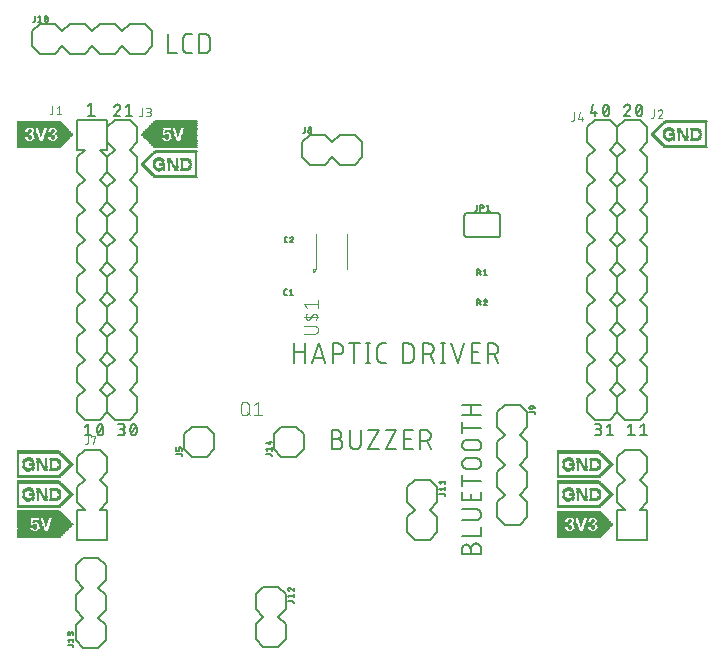
<source format=gbr>
G04 EAGLE Gerber RS-274X export*
G75*
%MOMM*%
%FSLAX34Y34*%
%LPD*%
%INSilkscreen Top*%
%IPPOS*%
%AMOC8*
5,1,8,0,0,1.08239X$1,22.5*%
G01*
%ADD10C,0.152400*%
%ADD11C,0.203200*%
%ADD12C,0.177800*%
%ADD13R,3.594100X0.012700*%
%ADD14R,3.606800X0.012700*%
%ADD15R,3.619500X0.012700*%
%ADD16R,3.632200X0.012700*%
%ADD17R,3.644900X0.012700*%
%ADD18R,3.657600X0.012700*%
%ADD19R,3.670300X0.012700*%
%ADD20R,3.683000X0.012700*%
%ADD21R,3.695700X0.012700*%
%ADD22R,3.708400X0.012700*%
%ADD23R,3.721100X0.012700*%
%ADD24R,3.733800X0.012700*%
%ADD25R,3.746500X0.012700*%
%ADD26R,3.759200X0.012700*%
%ADD27R,3.771900X0.012700*%
%ADD28R,3.784600X0.012700*%
%ADD29R,3.797300X0.012700*%
%ADD30R,3.810000X0.012700*%
%ADD31R,3.822700X0.012700*%
%ADD32R,3.835400X0.012700*%
%ADD33R,3.848100X0.012700*%
%ADD34R,3.860800X0.012700*%
%ADD35R,3.873500X0.012700*%
%ADD36R,3.886200X0.012700*%
%ADD37R,3.898900X0.012700*%
%ADD38R,3.911600X0.012700*%
%ADD39R,3.924300X0.012700*%
%ADD40R,3.937000X0.012700*%
%ADD41R,3.949700X0.012700*%
%ADD42R,3.962400X0.012700*%
%ADD43R,3.975100X0.012700*%
%ADD44R,3.987800X0.012700*%
%ADD45R,4.000500X0.012700*%
%ADD46R,4.013200X0.012700*%
%ADD47R,4.025900X0.012700*%
%ADD48R,4.038600X0.012700*%
%ADD49R,4.051300X0.012700*%
%ADD50R,4.064000X0.012700*%
%ADD51R,4.076700X0.012700*%
%ADD52R,4.089400X0.012700*%
%ADD53R,4.102100X0.012700*%
%ADD54R,4.114800X0.012700*%
%ADD55R,4.127500X0.012700*%
%ADD56R,0.965200X0.012700*%
%ADD57R,1.790700X0.012700*%
%ADD58R,1.079500X0.012700*%
%ADD59R,0.901700X0.012700*%
%ADD60R,1.663700X0.012700*%
%ADD61R,1.028700X0.012700*%
%ADD62R,0.863600X0.012700*%
%ADD63R,0.647700X0.012700*%
%ADD64R,1.003300X0.012700*%
%ADD65R,0.825500X0.012700*%
%ADD66R,0.596900X0.012700*%
%ADD67R,0.622300X0.012700*%
%ADD68R,0.977900X0.012700*%
%ADD69R,0.812800X0.012700*%
%ADD70R,0.571500X0.012700*%
%ADD71R,0.584200X0.012700*%
%ADD72R,0.787400X0.012700*%
%ADD73R,0.558800X0.012700*%
%ADD74R,0.952500X0.012700*%
%ADD75R,0.762000X0.012700*%
%ADD76R,0.520700X0.012700*%
%ADD77R,0.546100X0.012700*%
%ADD78R,0.749300X0.012700*%
%ADD79R,0.508000X0.012700*%
%ADD80R,0.736600X0.012700*%
%ADD81R,0.495300X0.012700*%
%ADD82R,0.723900X0.012700*%
%ADD83R,0.482600X0.012700*%
%ADD84R,0.939800X0.012700*%
%ADD85R,0.711200X0.012700*%
%ADD86R,0.457200X0.012700*%
%ADD87R,0.698500X0.012700*%
%ADD88R,0.444500X0.012700*%
%ADD89R,0.685800X0.012700*%
%ADD90R,0.431800X0.012700*%
%ADD91R,0.406400X0.012700*%
%ADD92R,0.419100X0.012700*%
%ADD93R,0.673100X0.012700*%
%ADD94R,0.076200X0.012700*%
%ADD95R,0.393700X0.012700*%
%ADD96R,0.660400X0.012700*%
%ADD97R,0.165100X0.012700*%
%ADD98R,0.368300X0.012700*%
%ADD99R,0.381000X0.012700*%
%ADD100R,0.215900X0.012700*%
%ADD101R,0.203200X0.012700*%
%ADD102R,0.254000X0.012700*%
%ADD103R,0.355600X0.012700*%
%ADD104R,0.279400X0.012700*%
%ADD105R,0.342900X0.012700*%
%ADD106R,0.990600X0.012700*%
%ADD107R,0.635000X0.012700*%
%ADD108R,0.304800X0.012700*%
%ADD109R,0.317500X0.012700*%
%ADD110R,0.330200X0.012700*%
%ADD111R,1.016000X0.012700*%
%ADD112R,1.041400X0.012700*%
%ADD113R,0.292100X0.012700*%
%ADD114R,1.054100X0.012700*%
%ADD115R,1.066800X0.012700*%
%ADD116R,1.092200X0.012700*%
%ADD117R,0.012700X0.012700*%
%ADD118R,1.104900X0.012700*%
%ADD119R,0.266700X0.012700*%
%ADD120R,1.117600X0.012700*%
%ADD121R,0.038100X0.012700*%
%ADD122R,1.130300X0.012700*%
%ADD123R,1.219200X0.012700*%
%ADD124R,0.876300X0.012700*%
%ADD125R,1.143000X0.012700*%
%ADD126R,1.168400X0.012700*%
%ADD127R,0.050800X0.012700*%
%ADD128R,1.181100X0.012700*%
%ADD129R,1.206500X0.012700*%
%ADD130R,0.063500X0.012700*%
%ADD131R,0.850900X0.012700*%
%ADD132R,1.193800X0.012700*%
%ADD133R,0.838200X0.012700*%
%ADD134R,1.231900X0.012700*%
%ADD135R,0.088900X0.012700*%
%ADD136R,1.244600X0.012700*%
%ADD137R,1.155700X0.012700*%
%ADD138R,0.774700X0.012700*%
%ADD139R,1.270000X0.012700*%
%ADD140R,0.101600X0.012700*%
%ADD141R,1.282700X0.012700*%
%ADD142R,0.114300X0.012700*%
%ADD143R,1.308100X0.012700*%
%ADD144R,1.333500X0.012700*%
%ADD145R,0.127000X0.012700*%
%ADD146R,1.358900X0.012700*%
%ADD147R,0.139700X0.012700*%
%ADD148R,1.384300X0.012700*%
%ADD149R,1.409700X0.012700*%
%ADD150R,0.152400X0.012700*%
%ADD151R,1.422400X0.012700*%
%ADD152R,1.435100X0.012700*%
%ADD153R,1.447800X0.012700*%
%ADD154R,0.177800X0.012700*%
%ADD155R,1.473200X0.012700*%
%ADD156R,0.190500X0.012700*%
%ADD157R,0.533400X0.012700*%
%ADD158R,1.397000X0.012700*%
%ADD159R,0.228600X0.012700*%
%ADD160R,0.241300X0.012700*%
%ADD161R,0.469900X0.012700*%
%ADD162R,0.800100X0.012700*%
%ADD163C,0.101600*%
%ADD164R,0.889000X0.012700*%
%ADD165R,4.140200X0.012700*%
%ADD166R,1.536700X0.012700*%
%ADD167R,2.514600X0.012700*%
%ADD168R,2.451100X0.012700*%
%ADD169R,1.371600X0.012700*%
%ADD170R,1.460500X0.012700*%
%ADD171R,1.485900X0.012700*%
%ADD172R,1.346200X0.012700*%
%ADD173R,1.498600X0.012700*%
%ADD174R,1.511300X0.012700*%
%ADD175R,2.146300X0.012700*%
%ADD176R,2.159000X0.012700*%
%ADD177R,2.171700X0.012700*%
%ADD178R,1.320800X0.012700*%
%ADD179R,2.184400X0.012700*%
%ADD180R,2.197100X0.012700*%
%ADD181R,2.209800X0.012700*%
%ADD182R,2.222500X0.012700*%
%ADD183R,2.235200X0.012700*%
%ADD184R,2.247900X0.012700*%
%ADD185R,1.295400X0.012700*%
%ADD186R,2.260600X0.012700*%
%ADD187R,2.273300X0.012700*%
%ADD188R,2.286000X0.012700*%
%ADD189R,1.739900X0.012700*%
%ADD190R,1.765300X0.012700*%
%ADD191R,1.778000X0.012700*%
%ADD192R,1.257300X0.012700*%
%ADD193R,1.752600X0.012700*%
%ADD194R,1.727200X0.012700*%
%ADD195R,1.714500X0.012700*%
%ADD196R,1.701800X0.012700*%
%ADD197R,1.689100X0.012700*%
%ADD198R,1.676400X0.012700*%
%ADD199R,0.025400X0.012700*%
%ADD200R,1.651000X0.012700*%
%ADD201R,1.638300X0.012700*%
%ADD202R,1.625600X0.012700*%
%ADD203R,1.612900X0.012700*%
%ADD204R,1.600200X0.012700*%
%ADD205R,1.587500X0.012700*%
%ADD206R,1.574800X0.012700*%
%ADD207R,1.562100X0.012700*%
%ADD208R,1.549400X0.012700*%
%ADD209R,1.524000X0.012700*%
%ADD210R,2.032000X0.012700*%
%ADD211R,2.616200X0.012700*%
%ADD212R,2.552700X0.012700*%
%ADD213R,0.609600X0.012700*%
%ADD214R,1.803400X0.012700*%
%ADD215R,1.816100X0.012700*%
%ADD216R,1.828800X0.012700*%
%ADD217R,1.841500X0.012700*%
%ADD218R,1.854200X0.012700*%
%ADD219R,1.866900X0.012700*%
%ADD220R,1.879600X0.012700*%
%ADD221R,1.892300X0.012700*%
%ADD222R,1.905000X0.012700*%
%ADD223R,1.917700X0.012700*%
%ADD224R,1.930400X0.012700*%
%ADD225R,1.943100X0.012700*%
%ADD226R,1.955800X0.012700*%
%ADD227R,4.152900X0.012700*%
%ADD228C,0.127000*%
%ADD229C,0.100000*%


D10*
X396607Y102362D02*
X396607Y106878D01*
X396606Y106878D02*
X396608Y107011D01*
X396614Y107143D01*
X396624Y107275D01*
X396637Y107407D01*
X396655Y107539D01*
X396676Y107669D01*
X396701Y107800D01*
X396730Y107929D01*
X396763Y108057D01*
X396799Y108185D01*
X396839Y108311D01*
X396883Y108436D01*
X396931Y108560D01*
X396982Y108682D01*
X397037Y108803D01*
X397095Y108922D01*
X397157Y109040D01*
X397222Y109155D01*
X397291Y109269D01*
X397362Y109380D01*
X397438Y109489D01*
X397516Y109596D01*
X397597Y109701D01*
X397682Y109803D01*
X397769Y109903D01*
X397859Y110000D01*
X397952Y110095D01*
X398048Y110186D01*
X398146Y110275D01*
X398247Y110361D01*
X398351Y110444D01*
X398457Y110524D01*
X398565Y110600D01*
X398675Y110674D01*
X398788Y110744D01*
X398902Y110811D01*
X399019Y110874D01*
X399137Y110934D01*
X399257Y110991D01*
X399379Y111044D01*
X399502Y111093D01*
X399626Y111139D01*
X399752Y111181D01*
X399879Y111219D01*
X400007Y111254D01*
X400136Y111285D01*
X400265Y111312D01*
X400396Y111335D01*
X400527Y111355D01*
X400659Y111370D01*
X400791Y111382D01*
X400923Y111390D01*
X401056Y111394D01*
X401188Y111394D01*
X401321Y111390D01*
X401453Y111382D01*
X401585Y111370D01*
X401717Y111355D01*
X401848Y111335D01*
X401979Y111312D01*
X402108Y111285D01*
X402237Y111254D01*
X402365Y111219D01*
X402492Y111181D01*
X402618Y111139D01*
X402742Y111093D01*
X402865Y111044D01*
X402987Y110991D01*
X403107Y110934D01*
X403225Y110874D01*
X403342Y110811D01*
X403456Y110744D01*
X403569Y110674D01*
X403679Y110600D01*
X403787Y110524D01*
X403893Y110444D01*
X403997Y110361D01*
X404098Y110275D01*
X404196Y110186D01*
X404292Y110095D01*
X404385Y110000D01*
X404475Y109903D01*
X404562Y109803D01*
X404647Y109701D01*
X404728Y109596D01*
X404806Y109489D01*
X404882Y109380D01*
X404953Y109269D01*
X405022Y109155D01*
X405087Y109040D01*
X405149Y108922D01*
X405207Y108803D01*
X405262Y108682D01*
X405313Y108560D01*
X405361Y108436D01*
X405405Y108311D01*
X405445Y108185D01*
X405481Y108057D01*
X405514Y107929D01*
X405543Y107800D01*
X405568Y107669D01*
X405589Y107539D01*
X405607Y107407D01*
X405620Y107275D01*
X405630Y107143D01*
X405636Y107011D01*
X405638Y106878D01*
X405638Y102362D01*
X389382Y102362D01*
X389382Y106878D01*
X389384Y106997D01*
X389390Y107117D01*
X389400Y107236D01*
X389414Y107354D01*
X389431Y107473D01*
X389453Y107590D01*
X389478Y107707D01*
X389508Y107822D01*
X389541Y107937D01*
X389578Y108051D01*
X389618Y108163D01*
X389663Y108274D01*
X389711Y108383D01*
X389762Y108491D01*
X389817Y108597D01*
X389876Y108701D01*
X389938Y108803D01*
X390003Y108903D01*
X390072Y109001D01*
X390144Y109097D01*
X390219Y109190D01*
X390296Y109280D01*
X390377Y109368D01*
X390461Y109453D01*
X390548Y109535D01*
X390637Y109615D01*
X390729Y109691D01*
X390823Y109765D01*
X390920Y109835D01*
X391018Y109902D01*
X391119Y109966D01*
X391223Y110026D01*
X391328Y110083D01*
X391435Y110136D01*
X391543Y110186D01*
X391653Y110232D01*
X391765Y110274D01*
X391878Y110313D01*
X391992Y110348D01*
X392107Y110379D01*
X392224Y110407D01*
X392341Y110430D01*
X392458Y110450D01*
X392577Y110466D01*
X392696Y110478D01*
X392815Y110486D01*
X392934Y110490D01*
X393054Y110490D01*
X393173Y110486D01*
X393292Y110478D01*
X393411Y110466D01*
X393530Y110450D01*
X393647Y110430D01*
X393764Y110407D01*
X393881Y110379D01*
X393996Y110348D01*
X394110Y110313D01*
X394223Y110274D01*
X394335Y110232D01*
X394445Y110186D01*
X394553Y110136D01*
X394660Y110083D01*
X394765Y110026D01*
X394869Y109966D01*
X394970Y109902D01*
X395068Y109835D01*
X395165Y109765D01*
X395259Y109691D01*
X395351Y109615D01*
X395440Y109535D01*
X395527Y109453D01*
X395611Y109368D01*
X395692Y109280D01*
X395769Y109190D01*
X395844Y109097D01*
X395916Y109001D01*
X395985Y108903D01*
X396050Y108803D01*
X396112Y108701D01*
X396171Y108597D01*
X396226Y108491D01*
X396277Y108383D01*
X396325Y108274D01*
X396370Y108163D01*
X396410Y108051D01*
X396447Y107937D01*
X396480Y107822D01*
X396510Y107707D01*
X396535Y107590D01*
X396557Y107473D01*
X396574Y107354D01*
X396588Y107236D01*
X396598Y107117D01*
X396604Y106997D01*
X396606Y106878D01*
X389382Y117812D02*
X405638Y117812D01*
X405638Y125037D01*
X401122Y131329D02*
X389382Y131329D01*
X401122Y131329D02*
X401255Y131331D01*
X401387Y131337D01*
X401519Y131347D01*
X401651Y131360D01*
X401783Y131378D01*
X401913Y131399D01*
X402044Y131424D01*
X402173Y131453D01*
X402301Y131486D01*
X402429Y131522D01*
X402555Y131562D01*
X402680Y131606D01*
X402804Y131654D01*
X402926Y131705D01*
X403047Y131760D01*
X403166Y131818D01*
X403284Y131880D01*
X403399Y131945D01*
X403513Y132014D01*
X403624Y132085D01*
X403733Y132161D01*
X403840Y132239D01*
X403945Y132320D01*
X404047Y132405D01*
X404147Y132492D01*
X404244Y132582D01*
X404339Y132675D01*
X404430Y132771D01*
X404519Y132869D01*
X404605Y132970D01*
X404688Y133074D01*
X404768Y133180D01*
X404844Y133288D01*
X404918Y133398D01*
X404988Y133511D01*
X405055Y133625D01*
X405118Y133742D01*
X405178Y133860D01*
X405235Y133980D01*
X405288Y134102D01*
X405337Y134225D01*
X405383Y134349D01*
X405425Y134475D01*
X405463Y134602D01*
X405498Y134730D01*
X405529Y134859D01*
X405556Y134988D01*
X405579Y135119D01*
X405599Y135250D01*
X405614Y135382D01*
X405626Y135514D01*
X405634Y135646D01*
X405638Y135779D01*
X405638Y135911D01*
X405634Y136044D01*
X405626Y136176D01*
X405614Y136308D01*
X405599Y136440D01*
X405579Y136571D01*
X405556Y136702D01*
X405529Y136831D01*
X405498Y136960D01*
X405463Y137088D01*
X405425Y137215D01*
X405383Y137341D01*
X405337Y137465D01*
X405288Y137588D01*
X405235Y137710D01*
X405178Y137830D01*
X405118Y137948D01*
X405055Y138065D01*
X404988Y138179D01*
X404918Y138292D01*
X404844Y138402D01*
X404768Y138510D01*
X404688Y138616D01*
X404605Y138720D01*
X404519Y138821D01*
X404430Y138919D01*
X404339Y139015D01*
X404244Y139108D01*
X404147Y139198D01*
X404047Y139285D01*
X403945Y139370D01*
X403840Y139451D01*
X403733Y139529D01*
X403624Y139605D01*
X403513Y139676D01*
X403399Y139745D01*
X403284Y139810D01*
X403166Y139872D01*
X403047Y139930D01*
X402926Y139985D01*
X402804Y140036D01*
X402680Y140084D01*
X402555Y140128D01*
X402429Y140168D01*
X402301Y140204D01*
X402173Y140237D01*
X402044Y140266D01*
X401913Y140291D01*
X401783Y140312D01*
X401651Y140330D01*
X401519Y140343D01*
X401387Y140353D01*
X401255Y140359D01*
X401122Y140361D01*
X401122Y140360D02*
X389382Y140360D01*
X405638Y148032D02*
X405638Y155257D01*
X405638Y148032D02*
X389382Y148032D01*
X389382Y155257D01*
X396607Y153451D02*
X396607Y148032D01*
X389382Y164502D02*
X405638Y164502D01*
X389382Y159987D02*
X389382Y169018D01*
X393898Y174576D02*
X401122Y174576D01*
X393898Y174575D02*
X393765Y174577D01*
X393633Y174583D01*
X393501Y174593D01*
X393369Y174606D01*
X393237Y174624D01*
X393107Y174645D01*
X392976Y174670D01*
X392847Y174699D01*
X392719Y174732D01*
X392591Y174768D01*
X392465Y174808D01*
X392340Y174852D01*
X392216Y174900D01*
X392094Y174951D01*
X391973Y175006D01*
X391854Y175064D01*
X391736Y175126D01*
X391621Y175191D01*
X391507Y175260D01*
X391396Y175331D01*
X391287Y175407D01*
X391180Y175485D01*
X391075Y175566D01*
X390973Y175651D01*
X390873Y175738D01*
X390776Y175828D01*
X390681Y175921D01*
X390590Y176017D01*
X390501Y176115D01*
X390415Y176216D01*
X390332Y176320D01*
X390252Y176426D01*
X390176Y176534D01*
X390102Y176644D01*
X390032Y176757D01*
X389965Y176871D01*
X389902Y176988D01*
X389842Y177106D01*
X389785Y177226D01*
X389732Y177348D01*
X389683Y177471D01*
X389637Y177595D01*
X389595Y177721D01*
X389557Y177848D01*
X389522Y177976D01*
X389491Y178105D01*
X389464Y178234D01*
X389441Y178365D01*
X389421Y178496D01*
X389406Y178628D01*
X389394Y178760D01*
X389386Y178892D01*
X389382Y179025D01*
X389382Y179157D01*
X389386Y179290D01*
X389394Y179422D01*
X389406Y179554D01*
X389421Y179686D01*
X389441Y179817D01*
X389464Y179948D01*
X389491Y180077D01*
X389522Y180206D01*
X389557Y180334D01*
X389595Y180461D01*
X389637Y180587D01*
X389683Y180711D01*
X389732Y180834D01*
X389785Y180956D01*
X389842Y181076D01*
X389902Y181194D01*
X389965Y181311D01*
X390032Y181425D01*
X390102Y181538D01*
X390176Y181648D01*
X390252Y181756D01*
X390332Y181862D01*
X390415Y181966D01*
X390501Y182067D01*
X390590Y182165D01*
X390681Y182261D01*
X390776Y182354D01*
X390873Y182444D01*
X390973Y182531D01*
X391075Y182616D01*
X391180Y182697D01*
X391287Y182775D01*
X391396Y182851D01*
X391507Y182922D01*
X391621Y182991D01*
X391736Y183056D01*
X391854Y183118D01*
X391973Y183176D01*
X392094Y183231D01*
X392216Y183282D01*
X392340Y183330D01*
X392465Y183374D01*
X392591Y183414D01*
X392719Y183450D01*
X392847Y183483D01*
X392976Y183512D01*
X393107Y183537D01*
X393237Y183558D01*
X393369Y183576D01*
X393501Y183589D01*
X393633Y183599D01*
X393765Y183605D01*
X393898Y183607D01*
X401122Y183607D01*
X401255Y183605D01*
X401387Y183599D01*
X401519Y183589D01*
X401651Y183576D01*
X401783Y183558D01*
X401913Y183537D01*
X402044Y183512D01*
X402173Y183483D01*
X402301Y183450D01*
X402429Y183414D01*
X402555Y183374D01*
X402680Y183330D01*
X402804Y183282D01*
X402926Y183231D01*
X403047Y183176D01*
X403166Y183118D01*
X403284Y183056D01*
X403399Y182991D01*
X403513Y182922D01*
X403624Y182851D01*
X403733Y182775D01*
X403840Y182697D01*
X403945Y182616D01*
X404047Y182531D01*
X404147Y182444D01*
X404244Y182354D01*
X404339Y182261D01*
X404430Y182165D01*
X404519Y182067D01*
X404605Y181966D01*
X404688Y181862D01*
X404768Y181756D01*
X404844Y181648D01*
X404918Y181538D01*
X404988Y181425D01*
X405055Y181311D01*
X405118Y181194D01*
X405178Y181076D01*
X405235Y180956D01*
X405288Y180834D01*
X405337Y180711D01*
X405383Y180587D01*
X405425Y180461D01*
X405463Y180334D01*
X405498Y180206D01*
X405529Y180077D01*
X405556Y179948D01*
X405579Y179817D01*
X405599Y179686D01*
X405614Y179554D01*
X405626Y179422D01*
X405634Y179290D01*
X405638Y179157D01*
X405638Y179025D01*
X405634Y178892D01*
X405626Y178760D01*
X405614Y178628D01*
X405599Y178496D01*
X405579Y178365D01*
X405556Y178234D01*
X405529Y178105D01*
X405498Y177976D01*
X405463Y177848D01*
X405425Y177721D01*
X405383Y177595D01*
X405337Y177471D01*
X405288Y177348D01*
X405235Y177226D01*
X405178Y177106D01*
X405118Y176988D01*
X405055Y176871D01*
X404988Y176757D01*
X404918Y176644D01*
X404844Y176534D01*
X404768Y176426D01*
X404688Y176320D01*
X404605Y176216D01*
X404519Y176115D01*
X404430Y176017D01*
X404339Y175921D01*
X404244Y175828D01*
X404147Y175738D01*
X404047Y175651D01*
X403945Y175566D01*
X403840Y175485D01*
X403733Y175407D01*
X403624Y175331D01*
X403513Y175260D01*
X403399Y175191D01*
X403284Y175126D01*
X403166Y175064D01*
X403047Y175006D01*
X402926Y174951D01*
X402804Y174900D01*
X402680Y174852D01*
X402555Y174808D01*
X402429Y174768D01*
X402301Y174732D01*
X402173Y174699D01*
X402044Y174670D01*
X401913Y174645D01*
X401783Y174624D01*
X401651Y174606D01*
X401519Y174593D01*
X401387Y174583D01*
X401255Y174577D01*
X401122Y174575D01*
X401122Y190207D02*
X393898Y190207D01*
X393765Y190209D01*
X393633Y190215D01*
X393501Y190225D01*
X393369Y190238D01*
X393237Y190256D01*
X393107Y190277D01*
X392976Y190302D01*
X392847Y190331D01*
X392719Y190364D01*
X392591Y190400D01*
X392465Y190440D01*
X392340Y190484D01*
X392216Y190532D01*
X392094Y190583D01*
X391973Y190638D01*
X391854Y190696D01*
X391736Y190758D01*
X391621Y190823D01*
X391507Y190892D01*
X391396Y190963D01*
X391287Y191039D01*
X391180Y191117D01*
X391075Y191198D01*
X390973Y191283D01*
X390873Y191370D01*
X390776Y191460D01*
X390681Y191553D01*
X390590Y191649D01*
X390501Y191747D01*
X390415Y191848D01*
X390332Y191952D01*
X390252Y192058D01*
X390176Y192166D01*
X390102Y192276D01*
X390032Y192389D01*
X389965Y192503D01*
X389902Y192620D01*
X389842Y192738D01*
X389785Y192858D01*
X389732Y192980D01*
X389683Y193103D01*
X389637Y193227D01*
X389595Y193353D01*
X389557Y193480D01*
X389522Y193608D01*
X389491Y193737D01*
X389464Y193866D01*
X389441Y193997D01*
X389421Y194128D01*
X389406Y194260D01*
X389394Y194392D01*
X389386Y194524D01*
X389382Y194657D01*
X389382Y194789D01*
X389386Y194922D01*
X389394Y195054D01*
X389406Y195186D01*
X389421Y195318D01*
X389441Y195449D01*
X389464Y195580D01*
X389491Y195709D01*
X389522Y195838D01*
X389557Y195966D01*
X389595Y196093D01*
X389637Y196219D01*
X389683Y196343D01*
X389732Y196466D01*
X389785Y196588D01*
X389842Y196708D01*
X389902Y196826D01*
X389965Y196943D01*
X390032Y197057D01*
X390102Y197170D01*
X390176Y197280D01*
X390252Y197388D01*
X390332Y197494D01*
X390415Y197598D01*
X390501Y197699D01*
X390590Y197797D01*
X390681Y197893D01*
X390776Y197986D01*
X390873Y198076D01*
X390973Y198163D01*
X391075Y198248D01*
X391180Y198329D01*
X391287Y198407D01*
X391396Y198483D01*
X391507Y198554D01*
X391621Y198623D01*
X391736Y198688D01*
X391854Y198750D01*
X391973Y198808D01*
X392094Y198863D01*
X392216Y198914D01*
X392340Y198962D01*
X392465Y199006D01*
X392591Y199046D01*
X392719Y199082D01*
X392847Y199115D01*
X392976Y199144D01*
X393107Y199169D01*
X393237Y199190D01*
X393369Y199208D01*
X393501Y199221D01*
X393633Y199231D01*
X393765Y199237D01*
X393898Y199239D01*
X393898Y199238D02*
X401122Y199238D01*
X401122Y199239D02*
X401255Y199237D01*
X401387Y199231D01*
X401519Y199221D01*
X401651Y199208D01*
X401783Y199190D01*
X401913Y199169D01*
X402044Y199144D01*
X402173Y199115D01*
X402301Y199082D01*
X402429Y199046D01*
X402555Y199006D01*
X402680Y198962D01*
X402804Y198914D01*
X402926Y198863D01*
X403047Y198808D01*
X403166Y198750D01*
X403284Y198688D01*
X403399Y198623D01*
X403513Y198554D01*
X403624Y198483D01*
X403733Y198407D01*
X403840Y198329D01*
X403945Y198248D01*
X404047Y198163D01*
X404147Y198076D01*
X404244Y197986D01*
X404339Y197893D01*
X404430Y197797D01*
X404519Y197699D01*
X404605Y197598D01*
X404688Y197494D01*
X404768Y197388D01*
X404844Y197280D01*
X404918Y197170D01*
X404988Y197057D01*
X405055Y196943D01*
X405118Y196826D01*
X405178Y196708D01*
X405235Y196588D01*
X405288Y196466D01*
X405337Y196343D01*
X405383Y196219D01*
X405425Y196093D01*
X405463Y195966D01*
X405498Y195838D01*
X405529Y195709D01*
X405556Y195580D01*
X405579Y195449D01*
X405599Y195318D01*
X405614Y195186D01*
X405626Y195054D01*
X405634Y194922D01*
X405638Y194789D01*
X405638Y194657D01*
X405634Y194524D01*
X405626Y194392D01*
X405614Y194260D01*
X405599Y194128D01*
X405579Y193997D01*
X405556Y193866D01*
X405529Y193737D01*
X405498Y193608D01*
X405463Y193480D01*
X405425Y193353D01*
X405383Y193227D01*
X405337Y193103D01*
X405288Y192980D01*
X405235Y192858D01*
X405178Y192738D01*
X405118Y192620D01*
X405055Y192503D01*
X404988Y192389D01*
X404918Y192276D01*
X404844Y192166D01*
X404768Y192058D01*
X404688Y191952D01*
X404605Y191848D01*
X404519Y191747D01*
X404430Y191649D01*
X404339Y191553D01*
X404244Y191460D01*
X404147Y191370D01*
X404047Y191283D01*
X403945Y191198D01*
X403840Y191117D01*
X403733Y191039D01*
X403624Y190963D01*
X403513Y190892D01*
X403399Y190823D01*
X403284Y190758D01*
X403166Y190696D01*
X403047Y190638D01*
X402926Y190583D01*
X402804Y190532D01*
X402680Y190484D01*
X402555Y190440D01*
X402429Y190400D01*
X402301Y190364D01*
X402173Y190331D01*
X402044Y190302D01*
X401913Y190277D01*
X401783Y190256D01*
X401651Y190238D01*
X401519Y190225D01*
X401387Y190215D01*
X401255Y190209D01*
X401122Y190207D01*
X405638Y209312D02*
X389382Y209312D01*
X389382Y213827D02*
X389382Y204796D01*
X389382Y219906D02*
X405638Y219906D01*
X396607Y219906D02*
X396607Y228937D01*
X389382Y228937D02*
X405638Y228937D01*
X283554Y200071D02*
X279038Y200071D01*
X283554Y200072D02*
X283687Y200070D01*
X283819Y200064D01*
X283951Y200054D01*
X284083Y200041D01*
X284215Y200023D01*
X284345Y200002D01*
X284476Y199977D01*
X284605Y199948D01*
X284733Y199915D01*
X284861Y199879D01*
X284987Y199839D01*
X285112Y199795D01*
X285236Y199747D01*
X285358Y199696D01*
X285479Y199641D01*
X285598Y199583D01*
X285716Y199521D01*
X285831Y199456D01*
X285945Y199387D01*
X286056Y199316D01*
X286165Y199240D01*
X286272Y199162D01*
X286377Y199081D01*
X286479Y198996D01*
X286579Y198909D01*
X286676Y198819D01*
X286771Y198726D01*
X286862Y198630D01*
X286951Y198532D01*
X287037Y198431D01*
X287120Y198327D01*
X287200Y198221D01*
X287276Y198113D01*
X287350Y198003D01*
X287420Y197890D01*
X287487Y197776D01*
X287550Y197659D01*
X287610Y197541D01*
X287667Y197421D01*
X287720Y197299D01*
X287769Y197176D01*
X287815Y197052D01*
X287857Y196926D01*
X287895Y196799D01*
X287930Y196671D01*
X287961Y196542D01*
X287988Y196413D01*
X288011Y196282D01*
X288031Y196151D01*
X288046Y196019D01*
X288058Y195887D01*
X288066Y195755D01*
X288070Y195622D01*
X288070Y195490D01*
X288066Y195357D01*
X288058Y195225D01*
X288046Y195093D01*
X288031Y194961D01*
X288011Y194830D01*
X287988Y194699D01*
X287961Y194570D01*
X287930Y194441D01*
X287895Y194313D01*
X287857Y194186D01*
X287815Y194060D01*
X287769Y193936D01*
X287720Y193813D01*
X287667Y193691D01*
X287610Y193571D01*
X287550Y193453D01*
X287487Y193336D01*
X287420Y193222D01*
X287350Y193109D01*
X287276Y192999D01*
X287200Y192891D01*
X287120Y192785D01*
X287037Y192681D01*
X286951Y192580D01*
X286862Y192482D01*
X286771Y192386D01*
X286676Y192293D01*
X286579Y192203D01*
X286479Y192116D01*
X286377Y192031D01*
X286272Y191950D01*
X286165Y191872D01*
X286056Y191796D01*
X285945Y191725D01*
X285831Y191656D01*
X285716Y191591D01*
X285598Y191529D01*
X285479Y191471D01*
X285358Y191416D01*
X285236Y191365D01*
X285112Y191317D01*
X284987Y191273D01*
X284861Y191233D01*
X284733Y191197D01*
X284605Y191164D01*
X284476Y191135D01*
X284345Y191110D01*
X284215Y191089D01*
X284083Y191071D01*
X283951Y191058D01*
X283819Y191048D01*
X283687Y191042D01*
X283554Y191040D01*
X279038Y191040D01*
X279038Y207296D01*
X283554Y207296D01*
X283673Y207294D01*
X283793Y207288D01*
X283912Y207278D01*
X284030Y207264D01*
X284149Y207247D01*
X284266Y207225D01*
X284383Y207200D01*
X284498Y207170D01*
X284613Y207137D01*
X284727Y207100D01*
X284839Y207060D01*
X284950Y207015D01*
X285059Y206967D01*
X285167Y206916D01*
X285273Y206861D01*
X285377Y206802D01*
X285479Y206740D01*
X285579Y206675D01*
X285677Y206606D01*
X285773Y206534D01*
X285866Y206459D01*
X285956Y206382D01*
X286044Y206301D01*
X286129Y206217D01*
X286211Y206130D01*
X286291Y206041D01*
X286367Y205949D01*
X286441Y205855D01*
X286511Y205758D01*
X286578Y205660D01*
X286642Y205559D01*
X286702Y205455D01*
X286759Y205350D01*
X286812Y205243D01*
X286862Y205135D01*
X286908Y205025D01*
X286950Y204913D01*
X286989Y204800D01*
X287024Y204686D01*
X287055Y204571D01*
X287083Y204454D01*
X287106Y204337D01*
X287126Y204220D01*
X287142Y204101D01*
X287154Y203982D01*
X287162Y203863D01*
X287166Y203744D01*
X287166Y203624D01*
X287162Y203505D01*
X287154Y203386D01*
X287142Y203267D01*
X287126Y203148D01*
X287106Y203031D01*
X287083Y202914D01*
X287055Y202797D01*
X287024Y202682D01*
X286989Y202568D01*
X286950Y202455D01*
X286908Y202343D01*
X286862Y202233D01*
X286812Y202125D01*
X286759Y202018D01*
X286702Y201913D01*
X286642Y201809D01*
X286578Y201708D01*
X286511Y201610D01*
X286441Y201513D01*
X286367Y201419D01*
X286291Y201327D01*
X286211Y201238D01*
X286129Y201151D01*
X286044Y201067D01*
X285956Y200986D01*
X285866Y200909D01*
X285773Y200834D01*
X285677Y200762D01*
X285579Y200693D01*
X285479Y200628D01*
X285377Y200566D01*
X285273Y200507D01*
X285167Y200452D01*
X285059Y200401D01*
X284950Y200353D01*
X284839Y200308D01*
X284727Y200268D01*
X284613Y200231D01*
X284498Y200198D01*
X284383Y200168D01*
X284266Y200143D01*
X284149Y200121D01*
X284030Y200104D01*
X283912Y200090D01*
X283793Y200080D01*
X283673Y200074D01*
X283554Y200072D01*
X294459Y195556D02*
X294459Y207296D01*
X294458Y195556D02*
X294460Y195423D01*
X294466Y195291D01*
X294476Y195159D01*
X294489Y195027D01*
X294507Y194895D01*
X294528Y194765D01*
X294553Y194634D01*
X294582Y194505D01*
X294615Y194377D01*
X294651Y194249D01*
X294691Y194123D01*
X294735Y193998D01*
X294783Y193874D01*
X294834Y193752D01*
X294889Y193631D01*
X294947Y193512D01*
X295009Y193394D01*
X295074Y193279D01*
X295143Y193165D01*
X295214Y193054D01*
X295290Y192945D01*
X295368Y192838D01*
X295449Y192733D01*
X295534Y192631D01*
X295621Y192531D01*
X295711Y192434D01*
X295804Y192339D01*
X295900Y192248D01*
X295998Y192159D01*
X296099Y192073D01*
X296203Y191990D01*
X296309Y191910D01*
X296417Y191834D01*
X296527Y191760D01*
X296640Y191690D01*
X296754Y191623D01*
X296871Y191560D01*
X296989Y191500D01*
X297109Y191443D01*
X297231Y191390D01*
X297354Y191341D01*
X297478Y191295D01*
X297604Y191253D01*
X297731Y191215D01*
X297859Y191180D01*
X297988Y191149D01*
X298117Y191122D01*
X298248Y191099D01*
X298379Y191079D01*
X298511Y191064D01*
X298643Y191052D01*
X298775Y191044D01*
X298908Y191040D01*
X299040Y191040D01*
X299173Y191044D01*
X299305Y191052D01*
X299437Y191064D01*
X299569Y191079D01*
X299700Y191099D01*
X299831Y191122D01*
X299960Y191149D01*
X300089Y191180D01*
X300217Y191215D01*
X300344Y191253D01*
X300470Y191295D01*
X300594Y191341D01*
X300717Y191390D01*
X300839Y191443D01*
X300959Y191500D01*
X301077Y191560D01*
X301194Y191623D01*
X301308Y191690D01*
X301421Y191760D01*
X301531Y191834D01*
X301639Y191910D01*
X301745Y191990D01*
X301849Y192073D01*
X301950Y192159D01*
X302048Y192248D01*
X302144Y192339D01*
X302237Y192434D01*
X302327Y192531D01*
X302414Y192631D01*
X302499Y192733D01*
X302580Y192838D01*
X302658Y192945D01*
X302734Y193054D01*
X302805Y193165D01*
X302874Y193279D01*
X302939Y193394D01*
X303001Y193512D01*
X303059Y193631D01*
X303114Y193752D01*
X303165Y193874D01*
X303213Y193998D01*
X303257Y194123D01*
X303297Y194249D01*
X303333Y194377D01*
X303366Y194505D01*
X303395Y194634D01*
X303420Y194765D01*
X303441Y194895D01*
X303459Y195027D01*
X303472Y195159D01*
X303482Y195291D01*
X303488Y195423D01*
X303490Y195556D01*
X303490Y207296D01*
X310090Y207296D02*
X319121Y207296D01*
X310090Y191040D01*
X319121Y191040D01*
X324679Y207296D02*
X333710Y207296D01*
X324679Y191040D01*
X333710Y191040D01*
X340340Y191040D02*
X347565Y191040D01*
X340340Y191040D02*
X340340Y207296D01*
X347565Y207296D01*
X345759Y200071D02*
X340340Y200071D01*
X353949Y207296D02*
X353949Y191040D01*
X353949Y207296D02*
X358464Y207296D01*
X358597Y207294D01*
X358729Y207288D01*
X358861Y207278D01*
X358993Y207265D01*
X359125Y207247D01*
X359255Y207226D01*
X359386Y207201D01*
X359515Y207172D01*
X359643Y207139D01*
X359771Y207103D01*
X359897Y207063D01*
X360022Y207019D01*
X360146Y206971D01*
X360268Y206920D01*
X360389Y206865D01*
X360508Y206807D01*
X360626Y206745D01*
X360741Y206680D01*
X360855Y206611D01*
X360966Y206540D01*
X361075Y206464D01*
X361182Y206386D01*
X361287Y206305D01*
X361389Y206220D01*
X361489Y206133D01*
X361586Y206043D01*
X361681Y205950D01*
X361772Y205854D01*
X361861Y205756D01*
X361947Y205655D01*
X362030Y205551D01*
X362110Y205445D01*
X362186Y205337D01*
X362260Y205227D01*
X362330Y205114D01*
X362397Y205000D01*
X362460Y204883D01*
X362520Y204765D01*
X362577Y204645D01*
X362630Y204523D01*
X362679Y204400D01*
X362725Y204276D01*
X362767Y204150D01*
X362805Y204023D01*
X362840Y203895D01*
X362871Y203766D01*
X362898Y203637D01*
X362921Y203506D01*
X362941Y203375D01*
X362956Y203243D01*
X362968Y203111D01*
X362976Y202979D01*
X362980Y202846D01*
X362980Y202714D01*
X362976Y202581D01*
X362968Y202449D01*
X362956Y202317D01*
X362941Y202185D01*
X362921Y202054D01*
X362898Y201923D01*
X362871Y201794D01*
X362840Y201665D01*
X362805Y201537D01*
X362767Y201410D01*
X362725Y201284D01*
X362679Y201160D01*
X362630Y201037D01*
X362577Y200915D01*
X362520Y200795D01*
X362460Y200677D01*
X362397Y200560D01*
X362330Y200446D01*
X362260Y200333D01*
X362186Y200223D01*
X362110Y200115D01*
X362030Y200009D01*
X361947Y199905D01*
X361861Y199804D01*
X361772Y199706D01*
X361681Y199610D01*
X361586Y199517D01*
X361489Y199427D01*
X361389Y199340D01*
X361287Y199255D01*
X361182Y199174D01*
X361075Y199096D01*
X360966Y199020D01*
X360855Y198949D01*
X360741Y198880D01*
X360626Y198815D01*
X360508Y198753D01*
X360389Y198695D01*
X360268Y198640D01*
X360146Y198589D01*
X360022Y198541D01*
X359897Y198497D01*
X359771Y198457D01*
X359643Y198421D01*
X359515Y198388D01*
X359386Y198359D01*
X359255Y198334D01*
X359125Y198313D01*
X358993Y198295D01*
X358861Y198282D01*
X358729Y198272D01*
X358597Y198266D01*
X358464Y198264D01*
X358464Y198265D02*
X353949Y198265D01*
X359368Y198265D02*
X362980Y191040D01*
X247396Y264414D02*
X247396Y280670D01*
X247396Y273445D02*
X256427Y273445D01*
X256427Y280670D02*
X256427Y264414D01*
X262645Y264414D02*
X268064Y280670D01*
X273483Y264414D01*
X272128Y268478D02*
X264000Y268478D01*
X279912Y264414D02*
X279912Y280670D01*
X284427Y280670D01*
X284560Y280668D01*
X284692Y280662D01*
X284824Y280652D01*
X284956Y280639D01*
X285088Y280621D01*
X285218Y280600D01*
X285349Y280575D01*
X285478Y280546D01*
X285606Y280513D01*
X285734Y280477D01*
X285860Y280437D01*
X285985Y280393D01*
X286109Y280345D01*
X286231Y280294D01*
X286352Y280239D01*
X286471Y280181D01*
X286589Y280119D01*
X286704Y280054D01*
X286818Y279985D01*
X286929Y279914D01*
X287038Y279838D01*
X287145Y279760D01*
X287250Y279679D01*
X287352Y279594D01*
X287452Y279507D01*
X287549Y279417D01*
X287644Y279324D01*
X287735Y279228D01*
X287824Y279130D01*
X287910Y279029D01*
X287993Y278925D01*
X288073Y278819D01*
X288149Y278711D01*
X288223Y278601D01*
X288293Y278488D01*
X288360Y278374D01*
X288423Y278257D01*
X288483Y278139D01*
X288540Y278019D01*
X288593Y277897D01*
X288642Y277774D01*
X288688Y277650D01*
X288730Y277524D01*
X288768Y277397D01*
X288803Y277269D01*
X288834Y277140D01*
X288861Y277011D01*
X288884Y276880D01*
X288904Y276749D01*
X288919Y276617D01*
X288931Y276485D01*
X288939Y276353D01*
X288943Y276220D01*
X288943Y276088D01*
X288939Y275955D01*
X288931Y275823D01*
X288919Y275691D01*
X288904Y275559D01*
X288884Y275428D01*
X288861Y275297D01*
X288834Y275168D01*
X288803Y275039D01*
X288768Y274911D01*
X288730Y274784D01*
X288688Y274658D01*
X288642Y274534D01*
X288593Y274411D01*
X288540Y274289D01*
X288483Y274169D01*
X288423Y274051D01*
X288360Y273934D01*
X288293Y273820D01*
X288223Y273707D01*
X288149Y273597D01*
X288073Y273489D01*
X287993Y273383D01*
X287910Y273279D01*
X287824Y273178D01*
X287735Y273080D01*
X287644Y272984D01*
X287549Y272891D01*
X287452Y272801D01*
X287352Y272714D01*
X287250Y272629D01*
X287145Y272548D01*
X287038Y272470D01*
X286929Y272394D01*
X286818Y272323D01*
X286704Y272254D01*
X286589Y272189D01*
X286471Y272127D01*
X286352Y272069D01*
X286231Y272014D01*
X286109Y271963D01*
X285985Y271915D01*
X285860Y271871D01*
X285734Y271831D01*
X285606Y271795D01*
X285478Y271762D01*
X285349Y271733D01*
X285218Y271708D01*
X285088Y271687D01*
X284956Y271669D01*
X284824Y271656D01*
X284692Y271646D01*
X284560Y271640D01*
X284427Y271638D01*
X284427Y271639D02*
X279912Y271639D01*
X298284Y264414D02*
X298284Y280670D01*
X293769Y280670D02*
X302800Y280670D01*
X309747Y280670D02*
X309747Y264414D01*
X307941Y264414D02*
X311553Y264414D01*
X311553Y280670D02*
X307941Y280670D01*
X321310Y264414D02*
X324922Y264414D01*
X321310Y264414D02*
X321192Y264416D01*
X321074Y264422D01*
X320956Y264431D01*
X320839Y264445D01*
X320722Y264462D01*
X320605Y264483D01*
X320490Y264508D01*
X320375Y264537D01*
X320261Y264570D01*
X320149Y264606D01*
X320038Y264646D01*
X319928Y264689D01*
X319819Y264736D01*
X319712Y264786D01*
X319607Y264841D01*
X319504Y264898D01*
X319403Y264959D01*
X319303Y265023D01*
X319206Y265090D01*
X319111Y265160D01*
X319019Y265234D01*
X318928Y265310D01*
X318841Y265390D01*
X318756Y265472D01*
X318674Y265557D01*
X318594Y265644D01*
X318518Y265735D01*
X318444Y265827D01*
X318374Y265922D01*
X318307Y266019D01*
X318243Y266119D01*
X318182Y266220D01*
X318125Y266323D01*
X318070Y266428D01*
X318020Y266535D01*
X317973Y266644D01*
X317930Y266754D01*
X317890Y266865D01*
X317854Y266977D01*
X317821Y267091D01*
X317792Y267206D01*
X317767Y267321D01*
X317746Y267438D01*
X317729Y267555D01*
X317715Y267672D01*
X317706Y267790D01*
X317700Y267908D01*
X317698Y268026D01*
X317697Y268026D02*
X317697Y277058D01*
X317698Y277058D02*
X317700Y277176D01*
X317706Y277294D01*
X317715Y277412D01*
X317729Y277529D01*
X317746Y277646D01*
X317767Y277763D01*
X317792Y277878D01*
X317821Y277993D01*
X317854Y278107D01*
X317890Y278219D01*
X317930Y278330D01*
X317973Y278440D01*
X318020Y278549D01*
X318070Y278656D01*
X318124Y278761D01*
X318182Y278864D01*
X318243Y278965D01*
X318307Y279065D01*
X318374Y279162D01*
X318444Y279257D01*
X318518Y279349D01*
X318594Y279440D01*
X318674Y279527D01*
X318756Y279612D01*
X318841Y279694D01*
X318928Y279774D01*
X319019Y279850D01*
X319111Y279924D01*
X319206Y279994D01*
X319303Y280061D01*
X319403Y280125D01*
X319504Y280186D01*
X319607Y280243D01*
X319712Y280297D01*
X319819Y280348D01*
X319928Y280395D01*
X320038Y280438D01*
X320149Y280478D01*
X320261Y280514D01*
X320375Y280547D01*
X320490Y280576D01*
X320605Y280601D01*
X320722Y280622D01*
X320839Y280639D01*
X320956Y280653D01*
X321074Y280662D01*
X321192Y280668D01*
X321310Y280670D01*
X324922Y280670D01*
X339620Y280670D02*
X339620Y264414D01*
X339620Y280670D02*
X344136Y280670D01*
X344267Y280668D01*
X344399Y280662D01*
X344530Y280653D01*
X344660Y280639D01*
X344791Y280622D01*
X344920Y280601D01*
X345049Y280577D01*
X345177Y280548D01*
X345305Y280516D01*
X345431Y280480D01*
X345556Y280441D01*
X345681Y280398D01*
X345803Y280351D01*
X345925Y280301D01*
X346045Y280247D01*
X346163Y280190D01*
X346279Y280129D01*
X346394Y280065D01*
X346507Y279998D01*
X346618Y279927D01*
X346726Y279853D01*
X346833Y279776D01*
X346937Y279696D01*
X347039Y279613D01*
X347138Y279528D01*
X347235Y279439D01*
X347329Y279347D01*
X347421Y279253D01*
X347510Y279156D01*
X347595Y279057D01*
X347678Y278955D01*
X347758Y278851D01*
X347835Y278744D01*
X347909Y278636D01*
X347980Y278525D01*
X348047Y278412D01*
X348111Y278297D01*
X348172Y278181D01*
X348229Y278063D01*
X348283Y277943D01*
X348333Y277821D01*
X348380Y277699D01*
X348423Y277574D01*
X348462Y277449D01*
X348498Y277323D01*
X348530Y277195D01*
X348559Y277067D01*
X348583Y276938D01*
X348604Y276809D01*
X348621Y276678D01*
X348635Y276548D01*
X348644Y276417D01*
X348650Y276285D01*
X348652Y276154D01*
X348651Y276154D02*
X348651Y268930D01*
X348652Y268930D02*
X348650Y268799D01*
X348644Y268667D01*
X348635Y268536D01*
X348621Y268406D01*
X348604Y268275D01*
X348583Y268146D01*
X348559Y268017D01*
X348530Y267889D01*
X348498Y267761D01*
X348462Y267635D01*
X348423Y267510D01*
X348380Y267385D01*
X348333Y267263D01*
X348283Y267141D01*
X348229Y267021D01*
X348172Y266903D01*
X348111Y266787D01*
X348047Y266672D01*
X347980Y266559D01*
X347909Y266448D01*
X347835Y266340D01*
X347758Y266233D01*
X347678Y266129D01*
X347595Y266027D01*
X347510Y265928D01*
X347421Y265831D01*
X347329Y265737D01*
X347235Y265645D01*
X347138Y265556D01*
X347039Y265471D01*
X346937Y265388D01*
X346833Y265308D01*
X346726Y265231D01*
X346618Y265157D01*
X346507Y265086D01*
X346394Y265019D01*
X346279Y264955D01*
X346163Y264894D01*
X346045Y264837D01*
X345925Y264783D01*
X345803Y264733D01*
X345681Y264686D01*
X345556Y264643D01*
X345431Y264604D01*
X345305Y264568D01*
X345177Y264536D01*
X345049Y264507D01*
X344920Y264483D01*
X344790Y264462D01*
X344660Y264445D01*
X344530Y264431D01*
X344399Y264422D01*
X344267Y264416D01*
X344136Y264414D01*
X339620Y264414D01*
X356385Y264414D02*
X356385Y280670D01*
X360901Y280670D01*
X361034Y280668D01*
X361166Y280662D01*
X361298Y280652D01*
X361430Y280639D01*
X361562Y280621D01*
X361692Y280600D01*
X361823Y280575D01*
X361952Y280546D01*
X362080Y280513D01*
X362208Y280477D01*
X362334Y280437D01*
X362459Y280393D01*
X362583Y280345D01*
X362705Y280294D01*
X362826Y280239D01*
X362945Y280181D01*
X363063Y280119D01*
X363178Y280054D01*
X363292Y279985D01*
X363403Y279914D01*
X363512Y279838D01*
X363619Y279760D01*
X363724Y279679D01*
X363826Y279594D01*
X363926Y279507D01*
X364023Y279417D01*
X364118Y279324D01*
X364209Y279228D01*
X364298Y279130D01*
X364384Y279029D01*
X364467Y278925D01*
X364547Y278819D01*
X364623Y278711D01*
X364697Y278601D01*
X364767Y278488D01*
X364834Y278374D01*
X364897Y278257D01*
X364957Y278139D01*
X365014Y278019D01*
X365067Y277897D01*
X365116Y277774D01*
X365162Y277650D01*
X365204Y277524D01*
X365242Y277397D01*
X365277Y277269D01*
X365308Y277140D01*
X365335Y277011D01*
X365358Y276880D01*
X365378Y276749D01*
X365393Y276617D01*
X365405Y276485D01*
X365413Y276353D01*
X365417Y276220D01*
X365417Y276088D01*
X365413Y275955D01*
X365405Y275823D01*
X365393Y275691D01*
X365378Y275559D01*
X365358Y275428D01*
X365335Y275297D01*
X365308Y275168D01*
X365277Y275039D01*
X365242Y274911D01*
X365204Y274784D01*
X365162Y274658D01*
X365116Y274534D01*
X365067Y274411D01*
X365014Y274289D01*
X364957Y274169D01*
X364897Y274051D01*
X364834Y273934D01*
X364767Y273820D01*
X364697Y273707D01*
X364623Y273597D01*
X364547Y273489D01*
X364467Y273383D01*
X364384Y273279D01*
X364298Y273178D01*
X364209Y273080D01*
X364118Y272984D01*
X364023Y272891D01*
X363926Y272801D01*
X363826Y272714D01*
X363724Y272629D01*
X363619Y272548D01*
X363512Y272470D01*
X363403Y272394D01*
X363292Y272323D01*
X363178Y272254D01*
X363063Y272189D01*
X362945Y272127D01*
X362826Y272069D01*
X362705Y272014D01*
X362583Y271963D01*
X362459Y271915D01*
X362334Y271871D01*
X362208Y271831D01*
X362080Y271795D01*
X361952Y271762D01*
X361823Y271733D01*
X361692Y271708D01*
X361562Y271687D01*
X361430Y271669D01*
X361298Y271656D01*
X361166Y271646D01*
X361034Y271640D01*
X360901Y271638D01*
X360901Y271639D02*
X356385Y271639D01*
X361804Y271639D02*
X365416Y264414D01*
X373314Y264414D02*
X373314Y280670D01*
X371508Y264414D02*
X375120Y264414D01*
X375120Y280670D02*
X371508Y280670D01*
X380400Y280670D02*
X385819Y264414D01*
X391238Y280670D01*
X397486Y264414D02*
X404710Y264414D01*
X397486Y264414D02*
X397486Y280670D01*
X404710Y280670D01*
X402904Y273445D02*
X397486Y273445D01*
X411094Y280670D02*
X411094Y264414D01*
X411094Y280670D02*
X415610Y280670D01*
X415743Y280668D01*
X415875Y280662D01*
X416007Y280652D01*
X416139Y280639D01*
X416271Y280621D01*
X416401Y280600D01*
X416532Y280575D01*
X416661Y280546D01*
X416789Y280513D01*
X416917Y280477D01*
X417043Y280437D01*
X417168Y280393D01*
X417292Y280345D01*
X417414Y280294D01*
X417535Y280239D01*
X417654Y280181D01*
X417772Y280119D01*
X417887Y280054D01*
X418001Y279985D01*
X418112Y279914D01*
X418221Y279838D01*
X418328Y279760D01*
X418433Y279679D01*
X418535Y279594D01*
X418635Y279507D01*
X418732Y279417D01*
X418827Y279324D01*
X418918Y279228D01*
X419007Y279130D01*
X419093Y279029D01*
X419176Y278925D01*
X419256Y278819D01*
X419332Y278711D01*
X419406Y278601D01*
X419476Y278488D01*
X419543Y278374D01*
X419606Y278257D01*
X419666Y278139D01*
X419723Y278019D01*
X419776Y277897D01*
X419825Y277774D01*
X419871Y277650D01*
X419913Y277524D01*
X419951Y277397D01*
X419986Y277269D01*
X420017Y277140D01*
X420044Y277011D01*
X420067Y276880D01*
X420087Y276749D01*
X420102Y276617D01*
X420114Y276485D01*
X420122Y276353D01*
X420126Y276220D01*
X420126Y276088D01*
X420122Y275955D01*
X420114Y275823D01*
X420102Y275691D01*
X420087Y275559D01*
X420067Y275428D01*
X420044Y275297D01*
X420017Y275168D01*
X419986Y275039D01*
X419951Y274911D01*
X419913Y274784D01*
X419871Y274658D01*
X419825Y274534D01*
X419776Y274411D01*
X419723Y274289D01*
X419666Y274169D01*
X419606Y274051D01*
X419543Y273934D01*
X419476Y273820D01*
X419406Y273707D01*
X419332Y273597D01*
X419256Y273489D01*
X419176Y273383D01*
X419093Y273279D01*
X419007Y273178D01*
X418918Y273080D01*
X418827Y272984D01*
X418732Y272891D01*
X418635Y272801D01*
X418535Y272714D01*
X418433Y272629D01*
X418328Y272548D01*
X418221Y272470D01*
X418112Y272394D01*
X418001Y272323D01*
X417887Y272254D01*
X417772Y272189D01*
X417654Y272127D01*
X417535Y272069D01*
X417414Y272014D01*
X417292Y271963D01*
X417168Y271915D01*
X417043Y271871D01*
X416917Y271831D01*
X416789Y271795D01*
X416661Y271762D01*
X416532Y271733D01*
X416401Y271708D01*
X416271Y271687D01*
X416139Y271669D01*
X416007Y271656D01*
X415875Y271646D01*
X415743Y271640D01*
X415610Y271638D01*
X415610Y271639D02*
X411094Y271639D01*
X416513Y271639D02*
X420126Y264414D01*
X140462Y526542D02*
X140462Y542798D01*
X140462Y526542D02*
X147687Y526542D01*
X157031Y526542D02*
X160644Y526542D01*
X157031Y526542D02*
X156913Y526544D01*
X156795Y526550D01*
X156677Y526559D01*
X156560Y526573D01*
X156443Y526590D01*
X156326Y526611D01*
X156211Y526636D01*
X156096Y526665D01*
X155982Y526698D01*
X155870Y526734D01*
X155759Y526774D01*
X155649Y526817D01*
X155540Y526864D01*
X155433Y526914D01*
X155328Y526969D01*
X155225Y527026D01*
X155124Y527087D01*
X155024Y527151D01*
X154927Y527218D01*
X154832Y527288D01*
X154740Y527362D01*
X154649Y527438D01*
X154562Y527518D01*
X154477Y527600D01*
X154395Y527685D01*
X154315Y527772D01*
X154239Y527863D01*
X154165Y527955D01*
X154095Y528050D01*
X154028Y528147D01*
X153964Y528247D01*
X153903Y528348D01*
X153846Y528451D01*
X153791Y528556D01*
X153741Y528663D01*
X153694Y528772D01*
X153651Y528882D01*
X153611Y528993D01*
X153575Y529105D01*
X153542Y529219D01*
X153513Y529334D01*
X153488Y529449D01*
X153467Y529566D01*
X153450Y529683D01*
X153436Y529800D01*
X153427Y529918D01*
X153421Y530036D01*
X153419Y530154D01*
X153419Y539186D01*
X153421Y539304D01*
X153427Y539422D01*
X153436Y539540D01*
X153450Y539657D01*
X153467Y539774D01*
X153488Y539891D01*
X153513Y540006D01*
X153542Y540121D01*
X153575Y540235D01*
X153611Y540347D01*
X153651Y540458D01*
X153694Y540568D01*
X153741Y540677D01*
X153791Y540784D01*
X153845Y540889D01*
X153903Y540992D01*
X153964Y541093D01*
X154028Y541193D01*
X154095Y541290D01*
X154165Y541385D01*
X154239Y541477D01*
X154315Y541568D01*
X154395Y541655D01*
X154477Y541740D01*
X154562Y541822D01*
X154649Y541902D01*
X154740Y541978D01*
X154832Y542052D01*
X154927Y542122D01*
X155024Y542189D01*
X155124Y542253D01*
X155225Y542314D01*
X155328Y542371D01*
X155433Y542425D01*
X155540Y542476D01*
X155649Y542523D01*
X155759Y542566D01*
X155870Y542606D01*
X155982Y542642D01*
X156096Y542675D01*
X156211Y542704D01*
X156326Y542729D01*
X156443Y542750D01*
X156560Y542767D01*
X156677Y542781D01*
X156795Y542790D01*
X156913Y542796D01*
X157031Y542798D01*
X160644Y542798D01*
X167005Y542798D02*
X167005Y526542D01*
X167005Y542798D02*
X171521Y542798D01*
X171652Y542796D01*
X171784Y542790D01*
X171915Y542781D01*
X172045Y542767D01*
X172176Y542750D01*
X172305Y542729D01*
X172434Y542705D01*
X172562Y542676D01*
X172690Y542644D01*
X172816Y542608D01*
X172941Y542569D01*
X173066Y542526D01*
X173188Y542479D01*
X173310Y542429D01*
X173430Y542375D01*
X173548Y542318D01*
X173664Y542257D01*
X173779Y542193D01*
X173892Y542126D01*
X174003Y542055D01*
X174111Y541981D01*
X174218Y541904D01*
X174322Y541824D01*
X174424Y541741D01*
X174523Y541656D01*
X174620Y541567D01*
X174714Y541475D01*
X174806Y541381D01*
X174895Y541284D01*
X174980Y541185D01*
X175063Y541083D01*
X175143Y540979D01*
X175220Y540872D01*
X175294Y540764D01*
X175365Y540653D01*
X175432Y540540D01*
X175496Y540425D01*
X175557Y540309D01*
X175614Y540191D01*
X175668Y540071D01*
X175718Y539949D01*
X175765Y539827D01*
X175808Y539702D01*
X175847Y539577D01*
X175883Y539451D01*
X175915Y539323D01*
X175944Y539195D01*
X175968Y539066D01*
X175989Y538937D01*
X176006Y538806D01*
X176020Y538676D01*
X176029Y538545D01*
X176035Y538413D01*
X176037Y538282D01*
X176036Y538282D02*
X176036Y531058D01*
X176037Y531058D02*
X176035Y530927D01*
X176029Y530795D01*
X176020Y530664D01*
X176006Y530534D01*
X175989Y530403D01*
X175968Y530274D01*
X175944Y530145D01*
X175915Y530017D01*
X175883Y529889D01*
X175847Y529763D01*
X175808Y529638D01*
X175765Y529513D01*
X175718Y529391D01*
X175668Y529269D01*
X175614Y529149D01*
X175557Y529031D01*
X175496Y528915D01*
X175432Y528800D01*
X175365Y528687D01*
X175294Y528576D01*
X175220Y528468D01*
X175143Y528361D01*
X175063Y528257D01*
X174980Y528155D01*
X174895Y528056D01*
X174806Y527959D01*
X174714Y527865D01*
X174620Y527773D01*
X174523Y527684D01*
X174424Y527599D01*
X174322Y527516D01*
X174218Y527436D01*
X174111Y527359D01*
X174003Y527285D01*
X173892Y527214D01*
X173779Y527147D01*
X173664Y527083D01*
X173548Y527022D01*
X173430Y526965D01*
X173310Y526911D01*
X173188Y526861D01*
X173066Y526814D01*
X172941Y526771D01*
X172816Y526732D01*
X172690Y526696D01*
X172562Y526664D01*
X172434Y526635D01*
X172305Y526611D01*
X172175Y526590D01*
X172045Y526573D01*
X171915Y526559D01*
X171784Y526550D01*
X171652Y526544D01*
X171521Y526542D01*
X167005Y526542D01*
D11*
X88900Y311150D02*
X88900Y298450D01*
X82550Y292100D01*
X69850Y292100D02*
X63500Y298450D01*
X88900Y336550D02*
X82550Y342900D01*
X88900Y336550D02*
X88900Y323850D01*
X82550Y317500D01*
X69850Y317500D02*
X63500Y323850D01*
X63500Y336550D01*
X69850Y342900D01*
X82550Y317500D02*
X88900Y311150D01*
X69850Y317500D02*
X63500Y311150D01*
X63500Y298450D01*
X88900Y374650D02*
X88900Y387350D01*
X88900Y374650D02*
X82550Y368300D01*
X69850Y368300D02*
X63500Y374650D01*
X82550Y368300D02*
X88900Y361950D01*
X88900Y349250D01*
X82550Y342900D01*
X69850Y342900D02*
X63500Y349250D01*
X63500Y361950D01*
X69850Y368300D01*
X88900Y412750D02*
X82550Y419100D01*
X88900Y412750D02*
X88900Y400050D01*
X82550Y393700D01*
X69850Y393700D02*
X63500Y400050D01*
X63500Y412750D01*
X69850Y419100D01*
X82550Y393700D02*
X88900Y387350D01*
X69850Y393700D02*
X63500Y387350D01*
X63500Y374650D01*
X88900Y438150D02*
X82550Y444500D01*
X88900Y438150D02*
X88900Y425450D01*
X82550Y419100D01*
X69850Y419100D02*
X63500Y425450D01*
X63500Y438150D01*
X69850Y444500D01*
X88900Y285750D02*
X88900Y273050D01*
X82550Y266700D01*
X69850Y266700D02*
X63500Y273050D01*
X82550Y292100D02*
X88900Y285750D01*
X69850Y292100D02*
X63500Y285750D01*
X63500Y273050D01*
X88900Y260350D02*
X88900Y247650D01*
X82550Y241300D01*
X69850Y241300D02*
X63500Y247650D01*
X82550Y266700D02*
X88900Y260350D01*
X69850Y266700D02*
X63500Y260350D01*
X63500Y247650D01*
X88900Y234950D02*
X88900Y222250D01*
X82550Y215900D01*
X69850Y215900D01*
X63500Y222250D01*
X82550Y241300D02*
X88900Y234950D01*
X69850Y241300D02*
X63500Y234950D01*
X63500Y222250D01*
X63500Y444500D02*
X69850Y444500D01*
X63500Y444500D02*
X63500Y469900D01*
X88900Y469900D01*
X88900Y444500D01*
X82550Y444500D01*
D12*
X72757Y212471D02*
X70076Y210326D01*
X72757Y212471D02*
X72757Y202819D01*
X70076Y202819D02*
X75438Y202819D01*
X80363Y207645D02*
X80365Y207835D01*
X80372Y208025D01*
X80383Y208214D01*
X80399Y208403D01*
X80420Y208592D01*
X80444Y208780D01*
X80474Y208968D01*
X80508Y209155D01*
X80546Y209341D01*
X80589Y209526D01*
X80636Y209710D01*
X80687Y209893D01*
X80743Y210074D01*
X80803Y210254D01*
X80868Y210433D01*
X80936Y210610D01*
X81009Y210785D01*
X81086Y210959D01*
X81167Y211130D01*
X81198Y211213D01*
X81232Y211294D01*
X81269Y211373D01*
X81310Y211451D01*
X81354Y211527D01*
X81402Y211601D01*
X81453Y211673D01*
X81507Y211742D01*
X81564Y211809D01*
X81624Y211873D01*
X81687Y211934D01*
X81752Y211993D01*
X81820Y212049D01*
X81891Y212101D01*
X81963Y212151D01*
X82038Y212197D01*
X82115Y212240D01*
X82193Y212279D01*
X82274Y212315D01*
X82355Y212348D01*
X82439Y212376D01*
X82523Y212401D01*
X82608Y212423D01*
X82694Y212440D01*
X82781Y212454D01*
X82868Y212463D01*
X82956Y212469D01*
X83044Y212471D01*
X83132Y212469D01*
X83220Y212463D01*
X83307Y212454D01*
X83394Y212440D01*
X83480Y212423D01*
X83565Y212401D01*
X83649Y212376D01*
X83733Y212348D01*
X83814Y212315D01*
X83895Y212279D01*
X83973Y212240D01*
X84050Y212197D01*
X84125Y212151D01*
X84197Y212101D01*
X84268Y212049D01*
X84336Y211993D01*
X84401Y211934D01*
X84464Y211873D01*
X84524Y211809D01*
X84581Y211742D01*
X84635Y211672D01*
X84686Y211601D01*
X84734Y211527D01*
X84778Y211451D01*
X84819Y211373D01*
X84856Y211294D01*
X84890Y211213D01*
X84921Y211130D01*
X84921Y211131D02*
X85002Y210959D01*
X85079Y210785D01*
X85152Y210610D01*
X85220Y210433D01*
X85285Y210254D01*
X85345Y210074D01*
X85401Y209893D01*
X85452Y209710D01*
X85499Y209526D01*
X85542Y209341D01*
X85580Y209155D01*
X85614Y208968D01*
X85644Y208780D01*
X85668Y208592D01*
X85689Y208403D01*
X85705Y208214D01*
X85716Y208025D01*
X85723Y207835D01*
X85725Y207645D01*
X80363Y207645D02*
X80365Y207455D01*
X80372Y207265D01*
X80383Y207076D01*
X80399Y206887D01*
X80420Y206698D01*
X80444Y206510D01*
X80474Y206322D01*
X80508Y206135D01*
X80546Y205949D01*
X80589Y205764D01*
X80636Y205580D01*
X80687Y205397D01*
X80743Y205216D01*
X80803Y205036D01*
X80868Y204857D01*
X80936Y204680D01*
X81009Y204505D01*
X81086Y204331D01*
X81167Y204160D01*
X81198Y204077D01*
X81232Y203996D01*
X81269Y203916D01*
X81310Y203839D01*
X81354Y203763D01*
X81402Y203689D01*
X81453Y203617D01*
X81507Y203548D01*
X81564Y203481D01*
X81624Y203417D01*
X81687Y203356D01*
X81752Y203297D01*
X81820Y203241D01*
X81891Y203189D01*
X81963Y203139D01*
X82038Y203093D01*
X82115Y203050D01*
X82194Y203011D01*
X82274Y202975D01*
X82355Y202942D01*
X82439Y202914D01*
X82523Y202889D01*
X82608Y202867D01*
X82694Y202850D01*
X82781Y202836D01*
X82868Y202827D01*
X82956Y202821D01*
X83044Y202819D01*
X84921Y204160D02*
X85002Y204331D01*
X85079Y204505D01*
X85152Y204680D01*
X85220Y204857D01*
X85285Y205036D01*
X85345Y205216D01*
X85401Y205397D01*
X85452Y205580D01*
X85499Y205764D01*
X85542Y205949D01*
X85580Y206135D01*
X85614Y206322D01*
X85644Y206510D01*
X85668Y206698D01*
X85689Y206887D01*
X85705Y207076D01*
X85716Y207265D01*
X85723Y207455D01*
X85725Y207645D01*
X84921Y204160D02*
X84890Y204077D01*
X84856Y203996D01*
X84819Y203917D01*
X84778Y203839D01*
X84734Y203763D01*
X84686Y203689D01*
X84635Y203617D01*
X84581Y203548D01*
X84524Y203481D01*
X84464Y203417D01*
X84401Y203356D01*
X84336Y203297D01*
X84268Y203241D01*
X84197Y203189D01*
X84125Y203139D01*
X84050Y203093D01*
X83973Y203050D01*
X83895Y203011D01*
X83814Y202975D01*
X83733Y202942D01*
X83649Y202914D01*
X83565Y202889D01*
X83480Y202867D01*
X83394Y202850D01*
X83307Y202836D01*
X83220Y202827D01*
X83132Y202821D01*
X83044Y202819D01*
X80899Y204964D02*
X85189Y210326D01*
D11*
X72644Y481753D02*
X75607Y484124D01*
X75607Y473456D01*
X72644Y473456D02*
X78571Y473456D01*
D13*
X30861Y445834D03*
D14*
X30925Y445961D03*
D15*
X30988Y446088D03*
D16*
X31052Y446215D03*
D17*
X31115Y446342D03*
D18*
X31179Y446469D03*
D19*
X31242Y446596D03*
D20*
X31306Y446723D03*
D21*
X31369Y446850D03*
D22*
X31433Y446977D03*
D23*
X31496Y447104D03*
D24*
X31560Y447231D03*
D25*
X31623Y447358D03*
D26*
X31687Y447485D03*
D27*
X31750Y447612D03*
D28*
X31814Y447739D03*
D29*
X31877Y447866D03*
D30*
X31941Y447993D03*
D31*
X32004Y448120D03*
D32*
X32068Y448247D03*
D33*
X32131Y448374D03*
D34*
X32195Y448501D03*
D35*
X32258Y448628D03*
D36*
X32322Y448755D03*
D37*
X32385Y448882D03*
D38*
X32449Y449009D03*
D39*
X32512Y449136D03*
D40*
X32576Y449263D03*
D41*
X32639Y449390D03*
D42*
X32703Y449517D03*
D43*
X32766Y449644D03*
D44*
X32830Y449771D03*
D45*
X32893Y449898D03*
D46*
X32957Y450025D03*
D47*
X33020Y450152D03*
D48*
X33084Y450279D03*
D49*
X33147Y450406D03*
D50*
X33211Y450533D03*
D51*
X33274Y450660D03*
D52*
X33338Y450787D03*
D53*
X33401Y450914D03*
D54*
X33465Y451041D03*
D55*
X33528Y451168D03*
D56*
X17717Y451295D03*
D57*
X33020Y451295D03*
D58*
X48895Y451295D03*
D59*
X17399Y451422D03*
D60*
X33020Y451422D03*
D61*
X49276Y451422D03*
D62*
X17209Y451549D03*
D63*
X28321Y451549D03*
X37719Y451549D03*
D64*
X49530Y451549D03*
D65*
X17018Y451676D03*
D66*
X28448Y451676D03*
D67*
X37592Y451676D03*
D68*
X49784Y451676D03*
D69*
X16955Y451803D03*
D70*
X28575Y451803D03*
D71*
X37529Y451803D03*
D56*
X49975Y451803D03*
D72*
X16828Y451930D03*
D73*
X28639Y451930D03*
X37402Y451930D03*
D74*
X50165Y451930D03*
D75*
X16701Y452057D03*
D76*
X28702Y452057D03*
D77*
X37338Y452057D03*
D74*
X50292Y452057D03*
D78*
X16637Y452184D03*
D79*
X28766Y452184D03*
X37275Y452184D03*
D74*
X50419Y452184D03*
D80*
X16574Y452311D03*
D81*
X28829Y452311D03*
X37211Y452311D03*
D74*
X50546Y452311D03*
D82*
X16510Y452438D03*
D83*
X28893Y452438D03*
X37148Y452438D03*
D84*
X50737Y452438D03*
D85*
X16447Y452565D03*
D86*
X28893Y452565D03*
X37148Y452565D03*
D84*
X50864Y452565D03*
D87*
X16383Y452692D03*
D88*
X28956Y452692D03*
X37084Y452692D03*
D74*
X50927Y452692D03*
D89*
X16320Y452819D03*
D90*
X29020Y452819D03*
D88*
X37084Y452819D03*
D74*
X51054Y452819D03*
D89*
X16320Y452946D03*
D91*
X29020Y452946D03*
D92*
X37084Y452946D03*
D74*
X51181Y452946D03*
D93*
X16256Y453073D03*
D91*
X29020Y453073D03*
X37021Y453073D03*
D74*
X51308Y453073D03*
D93*
X16256Y453200D03*
D94*
X23305Y453200D03*
D95*
X29083Y453200D03*
D91*
X37021Y453200D03*
D94*
X42736Y453200D03*
D56*
X51372Y453200D03*
D96*
X16193Y453327D03*
D97*
X23241Y453327D03*
D98*
X29083Y453327D03*
D99*
X37021Y453327D03*
D97*
X42672Y453327D03*
D56*
X51499Y453327D03*
D96*
X16193Y453454D03*
D100*
X23241Y453454D03*
D98*
X29083Y453454D03*
D99*
X37021Y453454D03*
D101*
X42736Y453454D03*
D68*
X51562Y453454D03*
D63*
X16129Y453581D03*
D102*
X23305Y453581D03*
D103*
X29147Y453581D03*
D98*
X36957Y453581D03*
D102*
X42736Y453581D03*
D68*
X51689Y453581D03*
D63*
X16129Y453708D03*
D104*
X23305Y453708D03*
D105*
X29083Y453708D03*
D103*
X37021Y453708D03*
D104*
X42736Y453708D03*
D106*
X51753Y453708D03*
D107*
X16066Y453835D03*
D108*
X23305Y453835D03*
D105*
X29083Y453835D03*
D103*
X37021Y453835D03*
D108*
X42736Y453835D03*
D64*
X51816Y453835D03*
D107*
X16066Y453962D03*
D109*
X23241Y453962D03*
D110*
X29147Y453962D03*
D105*
X36957Y453962D03*
D108*
X42736Y453962D03*
D64*
X51943Y453962D03*
D107*
X16066Y454089D03*
D110*
X23305Y454089D03*
D109*
X29083Y454089D03*
D110*
X37021Y454089D03*
X42736Y454089D03*
D111*
X52007Y454089D03*
D107*
X16066Y454216D03*
D105*
X23241Y454216D03*
D109*
X29083Y454216D03*
D110*
X37021Y454216D03*
D103*
X42736Y454216D03*
D61*
X52070Y454216D03*
D67*
X16002Y454343D03*
D103*
X23305Y454343D03*
D109*
X29083Y454343D03*
D110*
X37021Y454343D03*
D103*
X42736Y454343D03*
D112*
X52134Y454343D03*
D67*
X16002Y454470D03*
D98*
X23241Y454470D03*
D108*
X29020Y454470D03*
X37021Y454470D03*
D103*
X42736Y454470D03*
D112*
X52261Y454470D03*
D67*
X16002Y454597D03*
D98*
X23241Y454597D03*
D113*
X29083Y454597D03*
D108*
X37021Y454597D03*
D98*
X42672Y454597D03*
D114*
X52324Y454597D03*
D67*
X16002Y454724D03*
D98*
X23241Y454724D03*
D113*
X29083Y454724D03*
D108*
X37021Y454724D03*
D99*
X42736Y454724D03*
D115*
X52388Y454724D03*
D67*
X16002Y454851D03*
D99*
X23305Y454851D03*
D104*
X29020Y454851D03*
D113*
X37084Y454851D03*
D99*
X42736Y454851D03*
D58*
X52451Y454851D03*
D67*
X16002Y454978D03*
D95*
X23241Y454978D03*
D104*
X29020Y454978D03*
D113*
X37084Y454978D03*
D99*
X42736Y454978D03*
D116*
X52515Y454978D03*
D67*
X16002Y455105D03*
D95*
X23241Y455105D03*
D104*
X29020Y455105D03*
D117*
X33020Y455105D03*
D113*
X37084Y455105D03*
D95*
X42672Y455105D03*
D118*
X52578Y455105D03*
D67*
X16002Y455232D03*
D99*
X23178Y455232D03*
D119*
X28956Y455232D03*
D117*
X33020Y455232D03*
D104*
X37148Y455232D03*
D95*
X42672Y455232D03*
D120*
X52642Y455232D03*
D67*
X16002Y455359D03*
D99*
X23178Y455359D03*
D104*
X28893Y455359D03*
D121*
X33020Y455359D03*
D104*
X37148Y455359D03*
D99*
X42609Y455359D03*
D122*
X52705Y455359D03*
D123*
X18987Y455486D03*
D104*
X28893Y455486D03*
D121*
X33020Y455486D03*
D124*
X40132Y455486D03*
D125*
X52769Y455486D03*
D123*
X18987Y455613D03*
D119*
X28829Y455613D03*
D121*
X33020Y455613D03*
D62*
X40196Y455613D03*
D126*
X52769Y455613D03*
D123*
X18987Y455740D03*
D119*
X28829Y455740D03*
D127*
X33084Y455740D03*
D62*
X40196Y455740D03*
D128*
X52832Y455740D03*
D129*
X18923Y455867D03*
D119*
X28829Y455867D03*
D130*
X33020Y455867D03*
D131*
X40132Y455867D03*
D132*
X52896Y455867D03*
X18860Y455994D03*
D119*
X28702Y455994D03*
D130*
X33020Y455994D03*
D133*
X40196Y455994D03*
D129*
X52959Y455994D03*
D132*
X18860Y456121D03*
D119*
X28702Y456121D03*
D94*
X33084Y456121D03*
D65*
X40132Y456121D03*
D134*
X52959Y456121D03*
D128*
X18796Y456248D03*
D119*
X28702Y456248D03*
D135*
X33020Y456248D03*
D69*
X40069Y456248D03*
D136*
X53023Y456248D03*
D137*
X18669Y456375D03*
D119*
X28575Y456375D03*
D135*
X33020Y456375D03*
D138*
X40005Y456375D03*
D139*
X53023Y456375D03*
D122*
X18542Y456502D03*
D104*
X28512Y456502D03*
D140*
X33084Y456502D03*
D78*
X39878Y456502D03*
D141*
X53086Y456502D03*
D115*
X18225Y456629D03*
D104*
X28512Y456629D03*
D142*
X33020Y456629D03*
D89*
X39561Y456629D03*
D143*
X53086Y456629D03*
D56*
X17717Y456756D03*
D104*
X28385Y456756D03*
D142*
X33020Y456756D03*
D70*
X39116Y456756D03*
D144*
X53086Y456756D03*
D56*
X17717Y456883D03*
D113*
X28321Y456883D03*
D145*
X33084Y456883D03*
D70*
X39116Y456883D03*
D146*
X53086Y456883D03*
D56*
X17717Y457010D03*
D108*
X28258Y457010D03*
D147*
X33020Y457010D03*
D70*
X39116Y457010D03*
D148*
X53086Y457010D03*
D56*
X17717Y457137D03*
D109*
X28194Y457137D03*
D147*
X33020Y457137D03*
D73*
X39180Y457137D03*
D149*
X53086Y457137D03*
D56*
X17717Y457264D03*
D109*
X28067Y457264D03*
D150*
X33084Y457264D03*
D73*
X39180Y457264D03*
D151*
X53023Y457264D03*
D56*
X17717Y457391D03*
D105*
X27940Y457391D03*
D97*
X33020Y457391D03*
D73*
X39180Y457391D03*
D152*
X52832Y457391D03*
D56*
X17717Y457518D03*
D99*
X27750Y457518D03*
D97*
X33020Y457518D03*
D77*
X39243Y457518D03*
D153*
X52642Y457518D03*
D56*
X17717Y457645D03*
D95*
X27559Y457645D03*
D154*
X33084Y457645D03*
D77*
X39243Y457645D03*
D155*
X52388Y457645D03*
D56*
X17717Y457772D03*
D98*
X27686Y457772D03*
D156*
X33020Y457772D03*
D77*
X39243Y457772D03*
D152*
X52451Y457772D03*
D56*
X17717Y457899D03*
D105*
X27813Y457899D03*
D156*
X33020Y457899D03*
D157*
X39307Y457899D03*
D158*
X52515Y457899D03*
D56*
X17717Y458026D03*
D108*
X27877Y458026D03*
D156*
X33020Y458026D03*
D157*
X39307Y458026D03*
D146*
X52578Y458026D03*
D56*
X17717Y458153D03*
D113*
X27940Y458153D03*
D100*
X33020Y458153D03*
D157*
X39307Y458153D03*
D144*
X52578Y458153D03*
D56*
X17717Y458280D03*
D104*
X28004Y458280D03*
D100*
X33020Y458280D03*
D76*
X39370Y458280D03*
D143*
X52578Y458280D03*
D116*
X18352Y458407D03*
D119*
X27940Y458407D03*
D100*
X33020Y458407D03*
D63*
X40005Y458407D03*
D141*
X52578Y458407D03*
D122*
X18542Y458534D03*
D102*
X28004Y458534D03*
D159*
X33084Y458534D03*
D89*
X40196Y458534D03*
D139*
X52515Y458534D03*
D137*
X18669Y458661D03*
D160*
X28067Y458661D03*
X33020Y458661D03*
D87*
X40386Y458661D03*
D136*
X52515Y458661D03*
D126*
X18733Y458788D03*
D159*
X28004Y458788D03*
D160*
X33020Y458788D03*
D85*
X40450Y458788D03*
D134*
X52451Y458788D03*
D128*
X18796Y458915D03*
D100*
X28067Y458915D03*
D102*
X33084Y458915D03*
D82*
X40513Y458915D03*
D129*
X52451Y458915D03*
D128*
X18796Y459042D03*
D100*
X28067Y459042D03*
D119*
X33020Y459042D03*
D82*
X40640Y459042D03*
D132*
X52388Y459042D03*
X18860Y459169D03*
D101*
X28004Y459169D03*
D119*
X33020Y459169D03*
D82*
X40640Y459169D03*
D126*
X52388Y459169D03*
D63*
X16129Y459296D03*
D110*
X23178Y459296D03*
D156*
X28067Y459296D03*
D104*
X33084Y459296D03*
D154*
X37910Y459296D03*
D105*
X42672Y459296D03*
D137*
X52324Y459296D03*
D63*
X16129Y459423D03*
D105*
X23241Y459423D03*
D156*
X28067Y459423D03*
D113*
X33020Y459423D03*
D97*
X37973Y459423D03*
D105*
X42672Y459423D03*
D125*
X52261Y459423D03*
D63*
X16129Y459550D03*
D105*
X23241Y459550D03*
D154*
X28004Y459550D03*
D113*
X33020Y459550D03*
D97*
X37973Y459550D03*
D110*
X42736Y459550D03*
D122*
X52197Y459550D03*
D63*
X16129Y459677D03*
D105*
X23241Y459677D03*
D154*
X28004Y459677D03*
D108*
X33084Y459677D03*
D97*
X37973Y459677D03*
D110*
X42736Y459677D03*
D120*
X52134Y459677D03*
D63*
X16129Y459804D03*
D110*
X23305Y459804D03*
D154*
X28004Y459804D03*
D109*
X33020Y459804D03*
D150*
X38037Y459804D03*
D110*
X42736Y459804D03*
D118*
X52070Y459804D03*
D63*
X16129Y459931D03*
D110*
X23305Y459931D03*
D97*
X27940Y459931D03*
D109*
X33020Y459931D03*
D97*
X38100Y459931D03*
D110*
X42736Y459931D03*
D116*
X52007Y459931D03*
D96*
X16193Y460058D03*
D110*
X23305Y460058D03*
D97*
X27940Y460058D03*
D110*
X33084Y460058D03*
D97*
X38100Y460058D03*
D110*
X42736Y460058D03*
D58*
X51943Y460058D03*
D96*
X16193Y460185D03*
D108*
X23305Y460185D03*
D97*
X27940Y460185D03*
D105*
X33020Y460185D03*
D150*
X38164Y460185D03*
D109*
X42799Y460185D03*
D115*
X51880Y460185D03*
D96*
X16193Y460312D03*
D108*
X23305Y460312D03*
D150*
X27877Y460312D03*
D105*
X33020Y460312D03*
D150*
X38164Y460312D03*
D108*
X42736Y460312D03*
D114*
X51816Y460312D03*
D96*
X16193Y460439D03*
D108*
X23305Y460439D03*
D150*
X27877Y460439D03*
D103*
X33084Y460439D03*
D150*
X38164Y460439D03*
D113*
X42799Y460439D03*
D112*
X51753Y460439D03*
D93*
X16256Y460566D03*
D104*
X23305Y460566D03*
D150*
X27877Y460566D03*
D98*
X33020Y460566D03*
D150*
X38291Y460566D03*
D104*
X42736Y460566D03*
D61*
X51689Y460566D03*
D93*
X16256Y460693D03*
D102*
X23305Y460693D03*
D147*
X27813Y460693D03*
D98*
X33020Y460693D03*
D150*
X38291Y460693D03*
D102*
X42736Y460693D03*
D111*
X51626Y460693D03*
D93*
X16256Y460820D03*
D159*
X23305Y460820D03*
D150*
X27750Y460820D03*
D99*
X33084Y460820D03*
D97*
X38354Y460820D03*
D160*
X42799Y460820D03*
D64*
X51562Y460820D03*
D89*
X16320Y460947D03*
D101*
X23305Y460947D03*
D150*
X27750Y460947D03*
D99*
X33084Y460947D03*
D150*
X38418Y460947D03*
D101*
X42736Y460947D03*
D64*
X51435Y460947D03*
D89*
X16320Y461074D03*
D150*
X23305Y461074D03*
D147*
X27686Y461074D03*
D95*
X33020Y461074D03*
D150*
X38418Y461074D03*
D97*
X42799Y461074D03*
D106*
X51372Y461074D03*
D87*
X16383Y461201D03*
D140*
X23305Y461201D03*
D150*
X27623Y461201D03*
D91*
X33084Y461201D03*
D97*
X38481Y461201D03*
D140*
X42736Y461201D03*
D106*
X51245Y461201D03*
D87*
X16383Y461328D03*
D150*
X27623Y461328D03*
D91*
X33084Y461328D03*
D150*
X38545Y461328D03*
D68*
X51181Y461328D03*
D85*
X16447Y461455D03*
D150*
X27496Y461455D03*
D92*
X33020Y461455D03*
D97*
X38608Y461455D03*
D68*
X51054Y461455D03*
D82*
X16510Y461582D03*
D150*
X27496Y461582D03*
D92*
X33020Y461582D03*
D154*
X38672Y461582D03*
D56*
X50991Y461582D03*
D82*
X16510Y461709D03*
D97*
X27432Y461709D03*
D90*
X33084Y461709D03*
D97*
X38735Y461709D03*
D56*
X50864Y461709D03*
D80*
X16574Y461836D03*
D154*
X27369Y461836D03*
D88*
X33020Y461836D03*
D154*
X38799Y461836D03*
D56*
X50737Y461836D03*
D78*
X16637Y461963D03*
D154*
X27242Y461963D03*
D88*
X33020Y461963D03*
D156*
X38862Y461963D03*
D56*
X50610Y461963D03*
D75*
X16701Y462090D03*
D156*
X27178Y462090D03*
D86*
X33084Y462090D03*
D156*
X38989Y462090D03*
D56*
X50483Y462090D03*
D138*
X16764Y462217D03*
D101*
X27115Y462217D03*
D161*
X33020Y462217D03*
D101*
X39053Y462217D03*
D56*
X50356Y462217D03*
D72*
X16828Y462344D03*
D101*
X26988Y462344D03*
D161*
X33020Y462344D03*
D100*
X39116Y462344D03*
D56*
X50229Y462344D03*
D162*
X16891Y462471D03*
D159*
X26861Y462471D03*
D83*
X33084Y462471D03*
D159*
X39307Y462471D03*
D68*
X50038Y462471D03*
D65*
X17018Y462598D03*
D160*
X26797Y462598D03*
D81*
X33020Y462598D03*
D160*
X39370Y462598D03*
D68*
X49911Y462598D03*
D131*
X17145Y462725D03*
D102*
X26607Y462725D03*
D81*
X33020Y462725D03*
D119*
X39497Y462725D03*
D106*
X49721Y462725D03*
D124*
X17272Y462852D03*
D104*
X26480Y462852D03*
D79*
X33084Y462852D03*
D104*
X39688Y462852D03*
D64*
X49530Y462852D03*
D59*
X17399Y462979D03*
D109*
X26289Y462979D03*
D76*
X33020Y462979D03*
D109*
X39878Y462979D03*
D61*
X49276Y462979D03*
D74*
X17653Y463106D03*
D98*
X25908Y463106D03*
D76*
X33020Y463106D03*
D98*
X40132Y463106D03*
D115*
X48959Y463106D03*
D55*
X33528Y463233D03*
D54*
X33465Y463360D03*
D53*
X33401Y463487D03*
D52*
X33338Y463614D03*
D51*
X33274Y463741D03*
D50*
X33211Y463868D03*
D49*
X33147Y463995D03*
D48*
X33084Y464122D03*
D47*
X33020Y464249D03*
D46*
X32957Y464376D03*
D45*
X32893Y464503D03*
D44*
X32830Y464630D03*
D43*
X32766Y464757D03*
D42*
X32703Y464884D03*
D41*
X32639Y465011D03*
D40*
X32576Y465138D03*
D39*
X32512Y465265D03*
D38*
X32449Y465392D03*
D37*
X32385Y465519D03*
D36*
X32322Y465646D03*
D35*
X32258Y465773D03*
D34*
X32195Y465900D03*
D33*
X32131Y466027D03*
D32*
X32068Y466154D03*
D31*
X32004Y466281D03*
D30*
X31941Y466408D03*
D29*
X31877Y466535D03*
D28*
X31814Y466662D03*
D27*
X31750Y466789D03*
D26*
X31687Y466916D03*
D25*
X31623Y467043D03*
D24*
X31560Y467170D03*
D23*
X31496Y467297D03*
D22*
X31433Y467424D03*
D21*
X31369Y467551D03*
D20*
X31306Y467678D03*
D19*
X31242Y467805D03*
D18*
X31179Y467932D03*
D17*
X31115Y468059D03*
D16*
X31052Y468186D03*
D15*
X30988Y468313D03*
D14*
X30925Y468440D03*
D13*
X30861Y468567D03*
D163*
X42503Y476306D02*
X42503Y481838D01*
X42502Y476306D02*
X42500Y476228D01*
X42494Y476151D01*
X42485Y476074D01*
X42472Y475998D01*
X42455Y475922D01*
X42434Y475847D01*
X42410Y475774D01*
X42382Y475701D01*
X42350Y475630D01*
X42315Y475561D01*
X42277Y475494D01*
X42236Y475428D01*
X42191Y475365D01*
X42143Y475304D01*
X42093Y475245D01*
X42039Y475189D01*
X41983Y475135D01*
X41924Y475085D01*
X41863Y475037D01*
X41800Y474992D01*
X41734Y474951D01*
X41667Y474913D01*
X41598Y474878D01*
X41527Y474846D01*
X41454Y474818D01*
X41381Y474794D01*
X41306Y474773D01*
X41230Y474756D01*
X41154Y474743D01*
X41077Y474734D01*
X41000Y474728D01*
X40922Y474726D01*
X40132Y474726D01*
X46072Y480258D02*
X48048Y481838D01*
X48048Y474726D01*
X46072Y474726D02*
X50024Y474726D01*
D12*
X529364Y482981D02*
X529461Y482979D01*
X529558Y482973D01*
X529655Y482963D01*
X529751Y482950D01*
X529847Y482932D01*
X529941Y482911D01*
X530035Y482886D01*
X530128Y482857D01*
X530220Y482824D01*
X530310Y482788D01*
X530398Y482748D01*
X530485Y482705D01*
X530571Y482658D01*
X530654Y482607D01*
X530735Y482554D01*
X530814Y482497D01*
X530890Y482437D01*
X530964Y482374D01*
X531036Y482308D01*
X531104Y482240D01*
X531170Y482168D01*
X531233Y482094D01*
X531293Y482018D01*
X531350Y481939D01*
X531403Y481858D01*
X531454Y481775D01*
X531501Y481689D01*
X531544Y481602D01*
X531584Y481514D01*
X531620Y481424D01*
X531653Y481332D01*
X531682Y481239D01*
X531707Y481145D01*
X531728Y481051D01*
X531746Y480955D01*
X531759Y480859D01*
X531769Y480762D01*
X531775Y480665D01*
X531777Y480568D01*
X529364Y482981D02*
X529256Y482979D01*
X529148Y482973D01*
X529040Y482964D01*
X528932Y482951D01*
X528825Y482934D01*
X528719Y482913D01*
X528613Y482889D01*
X528509Y482861D01*
X528405Y482829D01*
X528303Y482794D01*
X528202Y482755D01*
X528102Y482713D01*
X528004Y482667D01*
X527908Y482618D01*
X527813Y482565D01*
X527720Y482509D01*
X527629Y482450D01*
X527541Y482388D01*
X527454Y482323D01*
X527370Y482255D01*
X527288Y482184D01*
X527209Y482110D01*
X527133Y482033D01*
X527059Y481954D01*
X526988Y481872D01*
X526920Y481788D01*
X526855Y481701D01*
X526793Y481613D01*
X526734Y481522D01*
X526678Y481429D01*
X526626Y481334D01*
X526577Y481238D01*
X526531Y481139D01*
X526489Y481040D01*
X526450Y480939D01*
X526415Y480836D01*
X530974Y478691D02*
X531045Y478761D01*
X531113Y478834D01*
X531178Y478910D01*
X531241Y478988D01*
X531300Y479068D01*
X531356Y479151D01*
X531409Y479236D01*
X531459Y479322D01*
X531505Y479411D01*
X531548Y479501D01*
X531588Y479593D01*
X531623Y479686D01*
X531656Y479781D01*
X531684Y479877D01*
X531709Y479974D01*
X531730Y480071D01*
X531747Y480170D01*
X531761Y480269D01*
X531770Y480368D01*
X531776Y480468D01*
X531778Y480568D01*
X530973Y478691D02*
X526415Y473329D01*
X531777Y473329D01*
X536702Y478155D02*
X536704Y478345D01*
X536711Y478535D01*
X536722Y478724D01*
X536738Y478913D01*
X536759Y479102D01*
X536783Y479290D01*
X536813Y479478D01*
X536847Y479665D01*
X536885Y479851D01*
X536928Y480036D01*
X536975Y480220D01*
X537026Y480403D01*
X537082Y480584D01*
X537142Y480764D01*
X537207Y480943D01*
X537275Y481120D01*
X537348Y481295D01*
X537425Y481469D01*
X537506Y481640D01*
X537537Y481723D01*
X537571Y481804D01*
X537608Y481883D01*
X537649Y481961D01*
X537693Y482037D01*
X537741Y482111D01*
X537792Y482183D01*
X537846Y482252D01*
X537903Y482319D01*
X537963Y482383D01*
X538026Y482444D01*
X538091Y482503D01*
X538159Y482559D01*
X538230Y482611D01*
X538302Y482661D01*
X538377Y482707D01*
X538454Y482750D01*
X538532Y482789D01*
X538613Y482825D01*
X538694Y482858D01*
X538778Y482886D01*
X538862Y482911D01*
X538947Y482933D01*
X539033Y482950D01*
X539120Y482964D01*
X539207Y482973D01*
X539295Y482979D01*
X539383Y482981D01*
X539471Y482979D01*
X539559Y482973D01*
X539646Y482964D01*
X539733Y482950D01*
X539819Y482933D01*
X539904Y482911D01*
X539988Y482886D01*
X540072Y482858D01*
X540153Y482825D01*
X540234Y482789D01*
X540312Y482750D01*
X540389Y482707D01*
X540464Y482661D01*
X540536Y482611D01*
X540607Y482559D01*
X540675Y482503D01*
X540740Y482444D01*
X540803Y482383D01*
X540863Y482319D01*
X540920Y482252D01*
X540974Y482182D01*
X541025Y482111D01*
X541073Y482037D01*
X541117Y481961D01*
X541158Y481883D01*
X541195Y481804D01*
X541229Y481723D01*
X541260Y481640D01*
X541260Y481641D02*
X541341Y481469D01*
X541418Y481295D01*
X541491Y481120D01*
X541559Y480943D01*
X541624Y480764D01*
X541684Y480584D01*
X541740Y480403D01*
X541791Y480220D01*
X541838Y480036D01*
X541881Y479851D01*
X541919Y479665D01*
X541953Y479478D01*
X541983Y479290D01*
X542007Y479102D01*
X542028Y478913D01*
X542044Y478724D01*
X542055Y478535D01*
X542062Y478345D01*
X542064Y478155D01*
X536702Y478155D02*
X536704Y477965D01*
X536711Y477775D01*
X536722Y477586D01*
X536738Y477397D01*
X536759Y477208D01*
X536783Y477020D01*
X536813Y476832D01*
X536847Y476645D01*
X536885Y476459D01*
X536928Y476274D01*
X536975Y476090D01*
X537026Y475907D01*
X537082Y475726D01*
X537142Y475546D01*
X537207Y475367D01*
X537275Y475190D01*
X537348Y475015D01*
X537425Y474841D01*
X537506Y474670D01*
X537537Y474587D01*
X537571Y474506D01*
X537608Y474426D01*
X537649Y474349D01*
X537693Y474273D01*
X537741Y474199D01*
X537792Y474127D01*
X537846Y474058D01*
X537903Y473991D01*
X537963Y473927D01*
X538026Y473866D01*
X538091Y473807D01*
X538159Y473751D01*
X538230Y473699D01*
X538302Y473649D01*
X538377Y473603D01*
X538454Y473560D01*
X538533Y473521D01*
X538613Y473485D01*
X538694Y473452D01*
X538778Y473424D01*
X538862Y473399D01*
X538947Y473377D01*
X539033Y473360D01*
X539120Y473346D01*
X539207Y473337D01*
X539295Y473331D01*
X539383Y473329D01*
X541260Y474670D02*
X541341Y474841D01*
X541418Y475015D01*
X541491Y475190D01*
X541559Y475367D01*
X541624Y475546D01*
X541684Y475726D01*
X541740Y475907D01*
X541791Y476090D01*
X541838Y476274D01*
X541881Y476459D01*
X541919Y476645D01*
X541953Y476832D01*
X541983Y477020D01*
X542007Y477208D01*
X542028Y477397D01*
X542044Y477586D01*
X542055Y477775D01*
X542062Y477965D01*
X542064Y478155D01*
X541260Y474670D02*
X541229Y474587D01*
X541195Y474506D01*
X541158Y474427D01*
X541117Y474349D01*
X541073Y474273D01*
X541025Y474199D01*
X540974Y474127D01*
X540920Y474058D01*
X540863Y473991D01*
X540803Y473927D01*
X540740Y473866D01*
X540675Y473807D01*
X540607Y473751D01*
X540536Y473699D01*
X540464Y473649D01*
X540389Y473603D01*
X540312Y473560D01*
X540234Y473521D01*
X540153Y473485D01*
X540072Y473452D01*
X539988Y473424D01*
X539904Y473399D01*
X539819Y473377D01*
X539733Y473360D01*
X539646Y473346D01*
X539559Y473337D01*
X539471Y473331D01*
X539383Y473329D01*
X537238Y475474D02*
X541528Y480836D01*
X532751Y212471D02*
X530070Y210326D01*
X532751Y212471D02*
X532751Y202819D01*
X530070Y202819D02*
X535432Y202819D01*
X540357Y210326D02*
X543038Y212471D01*
X543038Y202819D01*
X540357Y202819D02*
X545719Y202819D01*
D11*
X546100Y298450D02*
X546100Y311150D01*
X546100Y298450D02*
X539750Y292100D01*
X527050Y292100D02*
X520700Y298450D01*
X546100Y336550D02*
X539750Y342900D01*
X546100Y336550D02*
X546100Y323850D01*
X539750Y317500D01*
X527050Y317500D02*
X520700Y323850D01*
X520700Y336550D01*
X527050Y342900D01*
X539750Y317500D02*
X546100Y311150D01*
X527050Y317500D02*
X520700Y311150D01*
X520700Y298450D01*
X546100Y374650D02*
X546100Y387350D01*
X546100Y374650D02*
X539750Y368300D01*
X527050Y368300D02*
X520700Y374650D01*
X539750Y368300D02*
X546100Y361950D01*
X546100Y349250D01*
X539750Y342900D01*
X527050Y342900D02*
X520700Y349250D01*
X520700Y361950D01*
X527050Y368300D01*
X546100Y412750D02*
X539750Y419100D01*
X546100Y412750D02*
X546100Y400050D01*
X539750Y393700D01*
X527050Y393700D02*
X520700Y400050D01*
X520700Y412750D01*
X527050Y419100D01*
X539750Y393700D02*
X546100Y387350D01*
X527050Y393700D02*
X520700Y387350D01*
X520700Y374650D01*
X546100Y438150D02*
X539750Y444500D01*
X546100Y438150D02*
X546100Y425450D01*
X539750Y419100D01*
X527050Y419100D02*
X520700Y425450D01*
X520700Y438150D01*
X527050Y444500D01*
X546100Y285750D02*
X546100Y273050D01*
X539750Y266700D01*
X527050Y266700D02*
X520700Y273050D01*
X539750Y292100D02*
X546100Y285750D01*
X527050Y292100D02*
X520700Y285750D01*
X520700Y273050D01*
X546100Y260350D02*
X546100Y247650D01*
X539750Y241300D01*
X527050Y241300D02*
X520700Y247650D01*
X539750Y266700D02*
X546100Y260350D01*
X527050Y266700D02*
X520700Y260350D01*
X520700Y247650D01*
X546100Y234950D02*
X546100Y222250D01*
X539750Y215900D02*
X527050Y215900D01*
X520700Y222250D02*
X520700Y234950D01*
X520700Y450850D02*
X520700Y463550D01*
X527050Y469900D02*
X539750Y469900D01*
X546100Y463550D02*
X546100Y450850D01*
D14*
X578803Y445834D03*
D15*
X578739Y445961D03*
D16*
X578676Y446088D03*
D17*
X578612Y446215D03*
D18*
X578549Y446342D03*
D19*
X578485Y446469D03*
D20*
X578422Y446596D03*
D21*
X578358Y446723D03*
D22*
X578295Y446850D03*
D23*
X578231Y446977D03*
D24*
X578168Y447104D03*
D25*
X578104Y447231D03*
D26*
X578041Y447358D03*
D27*
X577977Y447485D03*
D28*
X577914Y447612D03*
D119*
X560197Y447739D03*
D156*
X595884Y447739D03*
D119*
X560070Y447866D03*
D156*
X595884Y447866D03*
D119*
X559943Y447993D03*
D156*
X595884Y447993D03*
D119*
X559816Y448120D03*
D156*
X595884Y448120D03*
D119*
X559689Y448247D03*
D156*
X595884Y448247D03*
D119*
X559562Y448374D03*
D156*
X595884Y448374D03*
D119*
X559435Y448501D03*
D156*
X595884Y448501D03*
D119*
X559308Y448628D03*
D156*
X595884Y448628D03*
D119*
X559181Y448755D03*
D156*
X595884Y448755D03*
D119*
X559054Y448882D03*
D156*
X595884Y448882D03*
D119*
X558927Y449009D03*
D156*
X595884Y449009D03*
D119*
X558800Y449136D03*
D156*
X595884Y449136D03*
D119*
X558673Y449263D03*
D156*
X595884Y449263D03*
D119*
X558546Y449390D03*
D156*
X595884Y449390D03*
D119*
X558419Y449517D03*
D156*
X595884Y449517D03*
D119*
X558292Y449644D03*
D156*
X595884Y449644D03*
D119*
X558165Y449771D03*
D156*
X595884Y449771D03*
D119*
X558038Y449898D03*
D156*
X595884Y449898D03*
D119*
X557911Y450025D03*
D156*
X595884Y450025D03*
D119*
X557784Y450152D03*
D156*
X595884Y450152D03*
D119*
X557657Y450279D03*
D156*
X595884Y450279D03*
D119*
X557530Y450406D03*
D156*
X595884Y450406D03*
D119*
X557403Y450533D03*
D156*
X595884Y450533D03*
D119*
X557276Y450660D03*
D156*
X595884Y450660D03*
D119*
X557149Y450787D03*
D156*
X595884Y450787D03*
D119*
X557022Y450914D03*
D156*
X595884Y450914D03*
D119*
X556895Y451041D03*
D156*
X595884Y451041D03*
D119*
X556768Y451168D03*
D156*
X595884Y451168D03*
D119*
X556641Y451295D03*
D156*
X595884Y451295D03*
D119*
X556514Y451422D03*
D156*
X595884Y451422D03*
D119*
X556387Y451549D03*
D150*
X564833Y451549D03*
D156*
X595884Y451549D03*
D119*
X556260Y451676D03*
X564769Y451676D03*
D156*
X595884Y451676D03*
D119*
X556133Y451803D03*
D105*
X564642Y451803D03*
D150*
X568897Y451803D03*
D159*
X572707Y451803D03*
D160*
X579501Y451803D03*
D77*
X585597Y451803D03*
D156*
X595884Y451803D03*
D119*
X556006Y451930D03*
D95*
X564642Y451930D03*
D97*
X568833Y451930D03*
D159*
X572707Y451930D03*
D102*
X579565Y451930D03*
D67*
X585978Y451930D03*
D156*
X595884Y451930D03*
D119*
X555879Y452057D03*
D88*
X564642Y452057D03*
D97*
X568833Y452057D03*
D159*
X572707Y452057D03*
D119*
X579501Y452057D03*
D96*
X586169Y452057D03*
D156*
X595884Y452057D03*
D119*
X555752Y452184D03*
D83*
X564579Y452184D03*
D97*
X568833Y452184D03*
D159*
X572707Y452184D03*
D119*
X579501Y452184D03*
D89*
X586296Y452184D03*
D156*
X595884Y452184D03*
D119*
X555625Y452311D03*
D157*
X564579Y452311D03*
D97*
X568833Y452311D03*
D159*
X572707Y452311D03*
D104*
X579438Y452311D03*
D85*
X586423Y452311D03*
D156*
X595884Y452311D03*
D119*
X555498Y452438D03*
D70*
X564515Y452438D03*
D97*
X568833Y452438D03*
D159*
X572707Y452438D03*
D113*
X579374Y452438D03*
D80*
X586550Y452438D03*
D156*
X595884Y452438D03*
D119*
X555371Y452565D03*
D66*
X564515Y452565D03*
D154*
X568770Y452565D03*
D159*
X572707Y452565D03*
D113*
X579374Y452565D03*
D75*
X586677Y452565D03*
D156*
X595884Y452565D03*
D119*
X555244Y452692D03*
D67*
X564515Y452692D03*
D154*
X568770Y452692D03*
D159*
X572707Y452692D03*
D108*
X579311Y452692D03*
D138*
X586740Y452692D03*
D156*
X595884Y452692D03*
D119*
X555117Y452819D03*
D63*
X564515Y452819D03*
D154*
X568770Y452819D03*
D159*
X572707Y452819D03*
D109*
X579247Y452819D03*
D72*
X586804Y452819D03*
D156*
X595884Y452819D03*
D119*
X554990Y452946D03*
D131*
X565404Y452946D03*
D159*
X572707Y452946D03*
D109*
X579247Y452946D03*
D162*
X586867Y452946D03*
D156*
X595884Y452946D03*
D119*
X554863Y453073D03*
D62*
X565341Y453073D03*
D159*
X572707Y453073D03*
D110*
X579184Y453073D03*
D69*
X586931Y453073D03*
D156*
X595884Y453073D03*
D119*
X554736Y453200D03*
D124*
X565277Y453200D03*
D159*
X572707Y453200D03*
D110*
X579184Y453200D03*
D65*
X586994Y453200D03*
D156*
X595884Y453200D03*
D119*
X554609Y453327D03*
D164*
X565214Y453327D03*
D159*
X572707Y453327D03*
D105*
X579120Y453327D03*
D133*
X587058Y453327D03*
D156*
X595884Y453327D03*
D119*
X554482Y453454D03*
D59*
X565150Y453454D03*
D159*
X572707Y453454D03*
D103*
X579057Y453454D03*
D131*
X587121Y453454D03*
D156*
X595884Y453454D03*
D119*
X554355Y453581D03*
D103*
X562420Y453581D03*
D91*
X567627Y453581D03*
D159*
X572707Y453581D03*
D103*
X579057Y453581D03*
D62*
X587185Y453581D03*
D156*
X595884Y453581D03*
D119*
X554228Y453708D03*
D110*
X562166Y453708D03*
D98*
X567817Y453708D03*
D159*
X572707Y453708D03*
D98*
X578993Y453708D03*
D62*
X587185Y453708D03*
D156*
X595884Y453708D03*
D119*
X554101Y453835D03*
D108*
X561912Y453835D03*
D105*
X567944Y453835D03*
D159*
X572707Y453835D03*
D99*
X578930Y453835D03*
D160*
X584073Y453835D03*
D98*
X589788Y453835D03*
D156*
X595884Y453835D03*
D119*
X553974Y453962D03*
D113*
X561848Y453962D03*
D109*
X568071Y453962D03*
D159*
X572707Y453962D03*
D99*
X578930Y453962D03*
D160*
X584073Y453962D03*
D110*
X590106Y453962D03*
D156*
X595884Y453962D03*
D119*
X553847Y454089D03*
D104*
X561658Y454089D03*
D108*
X568135Y454089D03*
D159*
X572707Y454089D03*
D95*
X578866Y454089D03*
D160*
X584073Y454089D03*
D108*
X590233Y454089D03*
D156*
X595884Y454089D03*
D119*
X553720Y454216D03*
X561594Y454216D03*
D113*
X568198Y454216D03*
D159*
X572707Y454216D03*
D95*
X578866Y454216D03*
D160*
X584073Y454216D03*
D113*
X590423Y454216D03*
D156*
X595884Y454216D03*
D119*
X553593Y454343D03*
X561467Y454343D03*
D104*
X568262Y454343D03*
D159*
X572707Y454343D03*
D91*
X578803Y454343D03*
D160*
X584073Y454343D03*
D104*
X590487Y454343D03*
D156*
X595884Y454343D03*
D119*
X553466Y454470D03*
D102*
X561404Y454470D03*
D119*
X568325Y454470D03*
D159*
X572707Y454470D03*
D92*
X578739Y454470D03*
D160*
X584073Y454470D03*
D104*
X590614Y454470D03*
D156*
X595884Y454470D03*
D119*
X553339Y454597D03*
X561340Y454597D03*
D102*
X568389Y454597D03*
D159*
X572707Y454597D03*
D92*
X578739Y454597D03*
D160*
X584073Y454597D03*
D119*
X590677Y454597D03*
D156*
X595884Y454597D03*
D119*
X553212Y454724D03*
D102*
X561277Y454724D03*
X568389Y454724D03*
D159*
X572707Y454724D03*
D90*
X578676Y454724D03*
D160*
X584073Y454724D03*
D102*
X590741Y454724D03*
D156*
X595884Y454724D03*
D119*
X553085Y454851D03*
D102*
X561150Y454851D03*
D160*
X568452Y454851D03*
D159*
X572707Y454851D03*
D90*
X578676Y454851D03*
D160*
X584073Y454851D03*
D102*
X590868Y454851D03*
D156*
X595884Y454851D03*
D119*
X552958Y454978D03*
D102*
X561150Y454978D03*
D160*
X568452Y454978D03*
D159*
X572707Y454978D03*
D88*
X578612Y454978D03*
D160*
X584073Y454978D03*
D102*
X590868Y454978D03*
D156*
X595884Y454978D03*
D119*
X552831Y455105D03*
D160*
X561086Y455105D03*
X568452Y455105D03*
D159*
X572707Y455105D03*
D86*
X578549Y455105D03*
D160*
X584073Y455105D03*
D102*
X590995Y455105D03*
D156*
X595884Y455105D03*
D119*
X552704Y455232D03*
D102*
X561023Y455232D03*
D159*
X568516Y455232D03*
X572707Y455232D03*
D86*
X578549Y455232D03*
D160*
X584073Y455232D03*
D102*
X590995Y455232D03*
D156*
X595884Y455232D03*
D119*
X552577Y455359D03*
D160*
X560959Y455359D03*
D159*
X568516Y455359D03*
X572707Y455359D03*
D161*
X578485Y455359D03*
D160*
X584073Y455359D03*
X591058Y455359D03*
D156*
X595884Y455359D03*
D119*
X552450Y455486D03*
D160*
X560959Y455486D03*
D159*
X568516Y455486D03*
X572707Y455486D03*
D160*
X577215Y455486D03*
D159*
X579692Y455486D03*
D160*
X584073Y455486D03*
X591058Y455486D03*
D156*
X595884Y455486D03*
D119*
X552323Y455613D03*
D160*
X560959Y455613D03*
D159*
X568516Y455613D03*
X572707Y455613D03*
X577152Y455613D03*
X579692Y455613D03*
D160*
X584073Y455613D03*
D102*
X591122Y455613D03*
D156*
X595884Y455613D03*
D119*
X552196Y455740D03*
D160*
X560832Y455740D03*
D100*
X568579Y455740D03*
D159*
X572707Y455740D03*
D160*
X577088Y455740D03*
D159*
X579692Y455740D03*
D160*
X584073Y455740D03*
X591185Y455740D03*
D156*
X595884Y455740D03*
D119*
X552069Y455867D03*
D160*
X560832Y455867D03*
D159*
X568516Y455867D03*
X572707Y455867D03*
X577025Y455867D03*
X579692Y455867D03*
D160*
X584073Y455867D03*
X591185Y455867D03*
D156*
X595884Y455867D03*
D119*
X551942Y455994D03*
D160*
X560832Y455994D03*
D86*
X567373Y455994D03*
D159*
X572707Y455994D03*
X576898Y455994D03*
X579692Y455994D03*
D160*
X584073Y455994D03*
X591185Y455994D03*
D156*
X595884Y455994D03*
D119*
X551815Y456121D03*
D160*
X560832Y456121D03*
D86*
X567373Y456121D03*
D159*
X572707Y456121D03*
D160*
X576834Y456121D03*
D159*
X579692Y456121D03*
D160*
X584073Y456121D03*
X591185Y456121D03*
D156*
X595884Y456121D03*
D119*
X551688Y456248D03*
D160*
X560832Y456248D03*
D86*
X567373Y456248D03*
D159*
X572707Y456248D03*
X576771Y456248D03*
X579692Y456248D03*
D160*
X584073Y456248D03*
D159*
X591249Y456248D03*
D156*
X595884Y456248D03*
D119*
X551561Y456375D03*
D159*
X560769Y456375D03*
D86*
X567373Y456375D03*
D159*
X572707Y456375D03*
D160*
X576707Y456375D03*
D159*
X579692Y456375D03*
D160*
X584073Y456375D03*
D159*
X591249Y456375D03*
D156*
X595884Y456375D03*
D119*
X551434Y456502D03*
D160*
X560705Y456502D03*
D86*
X567373Y456502D03*
D159*
X572707Y456502D03*
X576644Y456502D03*
X579692Y456502D03*
D160*
X584073Y456502D03*
X591312Y456502D03*
D156*
X595884Y456502D03*
D119*
X551307Y456629D03*
D160*
X560705Y456629D03*
D86*
X567373Y456629D03*
D159*
X572707Y456629D03*
X576517Y456629D03*
X579692Y456629D03*
D160*
X584073Y456629D03*
X591312Y456629D03*
D156*
X595884Y456629D03*
D119*
X551180Y456756D03*
D160*
X560705Y456756D03*
D86*
X567373Y456756D03*
D159*
X572707Y456756D03*
D160*
X576453Y456756D03*
D159*
X579692Y456756D03*
D160*
X584073Y456756D03*
X591312Y456756D03*
D156*
X595884Y456756D03*
D119*
X551053Y456883D03*
D160*
X560705Y456883D03*
D86*
X567373Y456883D03*
D159*
X572707Y456883D03*
X576390Y456883D03*
X579692Y456883D03*
D160*
X584073Y456883D03*
X591312Y456883D03*
D156*
X595884Y456883D03*
D119*
X550926Y457010D03*
D160*
X560705Y457010D03*
D86*
X567373Y457010D03*
D159*
X572707Y457010D03*
D160*
X576326Y457010D03*
D159*
X579692Y457010D03*
D160*
X584073Y457010D03*
X591312Y457010D03*
D156*
X595884Y457010D03*
D119*
X550799Y457137D03*
D160*
X560705Y457137D03*
D86*
X567373Y457137D03*
D159*
X572707Y457137D03*
D160*
X576199Y457137D03*
D159*
X579692Y457137D03*
D160*
X584073Y457137D03*
X591312Y457137D03*
D156*
X595884Y457137D03*
D119*
X550799Y457264D03*
D160*
X560705Y457264D03*
D86*
X567373Y457264D03*
D159*
X572707Y457264D03*
X576136Y457264D03*
X579692Y457264D03*
D160*
X584073Y457264D03*
X591312Y457264D03*
D156*
X595884Y457264D03*
D102*
X550863Y457391D03*
D160*
X560705Y457391D03*
D86*
X567373Y457391D03*
D159*
X572707Y457391D03*
D160*
X576072Y457391D03*
D159*
X579692Y457391D03*
D160*
X584073Y457391D03*
X591312Y457391D03*
D156*
X595884Y457391D03*
D102*
X550990Y457518D03*
D160*
X560705Y457518D03*
D86*
X567373Y457518D03*
D159*
X572707Y457518D03*
X576009Y457518D03*
X579692Y457518D03*
D160*
X584073Y457518D03*
X591312Y457518D03*
D156*
X595884Y457518D03*
D102*
X551117Y457645D03*
D160*
X560705Y457645D03*
D86*
X567373Y457645D03*
D159*
X572707Y457645D03*
X575882Y457645D03*
X579692Y457645D03*
D160*
X584073Y457645D03*
X591312Y457645D03*
D156*
X595884Y457645D03*
D102*
X551244Y457772D03*
D160*
X560705Y457772D03*
D159*
X572707Y457772D03*
D160*
X575818Y457772D03*
D159*
X579692Y457772D03*
D160*
X584073Y457772D03*
X591312Y457772D03*
D156*
X595884Y457772D03*
D102*
X551371Y457899D03*
D160*
X560705Y457899D03*
D159*
X572707Y457899D03*
X575755Y457899D03*
X579692Y457899D03*
D160*
X584073Y457899D03*
X591312Y457899D03*
D156*
X595884Y457899D03*
D102*
X551498Y458026D03*
D159*
X560769Y458026D03*
X572707Y458026D03*
D160*
X575691Y458026D03*
D159*
X579692Y458026D03*
D160*
X584073Y458026D03*
X591312Y458026D03*
D156*
X595884Y458026D03*
D102*
X551625Y458153D03*
D160*
X560832Y458153D03*
D159*
X572707Y458153D03*
D160*
X575564Y458153D03*
D159*
X579692Y458153D03*
D160*
X584073Y458153D03*
X591185Y458153D03*
D156*
X595884Y458153D03*
D102*
X551752Y458280D03*
D160*
X560832Y458280D03*
D159*
X572707Y458280D03*
X575501Y458280D03*
X579692Y458280D03*
D160*
X584073Y458280D03*
X591185Y458280D03*
D156*
X595884Y458280D03*
D102*
X551879Y458407D03*
D160*
X560832Y458407D03*
D159*
X572707Y458407D03*
D160*
X575437Y458407D03*
D159*
X579692Y458407D03*
D160*
X584073Y458407D03*
X591185Y458407D03*
D156*
X595884Y458407D03*
D102*
X552006Y458534D03*
D160*
X560832Y458534D03*
D159*
X572707Y458534D03*
X575374Y458534D03*
X579692Y458534D03*
D160*
X584073Y458534D03*
X591185Y458534D03*
D156*
X595884Y458534D03*
D102*
X552133Y458661D03*
D160*
X560832Y458661D03*
D159*
X572707Y458661D03*
X575247Y458661D03*
X579692Y458661D03*
D160*
X584073Y458661D03*
X591185Y458661D03*
D156*
X595884Y458661D03*
D102*
X552260Y458788D03*
D160*
X560959Y458788D03*
D159*
X572707Y458788D03*
D160*
X575183Y458788D03*
D159*
X579692Y458788D03*
D160*
X584073Y458788D03*
D102*
X591122Y458788D03*
D156*
X595884Y458788D03*
D102*
X552387Y458915D03*
D160*
X560959Y458915D03*
D159*
X572707Y458915D03*
X575120Y458915D03*
X579692Y458915D03*
D160*
X584073Y458915D03*
D102*
X591122Y458915D03*
D156*
X595884Y458915D03*
D102*
X552514Y459042D03*
D160*
X560959Y459042D03*
D161*
X573913Y459042D03*
D159*
X579692Y459042D03*
D160*
X584073Y459042D03*
X591058Y459042D03*
D156*
X595884Y459042D03*
D102*
X552641Y459169D03*
X561023Y459169D03*
D159*
X568262Y459169D03*
D86*
X573850Y459169D03*
D159*
X579692Y459169D03*
D160*
X584073Y459169D03*
D102*
X590995Y459169D03*
D156*
X595884Y459169D03*
D102*
X552768Y459296D03*
D160*
X561086Y459296D03*
D159*
X568262Y459296D03*
D88*
X573786Y459296D03*
D159*
X579692Y459296D03*
D160*
X584073Y459296D03*
D102*
X590995Y459296D03*
D156*
X595884Y459296D03*
D102*
X552895Y459423D03*
X561150Y459423D03*
D159*
X568262Y459423D03*
D88*
X573786Y459423D03*
D159*
X579692Y459423D03*
D160*
X584073Y459423D03*
D102*
X590868Y459423D03*
D156*
X595884Y459423D03*
D102*
X553022Y459550D03*
X561150Y459550D03*
D160*
X568198Y459550D03*
D90*
X573723Y459550D03*
D159*
X579692Y459550D03*
D160*
X584073Y459550D03*
D119*
X590804Y459550D03*
D156*
X595884Y459550D03*
D102*
X553149Y459677D03*
X561277Y459677D03*
D160*
X568198Y459677D03*
D90*
X573723Y459677D03*
D159*
X579692Y459677D03*
D160*
X584073Y459677D03*
D119*
X590804Y459677D03*
D156*
X595884Y459677D03*
D102*
X553276Y459804D03*
X561277Y459804D03*
D160*
X568071Y459804D03*
D92*
X573659Y459804D03*
D159*
X579692Y459804D03*
D160*
X584073Y459804D03*
D119*
X590677Y459804D03*
D156*
X595884Y459804D03*
D102*
X553403Y459931D03*
D119*
X561340Y459931D03*
D160*
X568071Y459931D03*
D91*
X573596Y459931D03*
D159*
X579692Y459931D03*
D160*
X584073Y459931D03*
D104*
X590614Y459931D03*
D156*
X595884Y459931D03*
D102*
X553530Y460058D03*
D119*
X561467Y460058D03*
D102*
X568008Y460058D03*
D91*
X573596Y460058D03*
D159*
X579692Y460058D03*
D160*
X584073Y460058D03*
D113*
X590550Y460058D03*
D156*
X595884Y460058D03*
D102*
X553657Y460185D03*
D104*
X561531Y460185D03*
D102*
X567881Y460185D03*
D95*
X573532Y460185D03*
D159*
X579692Y460185D03*
D160*
X584073Y460185D03*
D108*
X590360Y460185D03*
D156*
X595884Y460185D03*
D102*
X553784Y460312D03*
D104*
X561658Y460312D03*
D119*
X567817Y460312D03*
D99*
X573469Y460312D03*
D159*
X579692Y460312D03*
D160*
X584073Y460312D03*
D109*
X590296Y460312D03*
D156*
X595884Y460312D03*
D102*
X553911Y460439D03*
D104*
X561785Y460439D03*
X567754Y460439D03*
D99*
X573469Y460439D03*
D159*
X579692Y460439D03*
D160*
X584073Y460439D03*
D110*
X590106Y460439D03*
D156*
X595884Y460439D03*
D102*
X554038Y460566D03*
D108*
X561912Y460566D03*
D104*
X567627Y460566D03*
D98*
X573405Y460566D03*
D159*
X579692Y460566D03*
D160*
X584073Y460566D03*
D99*
X589852Y460566D03*
D156*
X595884Y460566D03*
D102*
X554165Y460693D03*
D109*
X562102Y460693D03*
D108*
X567500Y460693D03*
D98*
X573405Y460693D03*
D159*
X579692Y460693D03*
D124*
X587248Y460693D03*
D156*
X595884Y460693D03*
D102*
X554292Y460820D03*
D103*
X562293Y460820D03*
D110*
X567246Y460820D03*
D103*
X573342Y460820D03*
D159*
X579692Y460820D03*
D62*
X587185Y460820D03*
D156*
X595884Y460820D03*
D102*
X554419Y460947D03*
D69*
X564706Y460947D03*
D105*
X573278Y460947D03*
D159*
X579692Y460947D03*
D131*
X587121Y460947D03*
D156*
X595884Y460947D03*
D102*
X554546Y461074D03*
D162*
X564769Y461074D03*
D105*
X573278Y461074D03*
D159*
X579692Y461074D03*
D131*
X587121Y461074D03*
D156*
X595884Y461074D03*
D102*
X554673Y461201D03*
D138*
X564769Y461201D03*
D110*
X573215Y461201D03*
D159*
X579692Y461201D03*
D133*
X587058Y461201D03*
D156*
X595884Y461201D03*
D102*
X554800Y461328D03*
D78*
X564769Y461328D03*
D110*
X573215Y461328D03*
D159*
X579692Y461328D03*
D65*
X586994Y461328D03*
D156*
X595884Y461328D03*
D102*
X554927Y461455D03*
D82*
X564769Y461455D03*
D109*
X573151Y461455D03*
D159*
X579692Y461455D03*
D69*
X586931Y461455D03*
D156*
X595884Y461455D03*
D102*
X555054Y461582D03*
D87*
X564769Y461582D03*
D108*
X573088Y461582D03*
D159*
X579692Y461582D03*
D162*
X586867Y461582D03*
D156*
X595884Y461582D03*
D102*
X555181Y461709D03*
D93*
X564769Y461709D03*
D108*
X573088Y461709D03*
D159*
X579692Y461709D03*
D72*
X586804Y461709D03*
D156*
X595884Y461709D03*
D102*
X555308Y461836D03*
D63*
X564769Y461836D03*
D113*
X573024Y461836D03*
D159*
X579692Y461836D03*
D75*
X586677Y461836D03*
D156*
X595884Y461836D03*
D102*
X555435Y461963D03*
D67*
X564769Y461963D03*
D104*
X572961Y461963D03*
D159*
X579692Y461963D03*
D78*
X586613Y461963D03*
D156*
X595884Y461963D03*
D102*
X555562Y462090D03*
D71*
X564833Y462090D03*
D104*
X572961Y462090D03*
D159*
X579692Y462090D03*
D82*
X586486Y462090D03*
D156*
X595884Y462090D03*
D102*
X555689Y462217D03*
D77*
X564769Y462217D03*
D119*
X572897Y462217D03*
D159*
X579692Y462217D03*
D87*
X586359Y462217D03*
D156*
X595884Y462217D03*
D102*
X555816Y462344D03*
D79*
X564833Y462344D03*
D119*
X572897Y462344D03*
D159*
X579692Y462344D03*
D93*
X586232Y462344D03*
D156*
X595884Y462344D03*
D102*
X555943Y462471D03*
D86*
X564833Y462471D03*
D102*
X572834Y462471D03*
D159*
X579692Y462471D03*
D107*
X586042Y462471D03*
D156*
X595884Y462471D03*
D102*
X556070Y462598D03*
D95*
X564769Y462598D03*
D160*
X572770Y462598D03*
D159*
X579692Y462598D03*
D71*
X585788Y462598D03*
D156*
X595884Y462598D03*
D102*
X556197Y462725D03*
D109*
X564769Y462725D03*
D156*
X595884Y462725D03*
D102*
X556324Y462852D03*
D159*
X564833Y462852D03*
D156*
X595884Y462852D03*
D102*
X556451Y462979D03*
D156*
X595884Y462979D03*
D102*
X556578Y463106D03*
D156*
X595884Y463106D03*
D102*
X556705Y463233D03*
D156*
X595884Y463233D03*
D102*
X556832Y463360D03*
D156*
X595884Y463360D03*
D102*
X556959Y463487D03*
D156*
X595884Y463487D03*
D102*
X557086Y463614D03*
D156*
X595884Y463614D03*
D102*
X557213Y463741D03*
D156*
X595884Y463741D03*
D102*
X557340Y463868D03*
D156*
X595884Y463868D03*
D102*
X557467Y463995D03*
D156*
X595884Y463995D03*
D102*
X557594Y464122D03*
D156*
X595884Y464122D03*
D102*
X557721Y464249D03*
D156*
X595884Y464249D03*
D102*
X557848Y464376D03*
D156*
X595884Y464376D03*
D102*
X557975Y464503D03*
D156*
X595884Y464503D03*
D102*
X558102Y464630D03*
D156*
X595884Y464630D03*
D102*
X558229Y464757D03*
D156*
X595884Y464757D03*
D102*
X558356Y464884D03*
D156*
X595884Y464884D03*
D102*
X558483Y465011D03*
D156*
X595884Y465011D03*
D102*
X558610Y465138D03*
D156*
X595884Y465138D03*
D102*
X558737Y465265D03*
D156*
X595884Y465265D03*
D102*
X558864Y465392D03*
D156*
X595884Y465392D03*
D102*
X558991Y465519D03*
D156*
X595884Y465519D03*
D102*
X559118Y465646D03*
D156*
X595884Y465646D03*
D102*
X559245Y465773D03*
D156*
X595884Y465773D03*
D102*
X559372Y465900D03*
D156*
X595884Y465900D03*
D102*
X559499Y466027D03*
D156*
X595884Y466027D03*
D102*
X559626Y466154D03*
D156*
X595884Y466154D03*
D102*
X559753Y466281D03*
D156*
X595884Y466281D03*
D102*
X559880Y466408D03*
D156*
X595884Y466408D03*
D102*
X560007Y466535D03*
D156*
X595884Y466535D03*
D102*
X560134Y466662D03*
D156*
X595884Y466662D03*
D119*
X560324Y466789D03*
D156*
X595884Y466789D03*
D27*
X577977Y466916D03*
D26*
X578041Y467043D03*
D25*
X578104Y467170D03*
D24*
X578168Y467297D03*
D23*
X578231Y467424D03*
D22*
X578295Y467551D03*
D21*
X578358Y467678D03*
D20*
X578422Y467805D03*
D19*
X578485Y467932D03*
D18*
X578549Y468059D03*
D17*
X578612Y468186D03*
D16*
X578676Y468313D03*
D15*
X578739Y468440D03*
D14*
X578803Y468567D03*
D13*
X578866Y468694D03*
D11*
X546100Y463550D02*
X539750Y469900D01*
X527050Y469900D02*
X520700Y463550D01*
X539750Y444500D02*
X546100Y450850D01*
X527050Y444500D02*
X520700Y450850D01*
X546100Y222250D02*
X539750Y215900D01*
X527050Y215900D02*
X520700Y222250D01*
X520700Y234950D02*
X527050Y241300D01*
X539750Y241300D02*
X546100Y234950D01*
D163*
X551519Y473258D02*
X551519Y478790D01*
X551518Y473258D02*
X551516Y473180D01*
X551510Y473103D01*
X551501Y473026D01*
X551488Y472950D01*
X551471Y472874D01*
X551450Y472799D01*
X551426Y472726D01*
X551398Y472653D01*
X551366Y472582D01*
X551331Y472513D01*
X551293Y472446D01*
X551252Y472380D01*
X551207Y472317D01*
X551159Y472256D01*
X551109Y472197D01*
X551055Y472141D01*
X550999Y472087D01*
X550940Y472037D01*
X550879Y471989D01*
X550816Y471944D01*
X550750Y471903D01*
X550683Y471865D01*
X550614Y471830D01*
X550543Y471798D01*
X550470Y471770D01*
X550397Y471746D01*
X550322Y471725D01*
X550246Y471708D01*
X550170Y471695D01*
X550093Y471686D01*
X550016Y471680D01*
X549938Y471678D01*
X549148Y471678D01*
X557262Y478790D02*
X557344Y478788D01*
X557426Y478782D01*
X557508Y478773D01*
X557589Y478760D01*
X557669Y478743D01*
X557749Y478722D01*
X557827Y478698D01*
X557904Y478670D01*
X557980Y478639D01*
X558055Y478604D01*
X558127Y478565D01*
X558198Y478524D01*
X558267Y478479D01*
X558333Y478431D01*
X558398Y478380D01*
X558460Y478326D01*
X558519Y478269D01*
X558576Y478210D01*
X558630Y478148D01*
X558681Y478083D01*
X558729Y478017D01*
X558774Y477948D01*
X558815Y477877D01*
X558854Y477805D01*
X558889Y477730D01*
X558920Y477654D01*
X558948Y477577D01*
X558972Y477499D01*
X558993Y477419D01*
X559010Y477339D01*
X559023Y477258D01*
X559032Y477176D01*
X559038Y477094D01*
X559040Y477012D01*
X557262Y478790D02*
X557169Y478788D01*
X557077Y478782D01*
X556985Y478773D01*
X556893Y478760D01*
X556802Y478743D01*
X556712Y478723D01*
X556622Y478699D01*
X556534Y478671D01*
X556446Y478639D01*
X556361Y478605D01*
X556276Y478566D01*
X556194Y478525D01*
X556113Y478480D01*
X556033Y478431D01*
X555956Y478380D01*
X555881Y478326D01*
X555809Y478268D01*
X555739Y478208D01*
X555671Y478144D01*
X555606Y478079D01*
X555543Y478010D01*
X555484Y477939D01*
X555427Y477866D01*
X555373Y477790D01*
X555323Y477713D01*
X555275Y477633D01*
X555231Y477552D01*
X555191Y477468D01*
X555153Y477384D01*
X555119Y477297D01*
X555089Y477210D01*
X558447Y475629D02*
X558508Y475690D01*
X558566Y475753D01*
X558621Y475819D01*
X558674Y475887D01*
X558723Y475958D01*
X558768Y476030D01*
X558811Y476105D01*
X558850Y476181D01*
X558886Y476260D01*
X558918Y476339D01*
X558946Y476420D01*
X558971Y476503D01*
X558992Y476586D01*
X559009Y476670D01*
X559023Y476755D01*
X559032Y476840D01*
X559038Y476926D01*
X559040Y477012D01*
X558447Y475629D02*
X555088Y471678D01*
X559040Y471678D01*
D12*
X100951Y202819D02*
X98270Y202819D01*
X100951Y202819D02*
X101054Y202821D01*
X101156Y202827D01*
X101258Y202837D01*
X101360Y202850D01*
X101461Y202868D01*
X101562Y202890D01*
X101661Y202915D01*
X101760Y202944D01*
X101857Y202977D01*
X101953Y203013D01*
X102048Y203054D01*
X102141Y203097D01*
X102232Y203145D01*
X102321Y203195D01*
X102408Y203250D01*
X102493Y203307D01*
X102576Y203368D01*
X102657Y203432D01*
X102735Y203498D01*
X102810Y203568D01*
X102883Y203641D01*
X102953Y203716D01*
X103019Y203794D01*
X103083Y203875D01*
X103144Y203958D01*
X103201Y204043D01*
X103256Y204130D01*
X103306Y204219D01*
X103354Y204310D01*
X103397Y204403D01*
X103438Y204498D01*
X103474Y204594D01*
X103507Y204691D01*
X103536Y204790D01*
X103561Y204889D01*
X103583Y204990D01*
X103601Y205091D01*
X103614Y205193D01*
X103624Y205295D01*
X103630Y205397D01*
X103632Y205500D01*
X103630Y205603D01*
X103624Y205705D01*
X103614Y205807D01*
X103601Y205909D01*
X103583Y206010D01*
X103561Y206111D01*
X103536Y206210D01*
X103507Y206309D01*
X103474Y206406D01*
X103438Y206502D01*
X103397Y206597D01*
X103354Y206690D01*
X103306Y206781D01*
X103256Y206870D01*
X103201Y206957D01*
X103144Y207042D01*
X103083Y207125D01*
X103019Y207206D01*
X102953Y207284D01*
X102883Y207359D01*
X102810Y207432D01*
X102735Y207502D01*
X102657Y207568D01*
X102576Y207632D01*
X102493Y207693D01*
X102408Y207750D01*
X102321Y207805D01*
X102232Y207855D01*
X102141Y207903D01*
X102048Y207946D01*
X101953Y207987D01*
X101857Y208023D01*
X101760Y208056D01*
X101661Y208085D01*
X101562Y208110D01*
X101461Y208132D01*
X101360Y208150D01*
X101258Y208163D01*
X101156Y208173D01*
X101054Y208179D01*
X100951Y208181D01*
X101487Y212471D02*
X98270Y212471D01*
X101487Y212471D02*
X101578Y212469D01*
X101669Y212463D01*
X101759Y212454D01*
X101850Y212440D01*
X101939Y212423D01*
X102027Y212402D01*
X102115Y212377D01*
X102202Y212348D01*
X102287Y212316D01*
X102371Y212281D01*
X102453Y212241D01*
X102533Y212199D01*
X102612Y212153D01*
X102688Y212103D01*
X102762Y212051D01*
X102835Y211995D01*
X102904Y211936D01*
X102971Y211875D01*
X103036Y211810D01*
X103097Y211743D01*
X103156Y211674D01*
X103212Y211601D01*
X103264Y211527D01*
X103314Y211451D01*
X103360Y211372D01*
X103402Y211292D01*
X103442Y211210D01*
X103477Y211126D01*
X103509Y211041D01*
X103538Y210954D01*
X103563Y210866D01*
X103584Y210778D01*
X103601Y210689D01*
X103615Y210598D01*
X103624Y210508D01*
X103630Y210417D01*
X103632Y210326D01*
X103630Y210235D01*
X103624Y210144D01*
X103615Y210054D01*
X103601Y209963D01*
X103584Y209874D01*
X103563Y209786D01*
X103538Y209698D01*
X103509Y209611D01*
X103477Y209526D01*
X103442Y209442D01*
X103402Y209360D01*
X103360Y209280D01*
X103314Y209201D01*
X103264Y209125D01*
X103212Y209051D01*
X103156Y208978D01*
X103097Y208909D01*
X103036Y208842D01*
X102971Y208777D01*
X102904Y208716D01*
X102835Y208657D01*
X102762Y208601D01*
X102688Y208549D01*
X102612Y208499D01*
X102533Y208453D01*
X102453Y208411D01*
X102371Y208371D01*
X102287Y208336D01*
X102202Y208304D01*
X102115Y208275D01*
X102027Y208250D01*
X101939Y208229D01*
X101850Y208212D01*
X101759Y208198D01*
X101669Y208189D01*
X101578Y208183D01*
X101487Y208181D01*
X99342Y208181D01*
X108557Y207645D02*
X108559Y207835D01*
X108566Y208025D01*
X108577Y208214D01*
X108593Y208403D01*
X108614Y208592D01*
X108638Y208780D01*
X108668Y208968D01*
X108702Y209155D01*
X108740Y209341D01*
X108783Y209526D01*
X108830Y209710D01*
X108881Y209893D01*
X108937Y210074D01*
X108997Y210254D01*
X109062Y210433D01*
X109130Y210610D01*
X109203Y210785D01*
X109280Y210959D01*
X109361Y211130D01*
X109392Y211213D01*
X109426Y211294D01*
X109463Y211373D01*
X109504Y211451D01*
X109548Y211527D01*
X109596Y211601D01*
X109647Y211673D01*
X109701Y211742D01*
X109758Y211809D01*
X109818Y211873D01*
X109881Y211934D01*
X109946Y211993D01*
X110014Y212049D01*
X110085Y212101D01*
X110157Y212151D01*
X110232Y212197D01*
X110309Y212240D01*
X110387Y212279D01*
X110468Y212315D01*
X110549Y212348D01*
X110633Y212376D01*
X110717Y212401D01*
X110802Y212423D01*
X110888Y212440D01*
X110975Y212454D01*
X111062Y212463D01*
X111150Y212469D01*
X111238Y212471D01*
X111326Y212469D01*
X111414Y212463D01*
X111501Y212454D01*
X111588Y212440D01*
X111674Y212423D01*
X111759Y212401D01*
X111843Y212376D01*
X111927Y212348D01*
X112008Y212315D01*
X112089Y212279D01*
X112167Y212240D01*
X112244Y212197D01*
X112319Y212151D01*
X112391Y212101D01*
X112462Y212049D01*
X112530Y211993D01*
X112595Y211934D01*
X112658Y211873D01*
X112718Y211809D01*
X112775Y211742D01*
X112829Y211672D01*
X112880Y211601D01*
X112928Y211527D01*
X112972Y211451D01*
X113013Y211373D01*
X113050Y211294D01*
X113084Y211213D01*
X113115Y211130D01*
X113115Y211131D02*
X113196Y210959D01*
X113273Y210785D01*
X113346Y210610D01*
X113414Y210433D01*
X113479Y210254D01*
X113539Y210074D01*
X113595Y209893D01*
X113646Y209710D01*
X113693Y209526D01*
X113736Y209341D01*
X113774Y209155D01*
X113808Y208968D01*
X113838Y208780D01*
X113862Y208592D01*
X113883Y208403D01*
X113899Y208214D01*
X113910Y208025D01*
X113917Y207835D01*
X113919Y207645D01*
X108557Y207645D02*
X108559Y207455D01*
X108566Y207265D01*
X108577Y207076D01*
X108593Y206887D01*
X108614Y206698D01*
X108638Y206510D01*
X108668Y206322D01*
X108702Y206135D01*
X108740Y205949D01*
X108783Y205764D01*
X108830Y205580D01*
X108881Y205397D01*
X108937Y205216D01*
X108997Y205036D01*
X109062Y204857D01*
X109130Y204680D01*
X109203Y204505D01*
X109280Y204331D01*
X109361Y204160D01*
X109392Y204077D01*
X109426Y203996D01*
X109463Y203916D01*
X109504Y203839D01*
X109548Y203763D01*
X109596Y203689D01*
X109647Y203617D01*
X109701Y203548D01*
X109758Y203481D01*
X109818Y203417D01*
X109881Y203356D01*
X109946Y203297D01*
X110014Y203241D01*
X110085Y203189D01*
X110157Y203139D01*
X110232Y203093D01*
X110309Y203050D01*
X110388Y203011D01*
X110468Y202975D01*
X110549Y202942D01*
X110633Y202914D01*
X110717Y202889D01*
X110802Y202867D01*
X110888Y202850D01*
X110975Y202836D01*
X111062Y202827D01*
X111150Y202821D01*
X111238Y202819D01*
X113115Y204160D02*
X113196Y204331D01*
X113273Y204505D01*
X113346Y204680D01*
X113414Y204857D01*
X113479Y205036D01*
X113539Y205216D01*
X113595Y205397D01*
X113646Y205580D01*
X113693Y205764D01*
X113736Y205949D01*
X113774Y206135D01*
X113808Y206322D01*
X113838Y206510D01*
X113862Y206698D01*
X113883Y206887D01*
X113899Y207076D01*
X113910Y207265D01*
X113917Y207455D01*
X113919Y207645D01*
X113115Y204160D02*
X113084Y204077D01*
X113050Y203996D01*
X113013Y203917D01*
X112972Y203839D01*
X112928Y203763D01*
X112880Y203689D01*
X112829Y203617D01*
X112775Y203548D01*
X112718Y203481D01*
X112658Y203417D01*
X112595Y203356D01*
X112530Y203297D01*
X112462Y203241D01*
X112391Y203189D01*
X112319Y203139D01*
X112244Y203093D01*
X112167Y203050D01*
X112089Y203011D01*
X112008Y202975D01*
X111927Y202942D01*
X111843Y202914D01*
X111759Y202889D01*
X111674Y202867D01*
X111588Y202850D01*
X111501Y202836D01*
X111414Y202827D01*
X111326Y202821D01*
X111238Y202819D01*
X109093Y204964D02*
X113383Y210326D01*
X99977Y480568D02*
X99975Y480665D01*
X99969Y480762D01*
X99959Y480859D01*
X99946Y480955D01*
X99928Y481051D01*
X99907Y481145D01*
X99882Y481239D01*
X99853Y481332D01*
X99820Y481424D01*
X99784Y481514D01*
X99744Y481602D01*
X99701Y481689D01*
X99654Y481775D01*
X99603Y481858D01*
X99550Y481939D01*
X99493Y482018D01*
X99433Y482094D01*
X99370Y482168D01*
X99304Y482240D01*
X99236Y482308D01*
X99164Y482374D01*
X99090Y482437D01*
X99014Y482497D01*
X98935Y482554D01*
X98854Y482607D01*
X98771Y482658D01*
X98685Y482705D01*
X98598Y482748D01*
X98510Y482788D01*
X98420Y482824D01*
X98328Y482857D01*
X98235Y482886D01*
X98141Y482911D01*
X98047Y482932D01*
X97951Y482950D01*
X97855Y482963D01*
X97758Y482973D01*
X97661Y482979D01*
X97564Y482981D01*
X97456Y482979D01*
X97348Y482973D01*
X97240Y482964D01*
X97132Y482951D01*
X97025Y482934D01*
X96919Y482913D01*
X96813Y482889D01*
X96709Y482861D01*
X96605Y482829D01*
X96503Y482794D01*
X96402Y482755D01*
X96302Y482713D01*
X96204Y482667D01*
X96108Y482618D01*
X96013Y482565D01*
X95920Y482509D01*
X95829Y482450D01*
X95741Y482388D01*
X95654Y482323D01*
X95570Y482255D01*
X95488Y482184D01*
X95409Y482110D01*
X95333Y482033D01*
X95259Y481954D01*
X95188Y481872D01*
X95120Y481788D01*
X95055Y481701D01*
X94993Y481613D01*
X94934Y481522D01*
X94878Y481429D01*
X94826Y481334D01*
X94777Y481238D01*
X94731Y481139D01*
X94689Y481040D01*
X94650Y480939D01*
X94615Y480836D01*
X99174Y478691D02*
X99245Y478761D01*
X99313Y478834D01*
X99378Y478910D01*
X99441Y478988D01*
X99500Y479068D01*
X99556Y479151D01*
X99609Y479236D01*
X99659Y479322D01*
X99705Y479411D01*
X99748Y479501D01*
X99788Y479593D01*
X99823Y479686D01*
X99856Y479781D01*
X99884Y479877D01*
X99909Y479974D01*
X99930Y480071D01*
X99947Y480170D01*
X99961Y480269D01*
X99970Y480368D01*
X99976Y480468D01*
X99978Y480568D01*
X99173Y478691D02*
X94615Y473329D01*
X99977Y473329D01*
X104902Y480836D02*
X107583Y482981D01*
X107583Y473329D01*
X104902Y473329D02*
X110264Y473329D01*
D11*
X114300Y311150D02*
X114300Y298450D01*
X107950Y292100D01*
X95250Y292100D02*
X88900Y298450D01*
X114300Y336550D02*
X107950Y342900D01*
X114300Y336550D02*
X114300Y323850D01*
X107950Y317500D01*
X95250Y317500D02*
X88900Y323850D01*
X88900Y336550D01*
X95250Y342900D01*
X107950Y317500D02*
X114300Y311150D01*
X95250Y317500D02*
X88900Y311150D01*
X88900Y298450D01*
X114300Y374650D02*
X114300Y387350D01*
X114300Y374650D02*
X107950Y368300D01*
X95250Y368300D02*
X88900Y374650D01*
X107950Y368300D02*
X114300Y361950D01*
X114300Y349250D01*
X107950Y342900D01*
X95250Y342900D02*
X88900Y349250D01*
X88900Y361950D01*
X95250Y368300D01*
X114300Y412750D02*
X107950Y419100D01*
X114300Y412750D02*
X114300Y400050D01*
X107950Y393700D01*
X95250Y393700D02*
X88900Y400050D01*
X88900Y412750D01*
X95250Y419100D01*
X107950Y393700D02*
X114300Y387350D01*
X95250Y393700D02*
X88900Y387350D01*
X88900Y374650D01*
X114300Y438150D02*
X107950Y444500D01*
X114300Y438150D02*
X114300Y425450D01*
X107950Y419100D01*
X95250Y419100D02*
X88900Y425450D01*
X88900Y438150D01*
X95250Y444500D01*
X114300Y285750D02*
X114300Y273050D01*
X107950Y266700D01*
X95250Y266700D02*
X88900Y273050D01*
X107950Y292100D02*
X114300Y285750D01*
X95250Y292100D02*
X88900Y285750D01*
X88900Y273050D01*
X114300Y260350D02*
X114300Y247650D01*
X107950Y241300D01*
X95250Y241300D02*
X88900Y247650D01*
X107950Y266700D02*
X114300Y260350D01*
X95250Y266700D02*
X88900Y260350D01*
X88900Y247650D01*
X114300Y234950D02*
X114300Y222250D01*
X107950Y215900D01*
X95250Y215900D01*
X88900Y222250D01*
X107950Y241300D02*
X114300Y234950D01*
X95250Y241300D02*
X88900Y234950D01*
X88900Y222250D01*
X88900Y450850D02*
X88900Y463550D01*
X95250Y469900D02*
X107950Y469900D01*
X114300Y463550D02*
X114300Y450850D01*
D14*
X147003Y420434D03*
D15*
X146939Y420561D03*
D16*
X146876Y420688D03*
D17*
X146812Y420815D03*
D18*
X146749Y420942D03*
D19*
X146685Y421069D03*
D20*
X146622Y421196D03*
D21*
X146558Y421323D03*
D22*
X146495Y421450D03*
D23*
X146431Y421577D03*
D24*
X146368Y421704D03*
D25*
X146304Y421831D03*
D26*
X146241Y421958D03*
D27*
X146177Y422085D03*
D28*
X146114Y422212D03*
D119*
X128397Y422339D03*
D156*
X164084Y422339D03*
D119*
X128270Y422466D03*
D156*
X164084Y422466D03*
D119*
X128143Y422593D03*
D156*
X164084Y422593D03*
D119*
X128016Y422720D03*
D156*
X164084Y422720D03*
D119*
X127889Y422847D03*
D156*
X164084Y422847D03*
D119*
X127762Y422974D03*
D156*
X164084Y422974D03*
D119*
X127635Y423101D03*
D156*
X164084Y423101D03*
D119*
X127508Y423228D03*
D156*
X164084Y423228D03*
D119*
X127381Y423355D03*
D156*
X164084Y423355D03*
D119*
X127254Y423482D03*
D156*
X164084Y423482D03*
D119*
X127127Y423609D03*
D156*
X164084Y423609D03*
D119*
X127000Y423736D03*
D156*
X164084Y423736D03*
D119*
X126873Y423863D03*
D156*
X164084Y423863D03*
D119*
X126746Y423990D03*
D156*
X164084Y423990D03*
D119*
X126619Y424117D03*
D156*
X164084Y424117D03*
D119*
X126492Y424244D03*
D156*
X164084Y424244D03*
D119*
X126365Y424371D03*
D156*
X164084Y424371D03*
D119*
X126238Y424498D03*
D156*
X164084Y424498D03*
D119*
X126111Y424625D03*
D156*
X164084Y424625D03*
D119*
X125984Y424752D03*
D156*
X164084Y424752D03*
D119*
X125857Y424879D03*
D156*
X164084Y424879D03*
D119*
X125730Y425006D03*
D156*
X164084Y425006D03*
D119*
X125603Y425133D03*
D156*
X164084Y425133D03*
D119*
X125476Y425260D03*
D156*
X164084Y425260D03*
D119*
X125349Y425387D03*
D156*
X164084Y425387D03*
D119*
X125222Y425514D03*
D156*
X164084Y425514D03*
D119*
X125095Y425641D03*
D156*
X164084Y425641D03*
D119*
X124968Y425768D03*
D156*
X164084Y425768D03*
D119*
X124841Y425895D03*
D156*
X164084Y425895D03*
D119*
X124714Y426022D03*
D156*
X164084Y426022D03*
D119*
X124587Y426149D03*
D150*
X133033Y426149D03*
D156*
X164084Y426149D03*
D119*
X124460Y426276D03*
X132969Y426276D03*
D156*
X164084Y426276D03*
D119*
X124333Y426403D03*
D105*
X132842Y426403D03*
D150*
X137097Y426403D03*
D159*
X140907Y426403D03*
D160*
X147701Y426403D03*
D77*
X153797Y426403D03*
D156*
X164084Y426403D03*
D119*
X124206Y426530D03*
D95*
X132842Y426530D03*
D97*
X137033Y426530D03*
D159*
X140907Y426530D03*
D102*
X147765Y426530D03*
D67*
X154178Y426530D03*
D156*
X164084Y426530D03*
D119*
X124079Y426657D03*
D88*
X132842Y426657D03*
D97*
X137033Y426657D03*
D159*
X140907Y426657D03*
D119*
X147701Y426657D03*
D96*
X154369Y426657D03*
D156*
X164084Y426657D03*
D119*
X123952Y426784D03*
D83*
X132779Y426784D03*
D97*
X137033Y426784D03*
D159*
X140907Y426784D03*
D119*
X147701Y426784D03*
D89*
X154496Y426784D03*
D156*
X164084Y426784D03*
D119*
X123825Y426911D03*
D157*
X132779Y426911D03*
D97*
X137033Y426911D03*
D159*
X140907Y426911D03*
D104*
X147638Y426911D03*
D85*
X154623Y426911D03*
D156*
X164084Y426911D03*
D119*
X123698Y427038D03*
D70*
X132715Y427038D03*
D97*
X137033Y427038D03*
D159*
X140907Y427038D03*
D113*
X147574Y427038D03*
D80*
X154750Y427038D03*
D156*
X164084Y427038D03*
D119*
X123571Y427165D03*
D66*
X132715Y427165D03*
D154*
X136970Y427165D03*
D159*
X140907Y427165D03*
D113*
X147574Y427165D03*
D75*
X154877Y427165D03*
D156*
X164084Y427165D03*
D119*
X123444Y427292D03*
D67*
X132715Y427292D03*
D154*
X136970Y427292D03*
D159*
X140907Y427292D03*
D108*
X147511Y427292D03*
D138*
X154940Y427292D03*
D156*
X164084Y427292D03*
D119*
X123317Y427419D03*
D63*
X132715Y427419D03*
D154*
X136970Y427419D03*
D159*
X140907Y427419D03*
D109*
X147447Y427419D03*
D72*
X155004Y427419D03*
D156*
X164084Y427419D03*
D119*
X123190Y427546D03*
D131*
X133604Y427546D03*
D159*
X140907Y427546D03*
D109*
X147447Y427546D03*
D162*
X155067Y427546D03*
D156*
X164084Y427546D03*
D119*
X123063Y427673D03*
D62*
X133541Y427673D03*
D159*
X140907Y427673D03*
D110*
X147384Y427673D03*
D69*
X155131Y427673D03*
D156*
X164084Y427673D03*
D119*
X122936Y427800D03*
D124*
X133477Y427800D03*
D159*
X140907Y427800D03*
D110*
X147384Y427800D03*
D65*
X155194Y427800D03*
D156*
X164084Y427800D03*
D119*
X122809Y427927D03*
D164*
X133414Y427927D03*
D159*
X140907Y427927D03*
D105*
X147320Y427927D03*
D133*
X155258Y427927D03*
D156*
X164084Y427927D03*
D119*
X122682Y428054D03*
D59*
X133350Y428054D03*
D159*
X140907Y428054D03*
D103*
X147257Y428054D03*
D131*
X155321Y428054D03*
D156*
X164084Y428054D03*
D119*
X122555Y428181D03*
D103*
X130620Y428181D03*
D91*
X135827Y428181D03*
D159*
X140907Y428181D03*
D103*
X147257Y428181D03*
D62*
X155385Y428181D03*
D156*
X164084Y428181D03*
D119*
X122428Y428308D03*
D110*
X130366Y428308D03*
D98*
X136017Y428308D03*
D159*
X140907Y428308D03*
D98*
X147193Y428308D03*
D62*
X155385Y428308D03*
D156*
X164084Y428308D03*
D119*
X122301Y428435D03*
D108*
X130112Y428435D03*
D105*
X136144Y428435D03*
D159*
X140907Y428435D03*
D99*
X147130Y428435D03*
D160*
X152273Y428435D03*
D98*
X157988Y428435D03*
D156*
X164084Y428435D03*
D119*
X122174Y428562D03*
D113*
X130048Y428562D03*
D109*
X136271Y428562D03*
D159*
X140907Y428562D03*
D99*
X147130Y428562D03*
D160*
X152273Y428562D03*
D110*
X158306Y428562D03*
D156*
X164084Y428562D03*
D119*
X122047Y428689D03*
D104*
X129858Y428689D03*
D108*
X136335Y428689D03*
D159*
X140907Y428689D03*
D95*
X147066Y428689D03*
D160*
X152273Y428689D03*
D108*
X158433Y428689D03*
D156*
X164084Y428689D03*
D119*
X121920Y428816D03*
X129794Y428816D03*
D113*
X136398Y428816D03*
D159*
X140907Y428816D03*
D95*
X147066Y428816D03*
D160*
X152273Y428816D03*
D113*
X158623Y428816D03*
D156*
X164084Y428816D03*
D119*
X121793Y428943D03*
X129667Y428943D03*
D104*
X136462Y428943D03*
D159*
X140907Y428943D03*
D91*
X147003Y428943D03*
D160*
X152273Y428943D03*
D104*
X158687Y428943D03*
D156*
X164084Y428943D03*
D119*
X121666Y429070D03*
D102*
X129604Y429070D03*
D119*
X136525Y429070D03*
D159*
X140907Y429070D03*
D92*
X146939Y429070D03*
D160*
X152273Y429070D03*
D104*
X158814Y429070D03*
D156*
X164084Y429070D03*
D119*
X121539Y429197D03*
X129540Y429197D03*
D102*
X136589Y429197D03*
D159*
X140907Y429197D03*
D92*
X146939Y429197D03*
D160*
X152273Y429197D03*
D119*
X158877Y429197D03*
D156*
X164084Y429197D03*
D119*
X121412Y429324D03*
D102*
X129477Y429324D03*
X136589Y429324D03*
D159*
X140907Y429324D03*
D90*
X146876Y429324D03*
D160*
X152273Y429324D03*
D102*
X158941Y429324D03*
D156*
X164084Y429324D03*
D119*
X121285Y429451D03*
D102*
X129350Y429451D03*
D160*
X136652Y429451D03*
D159*
X140907Y429451D03*
D90*
X146876Y429451D03*
D160*
X152273Y429451D03*
D102*
X159068Y429451D03*
D156*
X164084Y429451D03*
D119*
X121158Y429578D03*
D102*
X129350Y429578D03*
D160*
X136652Y429578D03*
D159*
X140907Y429578D03*
D88*
X146812Y429578D03*
D160*
X152273Y429578D03*
D102*
X159068Y429578D03*
D156*
X164084Y429578D03*
D119*
X121031Y429705D03*
D160*
X129286Y429705D03*
X136652Y429705D03*
D159*
X140907Y429705D03*
D86*
X146749Y429705D03*
D160*
X152273Y429705D03*
D102*
X159195Y429705D03*
D156*
X164084Y429705D03*
D119*
X120904Y429832D03*
D102*
X129223Y429832D03*
D159*
X136716Y429832D03*
X140907Y429832D03*
D86*
X146749Y429832D03*
D160*
X152273Y429832D03*
D102*
X159195Y429832D03*
D156*
X164084Y429832D03*
D119*
X120777Y429959D03*
D160*
X129159Y429959D03*
D159*
X136716Y429959D03*
X140907Y429959D03*
D161*
X146685Y429959D03*
D160*
X152273Y429959D03*
X159258Y429959D03*
D156*
X164084Y429959D03*
D119*
X120650Y430086D03*
D160*
X129159Y430086D03*
D159*
X136716Y430086D03*
X140907Y430086D03*
D160*
X145415Y430086D03*
D159*
X147892Y430086D03*
D160*
X152273Y430086D03*
X159258Y430086D03*
D156*
X164084Y430086D03*
D119*
X120523Y430213D03*
D160*
X129159Y430213D03*
D159*
X136716Y430213D03*
X140907Y430213D03*
X145352Y430213D03*
X147892Y430213D03*
D160*
X152273Y430213D03*
D102*
X159322Y430213D03*
D156*
X164084Y430213D03*
D119*
X120396Y430340D03*
D160*
X129032Y430340D03*
D100*
X136779Y430340D03*
D159*
X140907Y430340D03*
D160*
X145288Y430340D03*
D159*
X147892Y430340D03*
D160*
X152273Y430340D03*
X159385Y430340D03*
D156*
X164084Y430340D03*
D119*
X120269Y430467D03*
D160*
X129032Y430467D03*
D159*
X136716Y430467D03*
X140907Y430467D03*
X145225Y430467D03*
X147892Y430467D03*
D160*
X152273Y430467D03*
X159385Y430467D03*
D156*
X164084Y430467D03*
D119*
X120142Y430594D03*
D160*
X129032Y430594D03*
D86*
X135573Y430594D03*
D159*
X140907Y430594D03*
X145098Y430594D03*
X147892Y430594D03*
D160*
X152273Y430594D03*
X159385Y430594D03*
D156*
X164084Y430594D03*
D119*
X120015Y430721D03*
D160*
X129032Y430721D03*
D86*
X135573Y430721D03*
D159*
X140907Y430721D03*
D160*
X145034Y430721D03*
D159*
X147892Y430721D03*
D160*
X152273Y430721D03*
X159385Y430721D03*
D156*
X164084Y430721D03*
D119*
X119888Y430848D03*
D160*
X129032Y430848D03*
D86*
X135573Y430848D03*
D159*
X140907Y430848D03*
X144971Y430848D03*
X147892Y430848D03*
D160*
X152273Y430848D03*
D159*
X159449Y430848D03*
D156*
X164084Y430848D03*
D119*
X119761Y430975D03*
D159*
X128969Y430975D03*
D86*
X135573Y430975D03*
D159*
X140907Y430975D03*
D160*
X144907Y430975D03*
D159*
X147892Y430975D03*
D160*
X152273Y430975D03*
D159*
X159449Y430975D03*
D156*
X164084Y430975D03*
D119*
X119634Y431102D03*
D160*
X128905Y431102D03*
D86*
X135573Y431102D03*
D159*
X140907Y431102D03*
X144844Y431102D03*
X147892Y431102D03*
D160*
X152273Y431102D03*
X159512Y431102D03*
D156*
X164084Y431102D03*
D119*
X119507Y431229D03*
D160*
X128905Y431229D03*
D86*
X135573Y431229D03*
D159*
X140907Y431229D03*
X144717Y431229D03*
X147892Y431229D03*
D160*
X152273Y431229D03*
X159512Y431229D03*
D156*
X164084Y431229D03*
D119*
X119380Y431356D03*
D160*
X128905Y431356D03*
D86*
X135573Y431356D03*
D159*
X140907Y431356D03*
D160*
X144653Y431356D03*
D159*
X147892Y431356D03*
D160*
X152273Y431356D03*
X159512Y431356D03*
D156*
X164084Y431356D03*
D119*
X119253Y431483D03*
D160*
X128905Y431483D03*
D86*
X135573Y431483D03*
D159*
X140907Y431483D03*
X144590Y431483D03*
X147892Y431483D03*
D160*
X152273Y431483D03*
X159512Y431483D03*
D156*
X164084Y431483D03*
D119*
X119126Y431610D03*
D160*
X128905Y431610D03*
D86*
X135573Y431610D03*
D159*
X140907Y431610D03*
D160*
X144526Y431610D03*
D159*
X147892Y431610D03*
D160*
X152273Y431610D03*
X159512Y431610D03*
D156*
X164084Y431610D03*
D119*
X118999Y431737D03*
D160*
X128905Y431737D03*
D86*
X135573Y431737D03*
D159*
X140907Y431737D03*
D160*
X144399Y431737D03*
D159*
X147892Y431737D03*
D160*
X152273Y431737D03*
X159512Y431737D03*
D156*
X164084Y431737D03*
D119*
X118999Y431864D03*
D160*
X128905Y431864D03*
D86*
X135573Y431864D03*
D159*
X140907Y431864D03*
X144336Y431864D03*
X147892Y431864D03*
D160*
X152273Y431864D03*
X159512Y431864D03*
D156*
X164084Y431864D03*
D102*
X119063Y431991D03*
D160*
X128905Y431991D03*
D86*
X135573Y431991D03*
D159*
X140907Y431991D03*
D160*
X144272Y431991D03*
D159*
X147892Y431991D03*
D160*
X152273Y431991D03*
X159512Y431991D03*
D156*
X164084Y431991D03*
D102*
X119190Y432118D03*
D160*
X128905Y432118D03*
D86*
X135573Y432118D03*
D159*
X140907Y432118D03*
X144209Y432118D03*
X147892Y432118D03*
D160*
X152273Y432118D03*
X159512Y432118D03*
D156*
X164084Y432118D03*
D102*
X119317Y432245D03*
D160*
X128905Y432245D03*
D86*
X135573Y432245D03*
D159*
X140907Y432245D03*
X144082Y432245D03*
X147892Y432245D03*
D160*
X152273Y432245D03*
X159512Y432245D03*
D156*
X164084Y432245D03*
D102*
X119444Y432372D03*
D160*
X128905Y432372D03*
D159*
X140907Y432372D03*
D160*
X144018Y432372D03*
D159*
X147892Y432372D03*
D160*
X152273Y432372D03*
X159512Y432372D03*
D156*
X164084Y432372D03*
D102*
X119571Y432499D03*
D160*
X128905Y432499D03*
D159*
X140907Y432499D03*
X143955Y432499D03*
X147892Y432499D03*
D160*
X152273Y432499D03*
X159512Y432499D03*
D156*
X164084Y432499D03*
D102*
X119698Y432626D03*
D159*
X128969Y432626D03*
X140907Y432626D03*
D160*
X143891Y432626D03*
D159*
X147892Y432626D03*
D160*
X152273Y432626D03*
X159512Y432626D03*
D156*
X164084Y432626D03*
D102*
X119825Y432753D03*
D160*
X129032Y432753D03*
D159*
X140907Y432753D03*
D160*
X143764Y432753D03*
D159*
X147892Y432753D03*
D160*
X152273Y432753D03*
X159385Y432753D03*
D156*
X164084Y432753D03*
D102*
X119952Y432880D03*
D160*
X129032Y432880D03*
D159*
X140907Y432880D03*
X143701Y432880D03*
X147892Y432880D03*
D160*
X152273Y432880D03*
X159385Y432880D03*
D156*
X164084Y432880D03*
D102*
X120079Y433007D03*
D160*
X129032Y433007D03*
D159*
X140907Y433007D03*
D160*
X143637Y433007D03*
D159*
X147892Y433007D03*
D160*
X152273Y433007D03*
X159385Y433007D03*
D156*
X164084Y433007D03*
D102*
X120206Y433134D03*
D160*
X129032Y433134D03*
D159*
X140907Y433134D03*
X143574Y433134D03*
X147892Y433134D03*
D160*
X152273Y433134D03*
X159385Y433134D03*
D156*
X164084Y433134D03*
D102*
X120333Y433261D03*
D160*
X129032Y433261D03*
D159*
X140907Y433261D03*
X143447Y433261D03*
X147892Y433261D03*
D160*
X152273Y433261D03*
X159385Y433261D03*
D156*
X164084Y433261D03*
D102*
X120460Y433388D03*
D160*
X129159Y433388D03*
D159*
X140907Y433388D03*
D160*
X143383Y433388D03*
D159*
X147892Y433388D03*
D160*
X152273Y433388D03*
D102*
X159322Y433388D03*
D156*
X164084Y433388D03*
D102*
X120587Y433515D03*
D160*
X129159Y433515D03*
D159*
X140907Y433515D03*
X143320Y433515D03*
X147892Y433515D03*
D160*
X152273Y433515D03*
D102*
X159322Y433515D03*
D156*
X164084Y433515D03*
D102*
X120714Y433642D03*
D160*
X129159Y433642D03*
D161*
X142113Y433642D03*
D159*
X147892Y433642D03*
D160*
X152273Y433642D03*
X159258Y433642D03*
D156*
X164084Y433642D03*
D102*
X120841Y433769D03*
X129223Y433769D03*
D159*
X136462Y433769D03*
D86*
X142050Y433769D03*
D159*
X147892Y433769D03*
D160*
X152273Y433769D03*
D102*
X159195Y433769D03*
D156*
X164084Y433769D03*
D102*
X120968Y433896D03*
D160*
X129286Y433896D03*
D159*
X136462Y433896D03*
D88*
X141986Y433896D03*
D159*
X147892Y433896D03*
D160*
X152273Y433896D03*
D102*
X159195Y433896D03*
D156*
X164084Y433896D03*
D102*
X121095Y434023D03*
X129350Y434023D03*
D159*
X136462Y434023D03*
D88*
X141986Y434023D03*
D159*
X147892Y434023D03*
D160*
X152273Y434023D03*
D102*
X159068Y434023D03*
D156*
X164084Y434023D03*
D102*
X121222Y434150D03*
X129350Y434150D03*
D160*
X136398Y434150D03*
D90*
X141923Y434150D03*
D159*
X147892Y434150D03*
D160*
X152273Y434150D03*
D119*
X159004Y434150D03*
D156*
X164084Y434150D03*
D102*
X121349Y434277D03*
X129477Y434277D03*
D160*
X136398Y434277D03*
D90*
X141923Y434277D03*
D159*
X147892Y434277D03*
D160*
X152273Y434277D03*
D119*
X159004Y434277D03*
D156*
X164084Y434277D03*
D102*
X121476Y434404D03*
X129477Y434404D03*
D160*
X136271Y434404D03*
D92*
X141859Y434404D03*
D159*
X147892Y434404D03*
D160*
X152273Y434404D03*
D119*
X158877Y434404D03*
D156*
X164084Y434404D03*
D102*
X121603Y434531D03*
D119*
X129540Y434531D03*
D160*
X136271Y434531D03*
D91*
X141796Y434531D03*
D159*
X147892Y434531D03*
D160*
X152273Y434531D03*
D104*
X158814Y434531D03*
D156*
X164084Y434531D03*
D102*
X121730Y434658D03*
D119*
X129667Y434658D03*
D102*
X136208Y434658D03*
D91*
X141796Y434658D03*
D159*
X147892Y434658D03*
D160*
X152273Y434658D03*
D113*
X158750Y434658D03*
D156*
X164084Y434658D03*
D102*
X121857Y434785D03*
D104*
X129731Y434785D03*
D102*
X136081Y434785D03*
D95*
X141732Y434785D03*
D159*
X147892Y434785D03*
D160*
X152273Y434785D03*
D108*
X158560Y434785D03*
D156*
X164084Y434785D03*
D102*
X121984Y434912D03*
D104*
X129858Y434912D03*
D119*
X136017Y434912D03*
D99*
X141669Y434912D03*
D159*
X147892Y434912D03*
D160*
X152273Y434912D03*
D109*
X158496Y434912D03*
D156*
X164084Y434912D03*
D102*
X122111Y435039D03*
D104*
X129985Y435039D03*
X135954Y435039D03*
D99*
X141669Y435039D03*
D159*
X147892Y435039D03*
D160*
X152273Y435039D03*
D110*
X158306Y435039D03*
D156*
X164084Y435039D03*
D102*
X122238Y435166D03*
D108*
X130112Y435166D03*
D104*
X135827Y435166D03*
D98*
X141605Y435166D03*
D159*
X147892Y435166D03*
D160*
X152273Y435166D03*
D99*
X158052Y435166D03*
D156*
X164084Y435166D03*
D102*
X122365Y435293D03*
D109*
X130302Y435293D03*
D108*
X135700Y435293D03*
D98*
X141605Y435293D03*
D159*
X147892Y435293D03*
D124*
X155448Y435293D03*
D156*
X164084Y435293D03*
D102*
X122492Y435420D03*
D103*
X130493Y435420D03*
D110*
X135446Y435420D03*
D103*
X141542Y435420D03*
D159*
X147892Y435420D03*
D62*
X155385Y435420D03*
D156*
X164084Y435420D03*
D102*
X122619Y435547D03*
D69*
X132906Y435547D03*
D105*
X141478Y435547D03*
D159*
X147892Y435547D03*
D131*
X155321Y435547D03*
D156*
X164084Y435547D03*
D102*
X122746Y435674D03*
D162*
X132969Y435674D03*
D105*
X141478Y435674D03*
D159*
X147892Y435674D03*
D131*
X155321Y435674D03*
D156*
X164084Y435674D03*
D102*
X122873Y435801D03*
D138*
X132969Y435801D03*
D110*
X141415Y435801D03*
D159*
X147892Y435801D03*
D133*
X155258Y435801D03*
D156*
X164084Y435801D03*
D102*
X123000Y435928D03*
D78*
X132969Y435928D03*
D110*
X141415Y435928D03*
D159*
X147892Y435928D03*
D65*
X155194Y435928D03*
D156*
X164084Y435928D03*
D102*
X123127Y436055D03*
D82*
X132969Y436055D03*
D109*
X141351Y436055D03*
D159*
X147892Y436055D03*
D69*
X155131Y436055D03*
D156*
X164084Y436055D03*
D102*
X123254Y436182D03*
D87*
X132969Y436182D03*
D108*
X141288Y436182D03*
D159*
X147892Y436182D03*
D162*
X155067Y436182D03*
D156*
X164084Y436182D03*
D102*
X123381Y436309D03*
D93*
X132969Y436309D03*
D108*
X141288Y436309D03*
D159*
X147892Y436309D03*
D72*
X155004Y436309D03*
D156*
X164084Y436309D03*
D102*
X123508Y436436D03*
D63*
X132969Y436436D03*
D113*
X141224Y436436D03*
D159*
X147892Y436436D03*
D75*
X154877Y436436D03*
D156*
X164084Y436436D03*
D102*
X123635Y436563D03*
D67*
X132969Y436563D03*
D104*
X141161Y436563D03*
D159*
X147892Y436563D03*
D78*
X154813Y436563D03*
D156*
X164084Y436563D03*
D102*
X123762Y436690D03*
D71*
X133033Y436690D03*
D104*
X141161Y436690D03*
D159*
X147892Y436690D03*
D82*
X154686Y436690D03*
D156*
X164084Y436690D03*
D102*
X123889Y436817D03*
D77*
X132969Y436817D03*
D119*
X141097Y436817D03*
D159*
X147892Y436817D03*
D87*
X154559Y436817D03*
D156*
X164084Y436817D03*
D102*
X124016Y436944D03*
D79*
X133033Y436944D03*
D119*
X141097Y436944D03*
D159*
X147892Y436944D03*
D93*
X154432Y436944D03*
D156*
X164084Y436944D03*
D102*
X124143Y437071D03*
D86*
X133033Y437071D03*
D102*
X141034Y437071D03*
D159*
X147892Y437071D03*
D107*
X154242Y437071D03*
D156*
X164084Y437071D03*
D102*
X124270Y437198D03*
D95*
X132969Y437198D03*
D160*
X140970Y437198D03*
D159*
X147892Y437198D03*
D71*
X153988Y437198D03*
D156*
X164084Y437198D03*
D102*
X124397Y437325D03*
D109*
X132969Y437325D03*
D156*
X164084Y437325D03*
D102*
X124524Y437452D03*
D159*
X133033Y437452D03*
D156*
X164084Y437452D03*
D102*
X124651Y437579D03*
D156*
X164084Y437579D03*
D102*
X124778Y437706D03*
D156*
X164084Y437706D03*
D102*
X124905Y437833D03*
D156*
X164084Y437833D03*
D102*
X125032Y437960D03*
D156*
X164084Y437960D03*
D102*
X125159Y438087D03*
D156*
X164084Y438087D03*
D102*
X125286Y438214D03*
D156*
X164084Y438214D03*
D102*
X125413Y438341D03*
D156*
X164084Y438341D03*
D102*
X125540Y438468D03*
D156*
X164084Y438468D03*
D102*
X125667Y438595D03*
D156*
X164084Y438595D03*
D102*
X125794Y438722D03*
D156*
X164084Y438722D03*
D102*
X125921Y438849D03*
D156*
X164084Y438849D03*
D102*
X126048Y438976D03*
D156*
X164084Y438976D03*
D102*
X126175Y439103D03*
D156*
X164084Y439103D03*
D102*
X126302Y439230D03*
D156*
X164084Y439230D03*
D102*
X126429Y439357D03*
D156*
X164084Y439357D03*
D102*
X126556Y439484D03*
D156*
X164084Y439484D03*
D102*
X126683Y439611D03*
D156*
X164084Y439611D03*
D102*
X126810Y439738D03*
D156*
X164084Y439738D03*
D102*
X126937Y439865D03*
D156*
X164084Y439865D03*
D102*
X127064Y439992D03*
D156*
X164084Y439992D03*
D102*
X127191Y440119D03*
D156*
X164084Y440119D03*
D102*
X127318Y440246D03*
D156*
X164084Y440246D03*
D102*
X127445Y440373D03*
D156*
X164084Y440373D03*
D102*
X127572Y440500D03*
D156*
X164084Y440500D03*
D102*
X127699Y440627D03*
D156*
X164084Y440627D03*
D102*
X127826Y440754D03*
D156*
X164084Y440754D03*
D102*
X127953Y440881D03*
D156*
X164084Y440881D03*
D102*
X128080Y441008D03*
D156*
X164084Y441008D03*
D102*
X128207Y441135D03*
D156*
X164084Y441135D03*
D102*
X128334Y441262D03*
D156*
X164084Y441262D03*
D119*
X128524Y441389D03*
D156*
X164084Y441389D03*
D27*
X146177Y441516D03*
D26*
X146241Y441643D03*
D25*
X146304Y441770D03*
D24*
X146368Y441897D03*
D23*
X146431Y442024D03*
D22*
X146495Y442151D03*
D21*
X146558Y442278D03*
D20*
X146622Y442405D03*
D19*
X146685Y442532D03*
D18*
X146749Y442659D03*
D17*
X146812Y442786D03*
D16*
X146876Y442913D03*
D15*
X146939Y443040D03*
D14*
X147003Y443167D03*
D13*
X147066Y443294D03*
D14*
X147003Y445834D03*
D15*
X146939Y445961D03*
D16*
X146876Y446088D03*
D17*
X146812Y446215D03*
D18*
X146749Y446342D03*
D19*
X146685Y446469D03*
D20*
X146622Y446596D03*
D21*
X146558Y446723D03*
D22*
X146495Y446850D03*
D23*
X146431Y446977D03*
D24*
X146368Y447104D03*
D25*
X146304Y447231D03*
D26*
X146241Y447358D03*
D27*
X146177Y447485D03*
D28*
X146114Y447612D03*
D29*
X146050Y447739D03*
D30*
X145987Y447866D03*
D31*
X145923Y447993D03*
D32*
X145860Y448120D03*
D33*
X145796Y448247D03*
D34*
X145733Y448374D03*
D35*
X145669Y448501D03*
D36*
X145606Y448628D03*
D37*
X145542Y448755D03*
D38*
X145479Y448882D03*
D39*
X145415Y449009D03*
D40*
X145352Y449136D03*
D41*
X145288Y449263D03*
D42*
X145225Y449390D03*
D43*
X145161Y449517D03*
D44*
X145098Y449644D03*
D45*
X145034Y449771D03*
D46*
X144971Y449898D03*
D47*
X144907Y450025D03*
D48*
X144844Y450152D03*
D49*
X144780Y450279D03*
D50*
X144717Y450406D03*
D51*
X144653Y450533D03*
D52*
X144590Y450660D03*
D53*
X144526Y450787D03*
D54*
X144463Y450914D03*
D55*
X144399Y451041D03*
D165*
X144336Y451168D03*
D166*
X131191Y451295D03*
D167*
X152464Y451295D03*
D155*
X130747Y451422D03*
D168*
X152781Y451422D03*
D152*
X130429Y451549D03*
D93*
X144272Y451549D03*
D153*
X157798Y451549D03*
D151*
X130239Y451676D03*
D67*
X144399Y451676D03*
D153*
X157798Y451676D03*
D158*
X129985Y451803D03*
D66*
X144526Y451803D03*
D152*
X157861Y451803D03*
D158*
X129858Y451930D03*
D71*
X144590Y451930D03*
D152*
X157861Y451930D03*
D148*
X129667Y452057D03*
D73*
X144717Y452057D03*
D152*
X157861Y452057D03*
D148*
X129540Y452184D03*
D157*
X144717Y452184D03*
D151*
X157925Y452184D03*
D148*
X129413Y452311D03*
D76*
X144780Y452311D03*
D151*
X157925Y452311D03*
D169*
X129223Y452438D03*
D81*
X144907Y452438D03*
D151*
X157925Y452438D03*
D169*
X129096Y452565D03*
D161*
X144907Y452565D03*
D149*
X157988Y452565D03*
D148*
X129032Y452692D03*
D161*
X144907Y452692D03*
D149*
X157988Y452692D03*
D148*
X128905Y452819D03*
D86*
X144971Y452819D03*
D149*
X157988Y452819D03*
D148*
X128778Y452946D03*
D90*
X144971Y452946D03*
D158*
X158052Y452946D03*
D148*
X128651Y453073D03*
D92*
X145034Y453073D03*
D158*
X158052Y453073D03*
X128588Y453200D03*
D117*
X139319Y453200D03*
D92*
X145034Y453200D03*
D158*
X158052Y453200D03*
X128461Y453327D03*
D147*
X139319Y453327D03*
D95*
X145034Y453327D03*
D148*
X158115Y453327D03*
D149*
X128397Y453454D03*
D156*
X139319Y453454D03*
D99*
X145098Y453454D03*
D148*
X158115Y453454D03*
D149*
X128270Y453581D03*
D160*
X139319Y453581D03*
D99*
X145098Y453581D03*
D148*
X158115Y453581D03*
D151*
X128207Y453708D03*
D119*
X139319Y453708D03*
D103*
X145098Y453708D03*
D169*
X158179Y453708D03*
D152*
X128143Y453835D03*
D113*
X139319Y453835D03*
D103*
X145098Y453835D03*
D169*
X158179Y453835D03*
D152*
X128016Y453962D03*
D108*
X139256Y453962D03*
D103*
X145098Y453962D03*
D169*
X158179Y453962D03*
D153*
X127953Y454089D03*
D109*
X139319Y454089D03*
D110*
X145098Y454089D03*
D146*
X158242Y454089D03*
D170*
X127889Y454216D03*
D105*
X139319Y454216D03*
D110*
X145098Y454216D03*
D146*
X158242Y454216D03*
D155*
X127826Y454343D03*
D105*
X139319Y454343D03*
D110*
X145098Y454343D03*
D146*
X158242Y454343D03*
D171*
X127762Y454470D03*
D98*
X139319Y454470D03*
D108*
X145098Y454470D03*
D172*
X158306Y454470D03*
D171*
X127635Y454597D03*
D98*
X139319Y454597D03*
D108*
X145098Y454597D03*
D172*
X158306Y454597D03*
D173*
X127572Y454724D03*
D98*
X139319Y454724D03*
D108*
X145098Y454724D03*
D172*
X158306Y454724D03*
D174*
X127508Y454851D03*
D99*
X139383Y454851D03*
D113*
X145034Y454851D03*
D144*
X158369Y454851D03*
D175*
X130556Y454978D03*
D113*
X145034Y454978D03*
D144*
X158369Y454978D03*
D176*
X130493Y455105D03*
D113*
X145034Y455105D03*
D117*
X149098Y455105D03*
D144*
X158369Y455105D03*
D177*
X130429Y455232D03*
D104*
X144971Y455232D03*
D117*
X149098Y455232D03*
D178*
X158433Y455232D03*
D179*
X130366Y455359D03*
D119*
X145034Y455359D03*
D121*
X149098Y455359D03*
D178*
X158433Y455359D03*
D180*
X130302Y455486D03*
D119*
X145034Y455486D03*
D121*
X149098Y455486D03*
D178*
X158433Y455486D03*
D181*
X130239Y455613D03*
D119*
X144907Y455613D03*
D121*
X149098Y455613D03*
D143*
X158496Y455613D03*
D182*
X130175Y455740D03*
D119*
X144907Y455740D03*
D127*
X149162Y455740D03*
D143*
X158496Y455740D03*
D183*
X130112Y455867D03*
D119*
X144907Y455867D03*
D130*
X149098Y455867D03*
D143*
X158496Y455867D03*
D184*
X130048Y455994D03*
D102*
X144844Y455994D03*
D130*
X149098Y455994D03*
D185*
X158560Y455994D03*
D184*
X129921Y456121D03*
D102*
X144844Y456121D03*
D94*
X149162Y456121D03*
D185*
X158560Y456121D03*
D186*
X129858Y456248D03*
D102*
X144844Y456248D03*
D135*
X149098Y456248D03*
D185*
X158560Y456248D03*
D187*
X129794Y456375D03*
D160*
X144780Y456375D03*
D135*
X149098Y456375D03*
D141*
X158623Y456375D03*
D187*
X129667Y456502D03*
D160*
X144780Y456502D03*
D140*
X149162Y456502D03*
D141*
X158623Y456502D03*
D188*
X129604Y456629D03*
D102*
X144717Y456629D03*
D142*
X149098Y456629D03*
D141*
X158623Y456629D03*
D189*
X126746Y456756D03*
D110*
X139256Y456756D03*
D160*
X144653Y456756D03*
D142*
X149098Y456756D03*
D139*
X158687Y456756D03*
D190*
X126746Y456883D03*
D108*
X139256Y456883D03*
D160*
X144653Y456883D03*
D145*
X149162Y456883D03*
D139*
X158687Y456883D03*
D191*
X126683Y457010D03*
D104*
X139256Y457010D03*
D102*
X144590Y457010D03*
D147*
X149098Y457010D03*
D139*
X158687Y457010D03*
D57*
X126619Y457137D03*
D102*
X139256Y457137D03*
X144590Y457137D03*
D147*
X149098Y457137D03*
D192*
X158750Y457137D03*
D57*
X126619Y457264D03*
D100*
X139319Y457264D03*
D160*
X144526Y457264D03*
D147*
X149098Y457264D03*
D192*
X158750Y457264D03*
D191*
X126683Y457391D03*
D97*
X139319Y457391D03*
D102*
X144463Y457391D03*
D97*
X149098Y457391D03*
D192*
X158750Y457391D03*
D190*
X126746Y457518D03*
D135*
X139319Y457518D03*
D102*
X144463Y457518D03*
D97*
X149098Y457518D03*
D136*
X158814Y457518D03*
D190*
X126873Y457645D03*
D102*
X144336Y457645D03*
D97*
X149098Y457645D03*
D136*
X158814Y457645D03*
D193*
X126937Y457772D03*
D102*
X144336Y457772D03*
D156*
X149098Y457772D03*
D136*
X158814Y457772D03*
D189*
X127000Y457899D03*
D119*
X144272Y457899D03*
D156*
X149098Y457899D03*
D134*
X158877Y457899D03*
D194*
X127064Y458026D03*
D119*
X144145Y458026D03*
D156*
X149098Y458026D03*
D134*
X158877Y458026D03*
D195*
X127127Y458153D03*
D104*
X144082Y458153D03*
D101*
X149162Y458153D03*
D134*
X158877Y458153D03*
D196*
X127191Y458280D03*
D113*
X144018Y458280D03*
D100*
X149098Y458280D03*
D123*
X158941Y458280D03*
D196*
X127318Y458407D03*
D113*
X143891Y458407D03*
D100*
X149098Y458407D03*
D123*
X158941Y458407D03*
D197*
X127381Y458534D03*
D117*
X137922Y458534D03*
D108*
X143828Y458534D03*
D159*
X149162Y458534D03*
D123*
X158941Y458534D03*
D198*
X127445Y458661D03*
D199*
X137986Y458661D03*
D109*
X143764Y458661D03*
D160*
X149098Y458661D03*
D129*
X159004Y458661D03*
D60*
X127508Y458788D03*
D121*
X138049Y458788D03*
D109*
X143637Y458788D03*
D160*
X149098Y458788D03*
D129*
X159004Y458788D03*
D200*
X127572Y458915D03*
D130*
X138176Y458915D03*
D105*
X143510Y458915D03*
D102*
X149162Y458915D03*
D129*
X159004Y458915D03*
D200*
X127699Y459042D03*
D135*
X138303Y459042D03*
D98*
X143383Y459042D03*
D119*
X149098Y459042D03*
D132*
X159068Y459042D03*
D201*
X127762Y459169D03*
D140*
X138494Y459169D03*
D95*
X143129Y459169D03*
D119*
X149098Y459169D03*
D132*
X159068Y459169D03*
D202*
X127826Y459296D03*
D154*
X138875Y459296D03*
D161*
X142748Y459296D03*
D104*
X149162Y459296D03*
D132*
X159068Y459296D03*
D203*
X127889Y459423D03*
D85*
X141542Y459423D03*
D113*
X149098Y459423D03*
D128*
X159131Y459423D03*
D204*
X127953Y459550D03*
D87*
X141478Y459550D03*
D113*
X149098Y459550D03*
D128*
X159131Y459550D03*
D205*
X128016Y459677D03*
D87*
X141478Y459677D03*
D108*
X149162Y459677D03*
D128*
X159131Y459677D03*
D205*
X128143Y459804D03*
D89*
X141542Y459804D03*
D109*
X149098Y459804D03*
D126*
X159195Y459804D03*
D206*
X128207Y459931D03*
D93*
X141478Y459931D03*
D109*
X149098Y459931D03*
D126*
X159195Y459931D03*
D207*
X128270Y460058D03*
D93*
X141478Y460058D03*
D110*
X149162Y460058D03*
D126*
X159195Y460058D03*
D208*
X128334Y460185D03*
D93*
X141478Y460185D03*
D105*
X149098Y460185D03*
D137*
X159258Y460185D03*
D166*
X128397Y460312D03*
D96*
X141415Y460312D03*
D105*
X149098Y460312D03*
D137*
X159258Y460312D03*
D209*
X128461Y460439D03*
D96*
X141415Y460439D03*
D105*
X149098Y460439D03*
D137*
X159258Y460439D03*
D209*
X128588Y460566D03*
D63*
X141478Y460566D03*
D98*
X149098Y460566D03*
D125*
X159322Y460566D03*
D174*
X128651Y460693D03*
D107*
X141415Y460693D03*
D98*
X149098Y460693D03*
D125*
X159322Y460693D03*
D173*
X128715Y460820D03*
D107*
X141415Y460820D03*
D98*
X149098Y460820D03*
D125*
X159322Y460820D03*
D171*
X128778Y460947D03*
D107*
X141415Y460947D03*
D99*
X149162Y460947D03*
D122*
X159385Y460947D03*
D155*
X128842Y461074D03*
D150*
X143701Y461074D03*
D95*
X149098Y461074D03*
D122*
X159385Y461074D03*
D155*
X128969Y461201D03*
D147*
X143764Y461201D03*
D95*
X149098Y461201D03*
D122*
X159385Y461201D03*
D170*
X129032Y461328D03*
D147*
X143764Y461328D03*
D91*
X149162Y461328D03*
D120*
X159449Y461328D03*
D153*
X129096Y461455D03*
D145*
X143701Y461455D03*
D92*
X149098Y461455D03*
D120*
X159449Y461455D03*
D152*
X129159Y461582D03*
D145*
X143701Y461582D03*
D92*
X149098Y461582D03*
D120*
X159449Y461582D03*
D151*
X129223Y461709D03*
D145*
X143701Y461709D03*
D90*
X149162Y461709D03*
D118*
X159512Y461709D03*
D149*
X129286Y461836D03*
D142*
X143637Y461836D03*
D88*
X149098Y461836D03*
D118*
X159512Y461836D03*
D149*
X129413Y461963D03*
D142*
X143637Y461963D03*
D88*
X149098Y461963D03*
D118*
X159512Y461963D03*
D158*
X129477Y462090D03*
D142*
X143637Y462090D03*
D86*
X149162Y462090D03*
D116*
X159576Y462090D03*
D148*
X129540Y462217D03*
D140*
X143574Y462217D03*
D161*
X149098Y462217D03*
D116*
X159576Y462217D03*
D169*
X129604Y462344D03*
D140*
X143574Y462344D03*
D161*
X149098Y462344D03*
D116*
X159576Y462344D03*
D146*
X129667Y462471D03*
D140*
X143574Y462471D03*
D83*
X149162Y462471D03*
D58*
X159639Y462471D03*
D146*
X129794Y462598D03*
D140*
X143574Y462598D03*
D81*
X149098Y462598D03*
D58*
X159639Y462598D03*
D172*
X129858Y462725D03*
D135*
X143510Y462725D03*
D81*
X149098Y462725D03*
D58*
X159639Y462725D03*
D144*
X129921Y462852D03*
D135*
X143510Y462852D03*
D79*
X149162Y462852D03*
D115*
X159703Y462852D03*
D178*
X129985Y462979D03*
D140*
X143447Y462979D03*
D76*
X149098Y462979D03*
D115*
X159703Y462979D03*
D210*
X133668Y463106D03*
D76*
X149098Y463106D03*
D115*
X159703Y463106D03*
D165*
X144336Y463233D03*
D55*
X144399Y463360D03*
D54*
X144463Y463487D03*
D53*
X144526Y463614D03*
D52*
X144590Y463741D03*
D51*
X144653Y463868D03*
D50*
X144717Y463995D03*
D49*
X144780Y464122D03*
D48*
X144844Y464249D03*
D47*
X144907Y464376D03*
D46*
X144971Y464503D03*
D45*
X145034Y464630D03*
D44*
X145098Y464757D03*
D43*
X145161Y464884D03*
D42*
X145225Y465011D03*
D41*
X145288Y465138D03*
D40*
X145352Y465265D03*
D39*
X145415Y465392D03*
D38*
X145479Y465519D03*
D37*
X145542Y465646D03*
D36*
X145606Y465773D03*
D35*
X145669Y465900D03*
D34*
X145733Y466027D03*
D33*
X145796Y466154D03*
D32*
X145860Y466281D03*
D31*
X145923Y466408D03*
D30*
X145987Y466535D03*
D29*
X146050Y466662D03*
D28*
X146114Y466789D03*
D27*
X146177Y466916D03*
D26*
X146241Y467043D03*
D25*
X146304Y467170D03*
D24*
X146368Y467297D03*
D23*
X146431Y467424D03*
D22*
X146495Y467551D03*
D21*
X146558Y467678D03*
D20*
X146622Y467805D03*
D19*
X146685Y467932D03*
D18*
X146749Y468059D03*
D17*
X146812Y468186D03*
D16*
X146876Y468313D03*
D15*
X146939Y468440D03*
D14*
X147003Y468567D03*
D13*
X147066Y468694D03*
D11*
X114300Y463550D02*
X107950Y469900D01*
X114300Y450850D02*
X107950Y444500D01*
X88900Y463550D02*
X95250Y469900D01*
X88900Y450850D02*
X95250Y444500D01*
D163*
X118449Y474528D02*
X118449Y480060D01*
X118448Y474528D02*
X118446Y474450D01*
X118440Y474373D01*
X118431Y474296D01*
X118418Y474220D01*
X118401Y474144D01*
X118380Y474069D01*
X118356Y473996D01*
X118328Y473923D01*
X118296Y473852D01*
X118261Y473783D01*
X118223Y473716D01*
X118182Y473650D01*
X118137Y473587D01*
X118089Y473526D01*
X118039Y473467D01*
X117985Y473411D01*
X117929Y473357D01*
X117870Y473307D01*
X117809Y473259D01*
X117746Y473214D01*
X117680Y473173D01*
X117613Y473135D01*
X117544Y473100D01*
X117473Y473068D01*
X117400Y473040D01*
X117327Y473016D01*
X117252Y472995D01*
X117176Y472978D01*
X117100Y472965D01*
X117023Y472956D01*
X116946Y472950D01*
X116868Y472948D01*
X116078Y472948D01*
X122018Y472948D02*
X123994Y472948D01*
X124081Y472950D01*
X124169Y472956D01*
X124256Y472965D01*
X124342Y472979D01*
X124428Y472996D01*
X124512Y473017D01*
X124596Y473042D01*
X124679Y473071D01*
X124760Y473103D01*
X124840Y473138D01*
X124918Y473177D01*
X124995Y473220D01*
X125069Y473266D01*
X125141Y473315D01*
X125211Y473367D01*
X125279Y473423D01*
X125344Y473481D01*
X125407Y473542D01*
X125466Y473606D01*
X125523Y473673D01*
X125577Y473741D01*
X125628Y473813D01*
X125675Y473886D01*
X125720Y473961D01*
X125761Y474039D01*
X125798Y474118D01*
X125832Y474198D01*
X125862Y474280D01*
X125889Y474363D01*
X125912Y474448D01*
X125931Y474533D01*
X125946Y474619D01*
X125958Y474706D01*
X125966Y474793D01*
X125970Y474880D01*
X125970Y474968D01*
X125966Y475055D01*
X125958Y475142D01*
X125946Y475229D01*
X125931Y475315D01*
X125912Y475400D01*
X125889Y475485D01*
X125862Y475568D01*
X125832Y475650D01*
X125798Y475730D01*
X125761Y475809D01*
X125720Y475887D01*
X125675Y475962D01*
X125628Y476035D01*
X125577Y476107D01*
X125523Y476175D01*
X125466Y476242D01*
X125407Y476306D01*
X125344Y476367D01*
X125279Y476425D01*
X125211Y476481D01*
X125141Y476533D01*
X125069Y476582D01*
X124995Y476628D01*
X124918Y476671D01*
X124840Y476710D01*
X124760Y476745D01*
X124679Y476777D01*
X124596Y476806D01*
X124512Y476831D01*
X124428Y476852D01*
X124342Y476869D01*
X124256Y476883D01*
X124169Y476892D01*
X124081Y476898D01*
X123994Y476900D01*
X124389Y480060D02*
X122018Y480060D01*
X124389Y480060D02*
X124468Y480058D01*
X124546Y480052D01*
X124624Y480042D01*
X124702Y480029D01*
X124779Y480011D01*
X124855Y479990D01*
X124929Y479965D01*
X125003Y479936D01*
X125075Y479904D01*
X125145Y479868D01*
X125213Y479828D01*
X125279Y479785D01*
X125343Y479739D01*
X125405Y479690D01*
X125464Y479638D01*
X125520Y479583D01*
X125574Y479525D01*
X125624Y479465D01*
X125672Y479402D01*
X125716Y479337D01*
X125757Y479270D01*
X125795Y479201D01*
X125829Y479130D01*
X125860Y479057D01*
X125887Y478983D01*
X125910Y478908D01*
X125929Y478832D01*
X125945Y478754D01*
X125957Y478676D01*
X125965Y478598D01*
X125969Y478519D01*
X125969Y478441D01*
X125965Y478362D01*
X125957Y478284D01*
X125945Y478206D01*
X125929Y478128D01*
X125910Y478052D01*
X125887Y477977D01*
X125860Y477903D01*
X125829Y477830D01*
X125795Y477759D01*
X125757Y477690D01*
X125716Y477623D01*
X125672Y477558D01*
X125624Y477495D01*
X125574Y477435D01*
X125520Y477377D01*
X125464Y477322D01*
X125405Y477270D01*
X125343Y477221D01*
X125279Y477175D01*
X125213Y477132D01*
X125145Y477092D01*
X125075Y477056D01*
X125003Y477024D01*
X124929Y476995D01*
X124855Y476970D01*
X124779Y476949D01*
X124702Y476931D01*
X124624Y476918D01*
X124546Y476908D01*
X124468Y476902D01*
X124389Y476900D01*
X124389Y476899D02*
X122809Y476899D01*
D11*
X520700Y311150D02*
X520700Y298450D01*
X514350Y292100D01*
X501650Y292100D02*
X495300Y298450D01*
X520700Y336550D02*
X514350Y342900D01*
X520700Y336550D02*
X520700Y323850D01*
X514350Y317500D01*
X501650Y317500D02*
X495300Y323850D01*
X495300Y336550D01*
X501650Y342900D01*
X514350Y317500D02*
X520700Y311150D01*
X501650Y317500D02*
X495300Y311150D01*
X495300Y298450D01*
X520700Y374650D02*
X520700Y387350D01*
X520700Y374650D02*
X514350Y368300D01*
X501650Y368300D02*
X495300Y374650D01*
X514350Y368300D02*
X520700Y361950D01*
X520700Y349250D01*
X514350Y342900D01*
X501650Y342900D02*
X495300Y349250D01*
X495300Y361950D01*
X501650Y368300D01*
X520700Y412750D02*
X514350Y419100D01*
X520700Y412750D02*
X520700Y400050D01*
X514350Y393700D01*
X501650Y393700D02*
X495300Y400050D01*
X495300Y412750D01*
X501650Y419100D01*
X514350Y393700D02*
X520700Y387350D01*
X501650Y393700D02*
X495300Y387350D01*
X495300Y374650D01*
X520700Y438150D02*
X514350Y444500D01*
X520700Y438150D02*
X520700Y425450D01*
X514350Y419100D01*
X501650Y419100D02*
X495300Y425450D01*
X495300Y438150D01*
X501650Y444500D01*
X520700Y285750D02*
X520700Y273050D01*
X514350Y266700D01*
X501650Y266700D02*
X495300Y273050D01*
X514350Y292100D02*
X520700Y285750D01*
X501650Y292100D02*
X495300Y285750D01*
X495300Y273050D01*
X520700Y260350D02*
X520700Y247650D01*
X514350Y241300D01*
X501650Y241300D02*
X495300Y247650D01*
X514350Y266700D02*
X520700Y260350D01*
X501650Y266700D02*
X495300Y260350D01*
X495300Y247650D01*
X520700Y234950D02*
X520700Y222250D01*
X514350Y215900D02*
X501650Y215900D01*
X495300Y222250D02*
X495300Y234950D01*
X495300Y450850D02*
X495300Y463550D01*
X501650Y469900D02*
X514350Y469900D01*
X520700Y463550D02*
X520700Y450850D01*
D12*
X498475Y475474D02*
X500620Y482981D01*
X498475Y475474D02*
X503837Y475474D01*
X502229Y477619D02*
X502229Y473329D01*
X508762Y478155D02*
X508764Y478345D01*
X508771Y478535D01*
X508782Y478724D01*
X508798Y478913D01*
X508819Y479102D01*
X508843Y479290D01*
X508873Y479478D01*
X508907Y479665D01*
X508945Y479851D01*
X508988Y480036D01*
X509035Y480220D01*
X509086Y480403D01*
X509142Y480584D01*
X509202Y480764D01*
X509267Y480943D01*
X509335Y481120D01*
X509408Y481295D01*
X509485Y481469D01*
X509566Y481640D01*
X509597Y481723D01*
X509631Y481804D01*
X509668Y481883D01*
X509709Y481961D01*
X509753Y482037D01*
X509801Y482111D01*
X509852Y482183D01*
X509906Y482252D01*
X509963Y482319D01*
X510023Y482383D01*
X510086Y482444D01*
X510151Y482503D01*
X510219Y482559D01*
X510290Y482611D01*
X510362Y482661D01*
X510437Y482707D01*
X510514Y482750D01*
X510592Y482789D01*
X510673Y482825D01*
X510754Y482858D01*
X510838Y482886D01*
X510922Y482911D01*
X511007Y482933D01*
X511093Y482950D01*
X511180Y482964D01*
X511267Y482973D01*
X511355Y482979D01*
X511443Y482981D01*
X511531Y482979D01*
X511619Y482973D01*
X511706Y482964D01*
X511793Y482950D01*
X511879Y482933D01*
X511964Y482911D01*
X512048Y482886D01*
X512132Y482858D01*
X512213Y482825D01*
X512294Y482789D01*
X512372Y482750D01*
X512449Y482707D01*
X512524Y482661D01*
X512596Y482611D01*
X512667Y482559D01*
X512735Y482503D01*
X512800Y482444D01*
X512863Y482383D01*
X512923Y482319D01*
X512980Y482252D01*
X513034Y482182D01*
X513085Y482111D01*
X513133Y482037D01*
X513177Y481961D01*
X513218Y481883D01*
X513255Y481804D01*
X513289Y481723D01*
X513320Y481640D01*
X513320Y481641D02*
X513401Y481469D01*
X513478Y481295D01*
X513551Y481120D01*
X513619Y480943D01*
X513684Y480764D01*
X513744Y480584D01*
X513800Y480403D01*
X513851Y480220D01*
X513898Y480036D01*
X513941Y479851D01*
X513979Y479665D01*
X514013Y479478D01*
X514043Y479290D01*
X514067Y479102D01*
X514088Y478913D01*
X514104Y478724D01*
X514115Y478535D01*
X514122Y478345D01*
X514124Y478155D01*
X508762Y478155D02*
X508764Y477965D01*
X508771Y477775D01*
X508782Y477586D01*
X508798Y477397D01*
X508819Y477208D01*
X508843Y477020D01*
X508873Y476832D01*
X508907Y476645D01*
X508945Y476459D01*
X508988Y476274D01*
X509035Y476090D01*
X509086Y475907D01*
X509142Y475726D01*
X509202Y475546D01*
X509267Y475367D01*
X509335Y475190D01*
X509408Y475015D01*
X509485Y474841D01*
X509566Y474670D01*
X509597Y474587D01*
X509631Y474506D01*
X509668Y474426D01*
X509709Y474349D01*
X509753Y474273D01*
X509801Y474199D01*
X509852Y474127D01*
X509906Y474058D01*
X509963Y473991D01*
X510023Y473927D01*
X510086Y473866D01*
X510151Y473807D01*
X510219Y473751D01*
X510290Y473699D01*
X510362Y473649D01*
X510437Y473603D01*
X510514Y473560D01*
X510593Y473521D01*
X510673Y473485D01*
X510754Y473452D01*
X510838Y473424D01*
X510922Y473399D01*
X511007Y473377D01*
X511093Y473360D01*
X511180Y473346D01*
X511267Y473337D01*
X511355Y473331D01*
X511443Y473329D01*
X513320Y474670D02*
X513401Y474841D01*
X513478Y475015D01*
X513551Y475190D01*
X513619Y475367D01*
X513684Y475546D01*
X513744Y475726D01*
X513800Y475907D01*
X513851Y476090D01*
X513898Y476274D01*
X513941Y476459D01*
X513979Y476645D01*
X514013Y476832D01*
X514043Y477020D01*
X514067Y477208D01*
X514088Y477397D01*
X514104Y477586D01*
X514115Y477775D01*
X514122Y477965D01*
X514124Y478155D01*
X513320Y474670D02*
X513289Y474587D01*
X513255Y474506D01*
X513218Y474427D01*
X513177Y474349D01*
X513133Y474273D01*
X513085Y474199D01*
X513034Y474127D01*
X512980Y474058D01*
X512923Y473991D01*
X512863Y473927D01*
X512800Y473866D01*
X512735Y473807D01*
X512667Y473751D01*
X512596Y473699D01*
X512524Y473649D01*
X512449Y473603D01*
X512372Y473560D01*
X512294Y473521D01*
X512213Y473485D01*
X512132Y473452D01*
X512048Y473424D01*
X511964Y473399D01*
X511879Y473377D01*
X511793Y473360D01*
X511706Y473346D01*
X511619Y473337D01*
X511531Y473331D01*
X511443Y473329D01*
X509298Y475474D02*
X513588Y480836D01*
X504557Y202819D02*
X501876Y202819D01*
X504557Y202819D02*
X504660Y202821D01*
X504762Y202827D01*
X504864Y202837D01*
X504966Y202850D01*
X505067Y202868D01*
X505168Y202890D01*
X505267Y202915D01*
X505366Y202944D01*
X505463Y202977D01*
X505559Y203013D01*
X505654Y203054D01*
X505747Y203097D01*
X505838Y203145D01*
X505927Y203195D01*
X506014Y203250D01*
X506099Y203307D01*
X506182Y203368D01*
X506263Y203432D01*
X506341Y203498D01*
X506416Y203568D01*
X506489Y203641D01*
X506559Y203716D01*
X506625Y203794D01*
X506689Y203875D01*
X506750Y203958D01*
X506807Y204043D01*
X506862Y204130D01*
X506912Y204219D01*
X506960Y204310D01*
X507003Y204403D01*
X507044Y204498D01*
X507080Y204594D01*
X507113Y204691D01*
X507142Y204790D01*
X507167Y204889D01*
X507189Y204990D01*
X507207Y205091D01*
X507220Y205193D01*
X507230Y205295D01*
X507236Y205397D01*
X507238Y205500D01*
X507236Y205603D01*
X507230Y205705D01*
X507220Y205807D01*
X507207Y205909D01*
X507189Y206010D01*
X507167Y206111D01*
X507142Y206210D01*
X507113Y206309D01*
X507080Y206406D01*
X507044Y206502D01*
X507003Y206597D01*
X506960Y206690D01*
X506912Y206781D01*
X506862Y206870D01*
X506807Y206957D01*
X506750Y207042D01*
X506689Y207125D01*
X506625Y207206D01*
X506559Y207284D01*
X506489Y207359D01*
X506416Y207432D01*
X506341Y207502D01*
X506263Y207568D01*
X506182Y207632D01*
X506099Y207693D01*
X506014Y207750D01*
X505927Y207805D01*
X505838Y207855D01*
X505747Y207903D01*
X505654Y207946D01*
X505559Y207987D01*
X505463Y208023D01*
X505366Y208056D01*
X505267Y208085D01*
X505168Y208110D01*
X505067Y208132D01*
X504966Y208150D01*
X504864Y208163D01*
X504762Y208173D01*
X504660Y208179D01*
X504557Y208181D01*
X505093Y212471D02*
X501876Y212471D01*
X505093Y212471D02*
X505184Y212469D01*
X505275Y212463D01*
X505365Y212454D01*
X505456Y212440D01*
X505545Y212423D01*
X505633Y212402D01*
X505721Y212377D01*
X505808Y212348D01*
X505893Y212316D01*
X505977Y212281D01*
X506059Y212241D01*
X506139Y212199D01*
X506218Y212153D01*
X506294Y212103D01*
X506368Y212051D01*
X506441Y211995D01*
X506510Y211936D01*
X506577Y211875D01*
X506642Y211810D01*
X506703Y211743D01*
X506762Y211674D01*
X506818Y211601D01*
X506870Y211527D01*
X506920Y211451D01*
X506966Y211372D01*
X507008Y211292D01*
X507048Y211210D01*
X507083Y211126D01*
X507115Y211041D01*
X507144Y210954D01*
X507169Y210866D01*
X507190Y210778D01*
X507207Y210689D01*
X507221Y210598D01*
X507230Y210508D01*
X507236Y210417D01*
X507238Y210326D01*
X507236Y210235D01*
X507230Y210144D01*
X507221Y210054D01*
X507207Y209963D01*
X507190Y209874D01*
X507169Y209786D01*
X507144Y209698D01*
X507115Y209611D01*
X507083Y209526D01*
X507048Y209442D01*
X507008Y209360D01*
X506966Y209280D01*
X506920Y209201D01*
X506870Y209125D01*
X506818Y209051D01*
X506762Y208978D01*
X506703Y208909D01*
X506642Y208842D01*
X506577Y208777D01*
X506510Y208716D01*
X506441Y208657D01*
X506368Y208601D01*
X506294Y208549D01*
X506218Y208499D01*
X506139Y208453D01*
X506059Y208411D01*
X505977Y208371D01*
X505893Y208336D01*
X505808Y208304D01*
X505721Y208275D01*
X505633Y208250D01*
X505545Y208229D01*
X505456Y208212D01*
X505365Y208198D01*
X505275Y208189D01*
X505184Y208183D01*
X505093Y208181D01*
X502948Y208181D01*
X512163Y210326D02*
X514844Y212471D01*
X514844Y202819D01*
X512163Y202819D02*
X517525Y202819D01*
D11*
X495300Y463550D02*
X501650Y469900D01*
X514350Y469900D02*
X520700Y463550D01*
X520700Y450850D02*
X514350Y444500D01*
X501650Y444500D02*
X495300Y450850D01*
X520700Y222250D02*
X514350Y215900D01*
X520700Y234950D02*
X514350Y241300D01*
X495300Y222250D02*
X501650Y215900D01*
X495300Y234950D02*
X501650Y241300D01*
D163*
X484209Y470718D02*
X484209Y476250D01*
X484208Y470718D02*
X484206Y470640D01*
X484200Y470563D01*
X484191Y470486D01*
X484178Y470410D01*
X484161Y470334D01*
X484140Y470259D01*
X484116Y470186D01*
X484088Y470113D01*
X484056Y470042D01*
X484021Y469973D01*
X483983Y469906D01*
X483942Y469840D01*
X483897Y469777D01*
X483849Y469716D01*
X483799Y469657D01*
X483745Y469601D01*
X483689Y469547D01*
X483630Y469497D01*
X483569Y469449D01*
X483506Y469404D01*
X483440Y469363D01*
X483373Y469325D01*
X483304Y469290D01*
X483233Y469258D01*
X483160Y469230D01*
X483087Y469206D01*
X483012Y469185D01*
X482936Y469168D01*
X482860Y469155D01*
X482783Y469146D01*
X482706Y469140D01*
X482628Y469138D01*
X481838Y469138D01*
X487778Y470718D02*
X489359Y476250D01*
X487778Y470718D02*
X491730Y470718D01*
X490544Y469138D02*
X490544Y472299D01*
D11*
X546100Y171450D02*
X539750Y165100D01*
X546100Y171450D02*
X546100Y184150D01*
X539750Y190500D01*
X527050Y190500D02*
X520700Y184150D01*
X520700Y171450D01*
X527050Y165100D01*
X546100Y146050D02*
X539750Y139700D01*
X546100Y146050D02*
X546100Y158750D01*
X539750Y165100D01*
X527050Y165100D02*
X520700Y158750D01*
X520700Y146050D01*
X527050Y139700D01*
X527050Y190500D02*
X539750Y190500D01*
X539750Y139700D02*
X546100Y139700D01*
X546100Y114300D01*
X520700Y114300D01*
X520700Y139700D01*
X527050Y139700D01*
D13*
X488061Y115634D03*
D14*
X488125Y115761D03*
D15*
X488188Y115888D03*
D16*
X488252Y116015D03*
D17*
X488315Y116142D03*
D18*
X488379Y116269D03*
D19*
X488442Y116396D03*
D20*
X488506Y116523D03*
D21*
X488569Y116650D03*
D22*
X488633Y116777D03*
D23*
X488696Y116904D03*
D24*
X488760Y117031D03*
D25*
X488823Y117158D03*
D26*
X488887Y117285D03*
D27*
X488950Y117412D03*
D28*
X489014Y117539D03*
D29*
X489077Y117666D03*
D30*
X489141Y117793D03*
D31*
X489204Y117920D03*
D32*
X489268Y118047D03*
D33*
X489331Y118174D03*
D34*
X489395Y118301D03*
D35*
X489458Y118428D03*
D36*
X489522Y118555D03*
D37*
X489585Y118682D03*
D38*
X489649Y118809D03*
D39*
X489712Y118936D03*
D40*
X489776Y119063D03*
D41*
X489839Y119190D03*
D42*
X489903Y119317D03*
D43*
X489966Y119444D03*
D44*
X490030Y119571D03*
D45*
X490093Y119698D03*
D46*
X490157Y119825D03*
D47*
X490220Y119952D03*
D48*
X490284Y120079D03*
D49*
X490347Y120206D03*
D50*
X490411Y120333D03*
D51*
X490474Y120460D03*
D52*
X490538Y120587D03*
D53*
X490601Y120714D03*
D54*
X490665Y120841D03*
D55*
X490728Y120968D03*
D56*
X474917Y121095D03*
D57*
X490220Y121095D03*
D58*
X506095Y121095D03*
D59*
X474599Y121222D03*
D60*
X490220Y121222D03*
D61*
X506476Y121222D03*
D62*
X474409Y121349D03*
D63*
X485521Y121349D03*
X494919Y121349D03*
D64*
X506730Y121349D03*
D65*
X474218Y121476D03*
D66*
X485648Y121476D03*
D67*
X494792Y121476D03*
D68*
X506984Y121476D03*
D69*
X474155Y121603D03*
D70*
X485775Y121603D03*
D71*
X494729Y121603D03*
D56*
X507175Y121603D03*
D72*
X474028Y121730D03*
D73*
X485839Y121730D03*
X494602Y121730D03*
D74*
X507365Y121730D03*
D75*
X473901Y121857D03*
D76*
X485902Y121857D03*
D77*
X494538Y121857D03*
D74*
X507492Y121857D03*
D78*
X473837Y121984D03*
D79*
X485966Y121984D03*
X494475Y121984D03*
D74*
X507619Y121984D03*
D80*
X473774Y122111D03*
D81*
X486029Y122111D03*
X494411Y122111D03*
D74*
X507746Y122111D03*
D82*
X473710Y122238D03*
D83*
X486093Y122238D03*
X494348Y122238D03*
D84*
X507937Y122238D03*
D85*
X473647Y122365D03*
D86*
X486093Y122365D03*
X494348Y122365D03*
D84*
X508064Y122365D03*
D87*
X473583Y122492D03*
D88*
X486156Y122492D03*
X494284Y122492D03*
D74*
X508127Y122492D03*
D89*
X473520Y122619D03*
D90*
X486220Y122619D03*
D88*
X494284Y122619D03*
D74*
X508254Y122619D03*
D89*
X473520Y122746D03*
D91*
X486220Y122746D03*
D92*
X494284Y122746D03*
D74*
X508381Y122746D03*
D93*
X473456Y122873D03*
D91*
X486220Y122873D03*
X494221Y122873D03*
D74*
X508508Y122873D03*
D93*
X473456Y123000D03*
D94*
X480505Y123000D03*
D95*
X486283Y123000D03*
D91*
X494221Y123000D03*
D94*
X499936Y123000D03*
D56*
X508572Y123000D03*
D96*
X473393Y123127D03*
D97*
X480441Y123127D03*
D98*
X486283Y123127D03*
D99*
X494221Y123127D03*
D97*
X499872Y123127D03*
D56*
X508699Y123127D03*
D96*
X473393Y123254D03*
D100*
X480441Y123254D03*
D98*
X486283Y123254D03*
D99*
X494221Y123254D03*
D101*
X499936Y123254D03*
D68*
X508762Y123254D03*
D63*
X473329Y123381D03*
D102*
X480505Y123381D03*
D103*
X486347Y123381D03*
D98*
X494157Y123381D03*
D102*
X499936Y123381D03*
D68*
X508889Y123381D03*
D63*
X473329Y123508D03*
D104*
X480505Y123508D03*
D105*
X486283Y123508D03*
D103*
X494221Y123508D03*
D104*
X499936Y123508D03*
D106*
X508953Y123508D03*
D107*
X473266Y123635D03*
D108*
X480505Y123635D03*
D105*
X486283Y123635D03*
D103*
X494221Y123635D03*
D108*
X499936Y123635D03*
D64*
X509016Y123635D03*
D107*
X473266Y123762D03*
D109*
X480441Y123762D03*
D110*
X486347Y123762D03*
D105*
X494157Y123762D03*
D108*
X499936Y123762D03*
D64*
X509143Y123762D03*
D107*
X473266Y123889D03*
D110*
X480505Y123889D03*
D109*
X486283Y123889D03*
D110*
X494221Y123889D03*
X499936Y123889D03*
D111*
X509207Y123889D03*
D107*
X473266Y124016D03*
D105*
X480441Y124016D03*
D109*
X486283Y124016D03*
D110*
X494221Y124016D03*
D103*
X499936Y124016D03*
D61*
X509270Y124016D03*
D67*
X473202Y124143D03*
D103*
X480505Y124143D03*
D109*
X486283Y124143D03*
D110*
X494221Y124143D03*
D103*
X499936Y124143D03*
D112*
X509334Y124143D03*
D67*
X473202Y124270D03*
D98*
X480441Y124270D03*
D108*
X486220Y124270D03*
X494221Y124270D03*
D103*
X499936Y124270D03*
D112*
X509461Y124270D03*
D67*
X473202Y124397D03*
D98*
X480441Y124397D03*
D113*
X486283Y124397D03*
D108*
X494221Y124397D03*
D98*
X499872Y124397D03*
D114*
X509524Y124397D03*
D67*
X473202Y124524D03*
D98*
X480441Y124524D03*
D113*
X486283Y124524D03*
D108*
X494221Y124524D03*
D99*
X499936Y124524D03*
D115*
X509588Y124524D03*
D67*
X473202Y124651D03*
D99*
X480505Y124651D03*
D104*
X486220Y124651D03*
D113*
X494284Y124651D03*
D99*
X499936Y124651D03*
D58*
X509651Y124651D03*
D67*
X473202Y124778D03*
D95*
X480441Y124778D03*
D104*
X486220Y124778D03*
D113*
X494284Y124778D03*
D99*
X499936Y124778D03*
D116*
X509715Y124778D03*
D67*
X473202Y124905D03*
D95*
X480441Y124905D03*
D104*
X486220Y124905D03*
D117*
X490220Y124905D03*
D113*
X494284Y124905D03*
D95*
X499872Y124905D03*
D118*
X509778Y124905D03*
D67*
X473202Y125032D03*
D99*
X480378Y125032D03*
D119*
X486156Y125032D03*
D117*
X490220Y125032D03*
D104*
X494348Y125032D03*
D95*
X499872Y125032D03*
D120*
X509842Y125032D03*
D67*
X473202Y125159D03*
D99*
X480378Y125159D03*
D104*
X486093Y125159D03*
D121*
X490220Y125159D03*
D104*
X494348Y125159D03*
D99*
X499809Y125159D03*
D122*
X509905Y125159D03*
D123*
X476187Y125286D03*
D104*
X486093Y125286D03*
D121*
X490220Y125286D03*
D124*
X497332Y125286D03*
D125*
X509969Y125286D03*
D123*
X476187Y125413D03*
D119*
X486029Y125413D03*
D121*
X490220Y125413D03*
D62*
X497396Y125413D03*
D126*
X509969Y125413D03*
D123*
X476187Y125540D03*
D119*
X486029Y125540D03*
D127*
X490284Y125540D03*
D62*
X497396Y125540D03*
D128*
X510032Y125540D03*
D129*
X476123Y125667D03*
D119*
X486029Y125667D03*
D130*
X490220Y125667D03*
D131*
X497332Y125667D03*
D132*
X510096Y125667D03*
X476060Y125794D03*
D119*
X485902Y125794D03*
D130*
X490220Y125794D03*
D133*
X497396Y125794D03*
D129*
X510159Y125794D03*
D132*
X476060Y125921D03*
D119*
X485902Y125921D03*
D94*
X490284Y125921D03*
D65*
X497332Y125921D03*
D134*
X510159Y125921D03*
D128*
X475996Y126048D03*
D119*
X485902Y126048D03*
D135*
X490220Y126048D03*
D69*
X497269Y126048D03*
D136*
X510223Y126048D03*
D137*
X475869Y126175D03*
D119*
X485775Y126175D03*
D135*
X490220Y126175D03*
D138*
X497205Y126175D03*
D139*
X510223Y126175D03*
D122*
X475742Y126302D03*
D104*
X485712Y126302D03*
D140*
X490284Y126302D03*
D78*
X497078Y126302D03*
D141*
X510286Y126302D03*
D115*
X475425Y126429D03*
D104*
X485712Y126429D03*
D142*
X490220Y126429D03*
D89*
X496761Y126429D03*
D143*
X510286Y126429D03*
D56*
X474917Y126556D03*
D104*
X485585Y126556D03*
D142*
X490220Y126556D03*
D70*
X496316Y126556D03*
D144*
X510286Y126556D03*
D56*
X474917Y126683D03*
D113*
X485521Y126683D03*
D145*
X490284Y126683D03*
D70*
X496316Y126683D03*
D146*
X510286Y126683D03*
D56*
X474917Y126810D03*
D108*
X485458Y126810D03*
D147*
X490220Y126810D03*
D70*
X496316Y126810D03*
D148*
X510286Y126810D03*
D56*
X474917Y126937D03*
D109*
X485394Y126937D03*
D147*
X490220Y126937D03*
D73*
X496380Y126937D03*
D149*
X510286Y126937D03*
D56*
X474917Y127064D03*
D109*
X485267Y127064D03*
D150*
X490284Y127064D03*
D73*
X496380Y127064D03*
D151*
X510223Y127064D03*
D56*
X474917Y127191D03*
D105*
X485140Y127191D03*
D97*
X490220Y127191D03*
D73*
X496380Y127191D03*
D152*
X510032Y127191D03*
D56*
X474917Y127318D03*
D99*
X484950Y127318D03*
D97*
X490220Y127318D03*
D77*
X496443Y127318D03*
D153*
X509842Y127318D03*
D56*
X474917Y127445D03*
D95*
X484759Y127445D03*
D154*
X490284Y127445D03*
D77*
X496443Y127445D03*
D155*
X509588Y127445D03*
D56*
X474917Y127572D03*
D98*
X484886Y127572D03*
D156*
X490220Y127572D03*
D77*
X496443Y127572D03*
D152*
X509651Y127572D03*
D56*
X474917Y127699D03*
D105*
X485013Y127699D03*
D156*
X490220Y127699D03*
D157*
X496507Y127699D03*
D158*
X509715Y127699D03*
D56*
X474917Y127826D03*
D108*
X485077Y127826D03*
D156*
X490220Y127826D03*
D157*
X496507Y127826D03*
D146*
X509778Y127826D03*
D56*
X474917Y127953D03*
D113*
X485140Y127953D03*
D100*
X490220Y127953D03*
D157*
X496507Y127953D03*
D144*
X509778Y127953D03*
D56*
X474917Y128080D03*
D104*
X485204Y128080D03*
D100*
X490220Y128080D03*
D76*
X496570Y128080D03*
D143*
X509778Y128080D03*
D116*
X475552Y128207D03*
D119*
X485140Y128207D03*
D100*
X490220Y128207D03*
D63*
X497205Y128207D03*
D141*
X509778Y128207D03*
D122*
X475742Y128334D03*
D102*
X485204Y128334D03*
D159*
X490284Y128334D03*
D89*
X497396Y128334D03*
D139*
X509715Y128334D03*
D137*
X475869Y128461D03*
D160*
X485267Y128461D03*
X490220Y128461D03*
D87*
X497586Y128461D03*
D136*
X509715Y128461D03*
D126*
X475933Y128588D03*
D159*
X485204Y128588D03*
D160*
X490220Y128588D03*
D85*
X497650Y128588D03*
D134*
X509651Y128588D03*
D128*
X475996Y128715D03*
D100*
X485267Y128715D03*
D102*
X490284Y128715D03*
D82*
X497713Y128715D03*
D129*
X509651Y128715D03*
D128*
X475996Y128842D03*
D100*
X485267Y128842D03*
D119*
X490220Y128842D03*
D82*
X497840Y128842D03*
D132*
X509588Y128842D03*
X476060Y128969D03*
D101*
X485204Y128969D03*
D119*
X490220Y128969D03*
D82*
X497840Y128969D03*
D126*
X509588Y128969D03*
D63*
X473329Y129096D03*
D110*
X480378Y129096D03*
D156*
X485267Y129096D03*
D104*
X490284Y129096D03*
D154*
X495110Y129096D03*
D105*
X499872Y129096D03*
D137*
X509524Y129096D03*
D63*
X473329Y129223D03*
D105*
X480441Y129223D03*
D156*
X485267Y129223D03*
D113*
X490220Y129223D03*
D97*
X495173Y129223D03*
D105*
X499872Y129223D03*
D125*
X509461Y129223D03*
D63*
X473329Y129350D03*
D105*
X480441Y129350D03*
D154*
X485204Y129350D03*
D113*
X490220Y129350D03*
D97*
X495173Y129350D03*
D110*
X499936Y129350D03*
D122*
X509397Y129350D03*
D63*
X473329Y129477D03*
D105*
X480441Y129477D03*
D154*
X485204Y129477D03*
D108*
X490284Y129477D03*
D97*
X495173Y129477D03*
D110*
X499936Y129477D03*
D120*
X509334Y129477D03*
D63*
X473329Y129604D03*
D110*
X480505Y129604D03*
D154*
X485204Y129604D03*
D109*
X490220Y129604D03*
D150*
X495237Y129604D03*
D110*
X499936Y129604D03*
D118*
X509270Y129604D03*
D63*
X473329Y129731D03*
D110*
X480505Y129731D03*
D97*
X485140Y129731D03*
D109*
X490220Y129731D03*
D97*
X495300Y129731D03*
D110*
X499936Y129731D03*
D116*
X509207Y129731D03*
D96*
X473393Y129858D03*
D110*
X480505Y129858D03*
D97*
X485140Y129858D03*
D110*
X490284Y129858D03*
D97*
X495300Y129858D03*
D110*
X499936Y129858D03*
D58*
X509143Y129858D03*
D96*
X473393Y129985D03*
D108*
X480505Y129985D03*
D97*
X485140Y129985D03*
D105*
X490220Y129985D03*
D150*
X495364Y129985D03*
D109*
X499999Y129985D03*
D115*
X509080Y129985D03*
D96*
X473393Y130112D03*
D108*
X480505Y130112D03*
D150*
X485077Y130112D03*
D105*
X490220Y130112D03*
D150*
X495364Y130112D03*
D108*
X499936Y130112D03*
D114*
X509016Y130112D03*
D96*
X473393Y130239D03*
D108*
X480505Y130239D03*
D150*
X485077Y130239D03*
D103*
X490284Y130239D03*
D150*
X495364Y130239D03*
D113*
X499999Y130239D03*
D112*
X508953Y130239D03*
D93*
X473456Y130366D03*
D104*
X480505Y130366D03*
D150*
X485077Y130366D03*
D98*
X490220Y130366D03*
D150*
X495491Y130366D03*
D104*
X499936Y130366D03*
D61*
X508889Y130366D03*
D93*
X473456Y130493D03*
D102*
X480505Y130493D03*
D147*
X485013Y130493D03*
D98*
X490220Y130493D03*
D150*
X495491Y130493D03*
D102*
X499936Y130493D03*
D111*
X508826Y130493D03*
D93*
X473456Y130620D03*
D159*
X480505Y130620D03*
D150*
X484950Y130620D03*
D99*
X490284Y130620D03*
D97*
X495554Y130620D03*
D160*
X499999Y130620D03*
D64*
X508762Y130620D03*
D89*
X473520Y130747D03*
D101*
X480505Y130747D03*
D150*
X484950Y130747D03*
D99*
X490284Y130747D03*
D150*
X495618Y130747D03*
D101*
X499936Y130747D03*
D64*
X508635Y130747D03*
D89*
X473520Y130874D03*
D150*
X480505Y130874D03*
D147*
X484886Y130874D03*
D95*
X490220Y130874D03*
D150*
X495618Y130874D03*
D97*
X499999Y130874D03*
D106*
X508572Y130874D03*
D87*
X473583Y131001D03*
D140*
X480505Y131001D03*
D150*
X484823Y131001D03*
D91*
X490284Y131001D03*
D97*
X495681Y131001D03*
D140*
X499936Y131001D03*
D106*
X508445Y131001D03*
D87*
X473583Y131128D03*
D150*
X484823Y131128D03*
D91*
X490284Y131128D03*
D150*
X495745Y131128D03*
D68*
X508381Y131128D03*
D85*
X473647Y131255D03*
D150*
X484696Y131255D03*
D92*
X490220Y131255D03*
D97*
X495808Y131255D03*
D68*
X508254Y131255D03*
D82*
X473710Y131382D03*
D150*
X484696Y131382D03*
D92*
X490220Y131382D03*
D154*
X495872Y131382D03*
D56*
X508191Y131382D03*
D82*
X473710Y131509D03*
D97*
X484632Y131509D03*
D90*
X490284Y131509D03*
D97*
X495935Y131509D03*
D56*
X508064Y131509D03*
D80*
X473774Y131636D03*
D154*
X484569Y131636D03*
D88*
X490220Y131636D03*
D154*
X495999Y131636D03*
D56*
X507937Y131636D03*
D78*
X473837Y131763D03*
D154*
X484442Y131763D03*
D88*
X490220Y131763D03*
D156*
X496062Y131763D03*
D56*
X507810Y131763D03*
D75*
X473901Y131890D03*
D156*
X484378Y131890D03*
D86*
X490284Y131890D03*
D156*
X496189Y131890D03*
D56*
X507683Y131890D03*
D138*
X473964Y132017D03*
D101*
X484315Y132017D03*
D161*
X490220Y132017D03*
D101*
X496253Y132017D03*
D56*
X507556Y132017D03*
D72*
X474028Y132144D03*
D101*
X484188Y132144D03*
D161*
X490220Y132144D03*
D100*
X496316Y132144D03*
D56*
X507429Y132144D03*
D162*
X474091Y132271D03*
D159*
X484061Y132271D03*
D83*
X490284Y132271D03*
D159*
X496507Y132271D03*
D68*
X507238Y132271D03*
D65*
X474218Y132398D03*
D160*
X483997Y132398D03*
D81*
X490220Y132398D03*
D160*
X496570Y132398D03*
D68*
X507111Y132398D03*
D131*
X474345Y132525D03*
D102*
X483807Y132525D03*
D81*
X490220Y132525D03*
D119*
X496697Y132525D03*
D106*
X506921Y132525D03*
D124*
X474472Y132652D03*
D104*
X483680Y132652D03*
D79*
X490284Y132652D03*
D104*
X496888Y132652D03*
D64*
X506730Y132652D03*
D59*
X474599Y132779D03*
D109*
X483489Y132779D03*
D76*
X490220Y132779D03*
D109*
X497078Y132779D03*
D61*
X506476Y132779D03*
D74*
X474853Y132906D03*
D98*
X483108Y132906D03*
D76*
X490220Y132906D03*
D98*
X497332Y132906D03*
D115*
X506159Y132906D03*
D55*
X490728Y133033D03*
D54*
X490665Y133160D03*
D53*
X490601Y133287D03*
D52*
X490538Y133414D03*
D51*
X490474Y133541D03*
D50*
X490411Y133668D03*
D49*
X490347Y133795D03*
D48*
X490284Y133922D03*
D47*
X490220Y134049D03*
D46*
X490157Y134176D03*
D45*
X490093Y134303D03*
D44*
X490030Y134430D03*
D43*
X489966Y134557D03*
D42*
X489903Y134684D03*
D41*
X489839Y134811D03*
D40*
X489776Y134938D03*
D39*
X489712Y135065D03*
D38*
X489649Y135192D03*
D37*
X489585Y135319D03*
D36*
X489522Y135446D03*
D35*
X489458Y135573D03*
D34*
X489395Y135700D03*
D33*
X489331Y135827D03*
D32*
X489268Y135954D03*
D31*
X489204Y136081D03*
D30*
X489141Y136208D03*
D29*
X489077Y136335D03*
D28*
X489014Y136462D03*
D27*
X488950Y136589D03*
D26*
X488887Y136716D03*
D25*
X488823Y136843D03*
D24*
X488760Y136970D03*
D23*
X488696Y137097D03*
D22*
X488633Y137224D03*
D21*
X488569Y137351D03*
D20*
X488506Y137478D03*
D19*
X488442Y137605D03*
D18*
X488379Y137732D03*
D17*
X488315Y137859D03*
D16*
X488252Y137986D03*
D15*
X488188Y138113D03*
D14*
X488125Y138240D03*
D13*
X488061Y138367D03*
X487934Y140970D03*
D14*
X487998Y141097D03*
D15*
X488061Y141224D03*
D16*
X488125Y141351D03*
D17*
X488188Y141478D03*
D18*
X488252Y141605D03*
D19*
X488315Y141732D03*
D20*
X488379Y141859D03*
D21*
X488442Y141986D03*
D22*
X488506Y142113D03*
D23*
X488569Y142240D03*
D24*
X488633Y142367D03*
D25*
X488696Y142494D03*
D26*
X488760Y142621D03*
D27*
X488823Y142748D03*
D154*
X470853Y142875D03*
D119*
X506476Y142875D03*
D154*
X470853Y143002D03*
D119*
X506603Y143002D03*
D154*
X470853Y143129D03*
D119*
X506730Y143129D03*
D154*
X470853Y143256D03*
D119*
X506857Y143256D03*
D154*
X470853Y143383D03*
D119*
X506984Y143383D03*
D154*
X470853Y143510D03*
D119*
X507111Y143510D03*
D154*
X470853Y143637D03*
D119*
X507238Y143637D03*
D154*
X470853Y143764D03*
D119*
X507365Y143764D03*
D154*
X470853Y143891D03*
D119*
X507492Y143891D03*
D154*
X470853Y144018D03*
D119*
X507619Y144018D03*
D154*
X470853Y144145D03*
D119*
X507746Y144145D03*
D154*
X470853Y144272D03*
D119*
X507873Y144272D03*
D154*
X470853Y144399D03*
D119*
X508000Y144399D03*
D154*
X470853Y144526D03*
D119*
X508127Y144526D03*
D154*
X470853Y144653D03*
D119*
X508254Y144653D03*
D154*
X470853Y144780D03*
D119*
X508381Y144780D03*
D154*
X470853Y144907D03*
D119*
X508508Y144907D03*
D154*
X470853Y145034D03*
D119*
X508635Y145034D03*
D154*
X470853Y145161D03*
D119*
X508762Y145161D03*
D154*
X470853Y145288D03*
D119*
X508889Y145288D03*
D154*
X470853Y145415D03*
D119*
X509016Y145415D03*
D154*
X470853Y145542D03*
D119*
X509143Y145542D03*
D154*
X470853Y145669D03*
D119*
X509270Y145669D03*
D154*
X470853Y145796D03*
D119*
X509397Y145796D03*
D154*
X470853Y145923D03*
D119*
X509524Y145923D03*
D154*
X470853Y146050D03*
D119*
X509651Y146050D03*
D154*
X470853Y146177D03*
D119*
X509778Y146177D03*
D154*
X470853Y146304D03*
D119*
X509905Y146304D03*
D154*
X470853Y146431D03*
D119*
X510032Y146431D03*
D154*
X470853Y146558D03*
D119*
X510159Y146558D03*
D154*
X470853Y146685D03*
D150*
X479489Y146685D03*
D119*
X510286Y146685D03*
D154*
X470853Y146812D03*
D119*
X479425Y146812D03*
X510413Y146812D03*
D154*
X470853Y146939D03*
D105*
X479425Y146939D03*
D150*
X483553Y146939D03*
D100*
X487426Y146939D03*
D160*
X494284Y146939D03*
D73*
X500317Y146939D03*
D119*
X510540Y146939D03*
D154*
X470853Y147066D03*
D91*
X479362Y147066D03*
D150*
X483553Y147066D03*
D100*
X487426Y147066D03*
D102*
X494221Y147066D03*
D67*
X500634Y147066D03*
D119*
X510667Y147066D03*
D154*
X470853Y147193D03*
D88*
X479298Y147193D03*
D150*
X483553Y147193D03*
D100*
X487426Y147193D03*
D102*
X494221Y147193D03*
D96*
X500825Y147193D03*
D119*
X510794Y147193D03*
D154*
X470853Y147320D03*
D81*
X479298Y147320D03*
D97*
X483489Y147320D03*
D100*
X487426Y147320D03*
D119*
X494157Y147320D03*
D87*
X501015Y147320D03*
D119*
X510921Y147320D03*
D154*
X470853Y147447D03*
D157*
X479235Y147447D03*
D97*
X483489Y147447D03*
D100*
X487426Y147447D03*
D104*
X494094Y147447D03*
D82*
X501142Y147447D03*
D119*
X511048Y147447D03*
D154*
X470853Y147574D03*
D73*
X479235Y147574D03*
D97*
X483489Y147574D03*
D100*
X487426Y147574D03*
D104*
X494094Y147574D03*
D78*
X501269Y147574D03*
D119*
X511175Y147574D03*
D154*
X470853Y147701D03*
D71*
X479235Y147701D03*
D97*
X483489Y147701D03*
D100*
X487426Y147701D03*
D113*
X494030Y147701D03*
D75*
X501333Y147701D03*
D119*
X511302Y147701D03*
D154*
X470853Y147828D03*
D67*
X479171Y147828D03*
D97*
X483489Y147828D03*
D100*
X487426Y147828D03*
D108*
X493967Y147828D03*
D138*
X501396Y147828D03*
D119*
X511429Y147828D03*
D154*
X470853Y147955D03*
D63*
X479171Y147955D03*
D97*
X483489Y147955D03*
D100*
X487426Y147955D03*
D108*
X493967Y147955D03*
D162*
X501523Y147955D03*
D119*
X511556Y147955D03*
D154*
X470853Y148082D03*
D131*
X480060Y148082D03*
D100*
X487426Y148082D03*
D109*
X493903Y148082D03*
D69*
X501587Y148082D03*
D119*
X511683Y148082D03*
D154*
X470853Y148209D03*
D62*
X479997Y148209D03*
D100*
X487426Y148209D03*
D109*
X493903Y148209D03*
D65*
X501650Y148209D03*
D119*
X511810Y148209D03*
D154*
X470853Y148336D03*
D124*
X479933Y148336D03*
D100*
X487426Y148336D03*
D110*
X493840Y148336D03*
D133*
X501714Y148336D03*
D119*
X511937Y148336D03*
D154*
X470853Y148463D03*
D124*
X479933Y148463D03*
D100*
X487426Y148463D03*
D105*
X493776Y148463D03*
D131*
X501777Y148463D03*
D119*
X512064Y148463D03*
D154*
X470853Y148590D03*
D164*
X479870Y148590D03*
D100*
X487426Y148590D03*
D105*
X493776Y148590D03*
D131*
X501777Y148590D03*
D119*
X512191Y148590D03*
D154*
X470853Y148717D03*
D103*
X477076Y148717D03*
D91*
X482283Y148717D03*
D100*
X487426Y148717D03*
D103*
X493713Y148717D03*
D62*
X501841Y148717D03*
D119*
X512318Y148717D03*
D154*
X470853Y148844D03*
D110*
X476822Y148844D03*
D103*
X482537Y148844D03*
D100*
X487426Y148844D03*
D103*
X493713Y148844D03*
D124*
X501904Y148844D03*
D119*
X512445Y148844D03*
D154*
X470853Y148971D03*
D108*
X476695Y148971D03*
D110*
X482664Y148971D03*
D100*
X487426Y148971D03*
D98*
X493649Y148971D03*
D160*
X498729Y148971D03*
D103*
X504508Y148971D03*
D119*
X512572Y148971D03*
D154*
X470853Y149098D03*
D113*
X476504Y149098D03*
D109*
X482727Y149098D03*
D100*
X487426Y149098D03*
D99*
X493586Y149098D03*
D160*
X498729Y149098D03*
D110*
X504762Y149098D03*
D119*
X512699Y149098D03*
D154*
X470853Y149225D03*
D113*
X476377Y149225D03*
X482854Y149225D03*
D100*
X487426Y149225D03*
D99*
X493586Y149225D03*
D160*
X498729Y149225D03*
D109*
X504952Y149225D03*
D119*
X512826Y149225D03*
D154*
X470853Y149352D03*
D104*
X476314Y149352D03*
X482918Y149352D03*
D100*
X487426Y149352D03*
D95*
X493522Y149352D03*
D160*
X498729Y149352D03*
D113*
X505079Y149352D03*
D119*
X512953Y149352D03*
D154*
X470853Y149479D03*
D104*
X476187Y149479D03*
D119*
X482981Y149479D03*
D100*
X487426Y149479D03*
D91*
X493459Y149479D03*
D160*
X498729Y149479D03*
D113*
X505206Y149479D03*
D119*
X513080Y149479D03*
D154*
X470853Y149606D03*
D119*
X476123Y149606D03*
X482981Y149606D03*
D100*
X487426Y149606D03*
D91*
X493459Y149606D03*
D160*
X498729Y149606D03*
D119*
X505333Y149606D03*
X513207Y149606D03*
D154*
X470853Y149733D03*
D102*
X476060Y149733D03*
X483045Y149733D03*
D100*
X487426Y149733D03*
D92*
X493395Y149733D03*
D160*
X498729Y149733D03*
D104*
X505397Y149733D03*
D119*
X513334Y149733D03*
D154*
X470853Y149860D03*
D102*
X475933Y149860D03*
D160*
X483108Y149860D03*
D100*
X487426Y149860D03*
D92*
X493395Y149860D03*
D160*
X498729Y149860D03*
D119*
X505460Y149860D03*
X513461Y149860D03*
D154*
X470853Y149987D03*
D102*
X475933Y149987D03*
D160*
X483108Y149987D03*
D100*
X487426Y149987D03*
D90*
X493332Y149987D03*
D160*
X498729Y149987D03*
D102*
X505524Y149987D03*
D119*
X513588Y149987D03*
D154*
X470853Y150114D03*
D102*
X475806Y150114D03*
D159*
X483172Y150114D03*
D100*
X487426Y150114D03*
D88*
X493268Y150114D03*
D160*
X498729Y150114D03*
D102*
X505651Y150114D03*
D119*
X513715Y150114D03*
D154*
X470853Y150241D03*
D102*
X475806Y150241D03*
D159*
X483172Y150241D03*
D100*
X487426Y150241D03*
D88*
X493268Y150241D03*
D160*
X498729Y150241D03*
D102*
X505651Y150241D03*
D119*
X513842Y150241D03*
D154*
X470853Y150368D03*
D160*
X475742Y150368D03*
D159*
X483172Y150368D03*
D100*
X487426Y150368D03*
D86*
X493205Y150368D03*
D160*
X498729Y150368D03*
X505714Y150368D03*
D119*
X513969Y150368D03*
D154*
X470853Y150495D03*
D102*
X475679Y150495D03*
D159*
X483172Y150495D03*
D100*
X487426Y150495D03*
D161*
X493141Y150495D03*
D160*
X498729Y150495D03*
X505714Y150495D03*
D119*
X514096Y150495D03*
D154*
X470853Y150622D03*
D160*
X475615Y150622D03*
D100*
X483235Y150622D03*
X487426Y150622D03*
D159*
X491935Y150622D03*
X494348Y150622D03*
D160*
X498729Y150622D03*
X505841Y150622D03*
D119*
X514223Y150622D03*
D154*
X470853Y150749D03*
D160*
X475615Y150749D03*
D100*
X483235Y150749D03*
X487426Y150749D03*
D160*
X491871Y150749D03*
D159*
X494348Y150749D03*
D160*
X498729Y150749D03*
X505841Y150749D03*
D119*
X514350Y150749D03*
D154*
X470853Y150876D03*
D160*
X475615Y150876D03*
D100*
X483235Y150876D03*
X487426Y150876D03*
D159*
X491808Y150876D03*
X494348Y150876D03*
D160*
X498729Y150876D03*
X505841Y150876D03*
D119*
X514477Y150876D03*
D154*
X470853Y151003D03*
D160*
X475615Y151003D03*
D100*
X483235Y151003D03*
X487426Y151003D03*
D160*
X491744Y151003D03*
D159*
X494348Y151003D03*
D160*
X498729Y151003D03*
X505841Y151003D03*
D119*
X514604Y151003D03*
D154*
X470853Y151130D03*
D160*
X475488Y151130D03*
D86*
X482029Y151130D03*
D100*
X487426Y151130D03*
D160*
X491617Y151130D03*
D159*
X494348Y151130D03*
D160*
X498729Y151130D03*
D159*
X505905Y151130D03*
D119*
X514731Y151130D03*
D154*
X470853Y151257D03*
D160*
X475488Y151257D03*
D86*
X482029Y151257D03*
D100*
X487426Y151257D03*
D159*
X491554Y151257D03*
X494348Y151257D03*
D160*
X498729Y151257D03*
X505968Y151257D03*
D119*
X514858Y151257D03*
D154*
X470853Y151384D03*
D160*
X475488Y151384D03*
D86*
X482029Y151384D03*
D100*
X487426Y151384D03*
D160*
X491490Y151384D03*
D159*
X494348Y151384D03*
D160*
X498729Y151384D03*
X505968Y151384D03*
D119*
X514985Y151384D03*
D154*
X470853Y151511D03*
D160*
X475488Y151511D03*
D86*
X482029Y151511D03*
D100*
X487426Y151511D03*
D159*
X491427Y151511D03*
X494348Y151511D03*
D160*
X498729Y151511D03*
X505968Y151511D03*
D119*
X515112Y151511D03*
D154*
X470853Y151638D03*
D160*
X475488Y151638D03*
D86*
X482029Y151638D03*
D100*
X487426Y151638D03*
D159*
X491300Y151638D03*
X494348Y151638D03*
D160*
X498729Y151638D03*
X505968Y151638D03*
D119*
X515239Y151638D03*
D154*
X470853Y151765D03*
D160*
X475488Y151765D03*
D86*
X482029Y151765D03*
D100*
X487426Y151765D03*
D160*
X491236Y151765D03*
D159*
X494348Y151765D03*
D160*
X498729Y151765D03*
X505968Y151765D03*
D119*
X515366Y151765D03*
D154*
X470853Y151892D03*
D160*
X475488Y151892D03*
D86*
X482029Y151892D03*
D100*
X487426Y151892D03*
D159*
X491173Y151892D03*
X494348Y151892D03*
D160*
X498729Y151892D03*
X505968Y151892D03*
D119*
X515493Y151892D03*
D154*
X470853Y152019D03*
D159*
X475425Y152019D03*
D86*
X482029Y152019D03*
D100*
X487426Y152019D03*
D160*
X491109Y152019D03*
D159*
X494348Y152019D03*
D160*
X498729Y152019D03*
X505968Y152019D03*
D119*
X515620Y152019D03*
D154*
X470853Y152146D03*
D159*
X475425Y152146D03*
D86*
X482029Y152146D03*
D100*
X487426Y152146D03*
D160*
X490982Y152146D03*
D159*
X494348Y152146D03*
D160*
X498729Y152146D03*
X505968Y152146D03*
D119*
X515747Y152146D03*
D154*
X470853Y152273D03*
D159*
X475425Y152273D03*
D86*
X482029Y152273D03*
D100*
X487426Y152273D03*
D159*
X490919Y152273D03*
X494348Y152273D03*
D160*
X498729Y152273D03*
X505968Y152273D03*
D119*
X515874Y152273D03*
D154*
X470853Y152400D03*
D159*
X475425Y152400D03*
D86*
X482029Y152400D03*
D100*
X487426Y152400D03*
D160*
X490855Y152400D03*
D159*
X494348Y152400D03*
D160*
X498729Y152400D03*
X505968Y152400D03*
D119*
X516001Y152400D03*
D154*
X470853Y152527D03*
D159*
X475425Y152527D03*
D86*
X482029Y152527D03*
D100*
X487426Y152527D03*
D159*
X490792Y152527D03*
X494348Y152527D03*
D160*
X498729Y152527D03*
X505968Y152527D03*
D119*
X515874Y152527D03*
D154*
X470853Y152654D03*
D159*
X475425Y152654D03*
D86*
X482029Y152654D03*
D100*
X487426Y152654D03*
D159*
X490665Y152654D03*
X494348Y152654D03*
D160*
X498729Y152654D03*
X505968Y152654D03*
D119*
X515747Y152654D03*
D154*
X470853Y152781D03*
D160*
X475488Y152781D03*
D86*
X482029Y152781D03*
D100*
X487426Y152781D03*
D160*
X490601Y152781D03*
D159*
X494348Y152781D03*
D160*
X498729Y152781D03*
X505968Y152781D03*
D119*
X515620Y152781D03*
D154*
X470853Y152908D03*
D160*
X475488Y152908D03*
D100*
X487426Y152908D03*
D159*
X490538Y152908D03*
X494348Y152908D03*
D160*
X498729Y152908D03*
X505968Y152908D03*
D119*
X515493Y152908D03*
D154*
X470853Y153035D03*
D160*
X475488Y153035D03*
D100*
X487426Y153035D03*
D160*
X490474Y153035D03*
D159*
X494348Y153035D03*
D160*
X498729Y153035D03*
X505968Y153035D03*
D119*
X515366Y153035D03*
D154*
X470853Y153162D03*
D160*
X475488Y153162D03*
D100*
X487426Y153162D03*
D159*
X490411Y153162D03*
X494348Y153162D03*
D160*
X498729Y153162D03*
X505968Y153162D03*
D119*
X515239Y153162D03*
D154*
X470853Y153289D03*
D160*
X475488Y153289D03*
D100*
X487426Y153289D03*
D159*
X490284Y153289D03*
X494348Y153289D03*
D160*
X498729Y153289D03*
X505968Y153289D03*
D119*
X515112Y153289D03*
D154*
X470853Y153416D03*
D160*
X475488Y153416D03*
D100*
X487426Y153416D03*
D160*
X490220Y153416D03*
D159*
X494348Y153416D03*
D160*
X498729Y153416D03*
X505968Y153416D03*
D119*
X514985Y153416D03*
D154*
X470853Y153543D03*
D160*
X475488Y153543D03*
D100*
X487426Y153543D03*
D159*
X490157Y153543D03*
X494348Y153543D03*
D160*
X498729Y153543D03*
D102*
X505905Y153543D03*
D119*
X514858Y153543D03*
D154*
X470853Y153670D03*
D160*
X475615Y153670D03*
D100*
X487426Y153670D03*
D160*
X490093Y153670D03*
D159*
X494348Y153670D03*
D160*
X498729Y153670D03*
D102*
X505905Y153670D03*
D119*
X514731Y153670D03*
D154*
X470853Y153797D03*
D160*
X475615Y153797D03*
D100*
X487426Y153797D03*
D160*
X489966Y153797D03*
D159*
X494348Y153797D03*
D160*
X498729Y153797D03*
X505841Y153797D03*
D119*
X514604Y153797D03*
D154*
X470853Y153924D03*
D160*
X475615Y153924D03*
D100*
X487426Y153924D03*
D159*
X489903Y153924D03*
X494348Y153924D03*
D160*
X498729Y153924D03*
X505841Y153924D03*
D119*
X514477Y153924D03*
D154*
X470853Y154051D03*
D160*
X475615Y154051D03*
D100*
X487426Y154051D03*
D160*
X489839Y154051D03*
D159*
X494348Y154051D03*
D160*
X498729Y154051D03*
D102*
X505778Y154051D03*
D119*
X514350Y154051D03*
D154*
X470853Y154178D03*
D102*
X475679Y154178D03*
D86*
X488633Y154178D03*
D159*
X494348Y154178D03*
D160*
X498729Y154178D03*
D102*
X505778Y154178D03*
D119*
X514223Y154178D03*
D154*
X470853Y154305D03*
D160*
X475742Y154305D03*
D159*
X483045Y154305D03*
D88*
X488569Y154305D03*
D159*
X494348Y154305D03*
D160*
X498729Y154305D03*
D102*
X505778Y154305D03*
D119*
X514096Y154305D03*
D154*
X470853Y154432D03*
D102*
X475806Y154432D03*
D160*
X482981Y154432D03*
D88*
X488569Y154432D03*
D159*
X494348Y154432D03*
D160*
X498729Y154432D03*
D102*
X505651Y154432D03*
D119*
X513969Y154432D03*
D154*
X470853Y154559D03*
D102*
X475806Y154559D03*
D159*
X482918Y154559D03*
D90*
X488506Y154559D03*
D159*
X494348Y154559D03*
D160*
X498729Y154559D03*
D119*
X505587Y154559D03*
X513842Y154559D03*
D154*
X470853Y154686D03*
D102*
X475933Y154686D03*
D159*
X482918Y154686D03*
D90*
X488506Y154686D03*
D159*
X494348Y154686D03*
D160*
X498729Y154686D03*
D119*
X505587Y154686D03*
X513715Y154686D03*
D154*
X470853Y154813D03*
D102*
X475933Y154813D03*
D160*
X482854Y154813D03*
D92*
X488442Y154813D03*
D159*
X494348Y154813D03*
D160*
X498729Y154813D03*
D119*
X505460Y154813D03*
X513588Y154813D03*
D154*
X470853Y154940D03*
D102*
X476060Y154940D03*
D160*
X482854Y154940D03*
D91*
X488379Y154940D03*
D159*
X494348Y154940D03*
D160*
X498729Y154940D03*
D104*
X505397Y154940D03*
D119*
X513461Y154940D03*
D154*
X470853Y155067D03*
D119*
X476123Y155067D03*
D102*
X482791Y155067D03*
D91*
X488379Y155067D03*
D159*
X494348Y155067D03*
D160*
X498729Y155067D03*
D104*
X505270Y155067D03*
D119*
X513334Y155067D03*
D154*
X470853Y155194D03*
D119*
X476123Y155194D03*
D102*
X482664Y155194D03*
D95*
X488315Y155194D03*
D159*
X494348Y155194D03*
D160*
X498729Y155194D03*
D113*
X505206Y155194D03*
D119*
X513207Y155194D03*
D154*
X470853Y155321D03*
D119*
X476250Y155321D03*
D102*
X482664Y155321D03*
D99*
X488252Y155321D03*
D159*
X494348Y155321D03*
D160*
X498729Y155321D03*
D108*
X505143Y155321D03*
D119*
X513080Y155321D03*
D154*
X470853Y155448D03*
D104*
X476314Y155448D03*
D102*
X482537Y155448D03*
D99*
X488252Y155448D03*
D159*
X494348Y155448D03*
D160*
X498729Y155448D03*
D109*
X504952Y155448D03*
D119*
X512953Y155448D03*
D154*
X470853Y155575D03*
D113*
X476504Y155575D03*
D119*
X482473Y155575D03*
D98*
X488188Y155575D03*
D159*
X494348Y155575D03*
D160*
X498729Y155575D03*
D110*
X504762Y155575D03*
D119*
X512826Y155575D03*
D154*
X470853Y155702D03*
D113*
X476631Y155702D03*
X482346Y155702D03*
D98*
X488188Y155702D03*
D159*
X494348Y155702D03*
D160*
X498729Y155702D03*
D98*
X504571Y155702D03*
D119*
X512699Y155702D03*
D154*
X470853Y155829D03*
D109*
X476758Y155829D03*
D108*
X482156Y155829D03*
D103*
X488125Y155829D03*
D159*
X494348Y155829D03*
D124*
X501904Y155829D03*
D119*
X512572Y155829D03*
D154*
X470853Y155956D03*
D105*
X477012Y155956D03*
D109*
X481965Y155956D03*
D105*
X488061Y155956D03*
D159*
X494348Y155956D03*
D124*
X501904Y155956D03*
D119*
X512445Y155956D03*
D154*
X470853Y156083D03*
D69*
X479489Y156083D03*
D105*
X488061Y156083D03*
D159*
X494348Y156083D03*
D62*
X501841Y156083D03*
D119*
X512318Y156083D03*
D154*
X470853Y156210D03*
D162*
X479425Y156210D03*
D110*
X487998Y156210D03*
D159*
X494348Y156210D03*
D131*
X501777Y156210D03*
D119*
X512191Y156210D03*
D154*
X470853Y156337D03*
D138*
X479425Y156337D03*
D110*
X487998Y156337D03*
D159*
X494348Y156337D03*
D133*
X501714Y156337D03*
D119*
X512064Y156337D03*
D154*
X470853Y156464D03*
D75*
X479489Y156464D03*
D109*
X487934Y156464D03*
D159*
X494348Y156464D03*
D65*
X501650Y156464D03*
D119*
X511937Y156464D03*
D154*
X470853Y156591D03*
D80*
X479489Y156591D03*
D108*
X487871Y156591D03*
D159*
X494348Y156591D03*
D69*
X501587Y156591D03*
D119*
X511810Y156591D03*
D154*
X470853Y156718D03*
D85*
X479489Y156718D03*
D108*
X487871Y156718D03*
D159*
X494348Y156718D03*
D162*
X501523Y156718D03*
D119*
X511683Y156718D03*
D154*
X470853Y156845D03*
D89*
X479489Y156845D03*
D113*
X487807Y156845D03*
D159*
X494348Y156845D03*
D72*
X501460Y156845D03*
D119*
X511556Y156845D03*
D154*
X470853Y156972D03*
D96*
X479489Y156972D03*
D104*
X487744Y156972D03*
D159*
X494348Y156972D03*
D138*
X501396Y156972D03*
D119*
X511429Y156972D03*
D154*
X470853Y157099D03*
D107*
X479489Y157099D03*
D104*
X487744Y157099D03*
D159*
X494348Y157099D03*
D78*
X501269Y157099D03*
D119*
X511302Y157099D03*
D154*
X470853Y157226D03*
D71*
X479489Y157226D03*
D119*
X487680Y157226D03*
D159*
X494348Y157226D03*
D80*
X501206Y157226D03*
D119*
X511175Y157226D03*
D154*
X470853Y157353D03*
D73*
X479489Y157353D03*
D119*
X487680Y157353D03*
D159*
X494348Y157353D03*
D87*
X501015Y157353D03*
D119*
X511048Y157353D03*
D154*
X470853Y157480D03*
D79*
X479489Y157480D03*
D102*
X487617Y157480D03*
D159*
X494348Y157480D03*
D93*
X500888Y157480D03*
D119*
X510921Y157480D03*
D154*
X470853Y157607D03*
D86*
X479489Y157607D03*
D160*
X487553Y157607D03*
D159*
X494348Y157607D03*
D107*
X500698Y157607D03*
D119*
X510794Y157607D03*
D154*
X470853Y157734D03*
D95*
X479552Y157734D03*
D160*
X487553Y157734D03*
D159*
X494348Y157734D03*
D71*
X500444Y157734D03*
D119*
X510667Y157734D03*
D154*
X470853Y157861D03*
D109*
X479552Y157861D03*
D119*
X510540Y157861D03*
D154*
X470853Y157988D03*
D100*
X479552Y157988D03*
D119*
X510413Y157988D03*
D154*
X470853Y158115D03*
D119*
X510286Y158115D03*
D154*
X470853Y158242D03*
D119*
X510159Y158242D03*
D154*
X470853Y158369D03*
D119*
X510032Y158369D03*
D154*
X470853Y158496D03*
D119*
X509905Y158496D03*
D154*
X470853Y158623D03*
D119*
X509778Y158623D03*
D154*
X470853Y158750D03*
D119*
X509651Y158750D03*
D154*
X470853Y158877D03*
D119*
X509524Y158877D03*
D154*
X470853Y159004D03*
D119*
X509397Y159004D03*
D154*
X470853Y159131D03*
D119*
X509270Y159131D03*
D154*
X470853Y159258D03*
D119*
X509143Y159258D03*
D154*
X470853Y159385D03*
D119*
X509016Y159385D03*
D154*
X470853Y159512D03*
D119*
X508889Y159512D03*
D154*
X470853Y159639D03*
D119*
X508762Y159639D03*
D154*
X470853Y159766D03*
D119*
X508635Y159766D03*
D154*
X470853Y159893D03*
D119*
X508508Y159893D03*
D154*
X470853Y160020D03*
D119*
X508381Y160020D03*
D154*
X470853Y160147D03*
D119*
X508254Y160147D03*
D154*
X470853Y160274D03*
D119*
X508127Y160274D03*
D154*
X470853Y160401D03*
D119*
X508000Y160401D03*
D154*
X470853Y160528D03*
D119*
X507873Y160528D03*
D154*
X470853Y160655D03*
D119*
X507746Y160655D03*
D154*
X470853Y160782D03*
D119*
X507619Y160782D03*
D154*
X470853Y160909D03*
D119*
X507492Y160909D03*
D154*
X470853Y161036D03*
D119*
X507365Y161036D03*
D154*
X470853Y161163D03*
D119*
X507238Y161163D03*
D154*
X470853Y161290D03*
D119*
X507111Y161290D03*
D154*
X470853Y161417D03*
D119*
X506984Y161417D03*
D154*
X470853Y161544D03*
D119*
X506857Y161544D03*
D154*
X470853Y161671D03*
D119*
X506730Y161671D03*
D154*
X470853Y161798D03*
D119*
X506603Y161798D03*
D154*
X470853Y161925D03*
D119*
X506476Y161925D03*
D27*
X488823Y162052D03*
D26*
X488760Y162179D03*
D25*
X488696Y162306D03*
D24*
X488633Y162433D03*
D23*
X488569Y162560D03*
D22*
X488506Y162687D03*
D21*
X488442Y162814D03*
D20*
X488379Y162941D03*
D19*
X488315Y163068D03*
D18*
X488252Y163195D03*
D17*
X488188Y163322D03*
D16*
X488125Y163449D03*
D15*
X488061Y163576D03*
D14*
X487998Y163703D03*
D13*
X487934Y163830D03*
X487934Y166370D03*
D14*
X487998Y166497D03*
D15*
X488061Y166624D03*
D16*
X488125Y166751D03*
D17*
X488188Y166878D03*
D18*
X488252Y167005D03*
D19*
X488315Y167132D03*
D20*
X488379Y167259D03*
D21*
X488442Y167386D03*
D22*
X488506Y167513D03*
D23*
X488569Y167640D03*
D24*
X488633Y167767D03*
D25*
X488696Y167894D03*
D26*
X488760Y168021D03*
D27*
X488823Y168148D03*
D154*
X470853Y168275D03*
D119*
X506476Y168275D03*
D154*
X470853Y168402D03*
D119*
X506603Y168402D03*
D154*
X470853Y168529D03*
D119*
X506730Y168529D03*
D154*
X470853Y168656D03*
D119*
X506857Y168656D03*
D154*
X470853Y168783D03*
D119*
X506984Y168783D03*
D154*
X470853Y168910D03*
D119*
X507111Y168910D03*
D154*
X470853Y169037D03*
D119*
X507238Y169037D03*
D154*
X470853Y169164D03*
D119*
X507365Y169164D03*
D154*
X470853Y169291D03*
D119*
X507492Y169291D03*
D154*
X470853Y169418D03*
D119*
X507619Y169418D03*
D154*
X470853Y169545D03*
D119*
X507746Y169545D03*
D154*
X470853Y169672D03*
D119*
X507873Y169672D03*
D154*
X470853Y169799D03*
D119*
X508000Y169799D03*
D154*
X470853Y169926D03*
D119*
X508127Y169926D03*
D154*
X470853Y170053D03*
D119*
X508254Y170053D03*
D154*
X470853Y170180D03*
D119*
X508381Y170180D03*
D154*
X470853Y170307D03*
D119*
X508508Y170307D03*
D154*
X470853Y170434D03*
D119*
X508635Y170434D03*
D154*
X470853Y170561D03*
D119*
X508762Y170561D03*
D154*
X470853Y170688D03*
D119*
X508889Y170688D03*
D154*
X470853Y170815D03*
D119*
X509016Y170815D03*
D154*
X470853Y170942D03*
D119*
X509143Y170942D03*
D154*
X470853Y171069D03*
D119*
X509270Y171069D03*
D154*
X470853Y171196D03*
D119*
X509397Y171196D03*
D154*
X470853Y171323D03*
D119*
X509524Y171323D03*
D154*
X470853Y171450D03*
D119*
X509651Y171450D03*
D154*
X470853Y171577D03*
D119*
X509778Y171577D03*
D154*
X470853Y171704D03*
D119*
X509905Y171704D03*
D154*
X470853Y171831D03*
D119*
X510032Y171831D03*
D154*
X470853Y171958D03*
D119*
X510159Y171958D03*
D154*
X470853Y172085D03*
D150*
X479489Y172085D03*
D119*
X510286Y172085D03*
D154*
X470853Y172212D03*
D119*
X479425Y172212D03*
X510413Y172212D03*
D154*
X470853Y172339D03*
D105*
X479425Y172339D03*
D150*
X483553Y172339D03*
D100*
X487426Y172339D03*
D160*
X494284Y172339D03*
D73*
X500317Y172339D03*
D119*
X510540Y172339D03*
D154*
X470853Y172466D03*
D91*
X479362Y172466D03*
D150*
X483553Y172466D03*
D100*
X487426Y172466D03*
D102*
X494221Y172466D03*
D67*
X500634Y172466D03*
D119*
X510667Y172466D03*
D154*
X470853Y172593D03*
D88*
X479298Y172593D03*
D150*
X483553Y172593D03*
D100*
X487426Y172593D03*
D102*
X494221Y172593D03*
D96*
X500825Y172593D03*
D119*
X510794Y172593D03*
D154*
X470853Y172720D03*
D81*
X479298Y172720D03*
D97*
X483489Y172720D03*
D100*
X487426Y172720D03*
D119*
X494157Y172720D03*
D87*
X501015Y172720D03*
D119*
X510921Y172720D03*
D154*
X470853Y172847D03*
D157*
X479235Y172847D03*
D97*
X483489Y172847D03*
D100*
X487426Y172847D03*
D104*
X494094Y172847D03*
D82*
X501142Y172847D03*
D119*
X511048Y172847D03*
D154*
X470853Y172974D03*
D73*
X479235Y172974D03*
D97*
X483489Y172974D03*
D100*
X487426Y172974D03*
D104*
X494094Y172974D03*
D78*
X501269Y172974D03*
D119*
X511175Y172974D03*
D154*
X470853Y173101D03*
D71*
X479235Y173101D03*
D97*
X483489Y173101D03*
D100*
X487426Y173101D03*
D113*
X494030Y173101D03*
D75*
X501333Y173101D03*
D119*
X511302Y173101D03*
D154*
X470853Y173228D03*
D67*
X479171Y173228D03*
D97*
X483489Y173228D03*
D100*
X487426Y173228D03*
D108*
X493967Y173228D03*
D138*
X501396Y173228D03*
D119*
X511429Y173228D03*
D154*
X470853Y173355D03*
D63*
X479171Y173355D03*
D97*
X483489Y173355D03*
D100*
X487426Y173355D03*
D108*
X493967Y173355D03*
D162*
X501523Y173355D03*
D119*
X511556Y173355D03*
D154*
X470853Y173482D03*
D131*
X480060Y173482D03*
D100*
X487426Y173482D03*
D109*
X493903Y173482D03*
D69*
X501587Y173482D03*
D119*
X511683Y173482D03*
D154*
X470853Y173609D03*
D62*
X479997Y173609D03*
D100*
X487426Y173609D03*
D109*
X493903Y173609D03*
D65*
X501650Y173609D03*
D119*
X511810Y173609D03*
D154*
X470853Y173736D03*
D124*
X479933Y173736D03*
D100*
X487426Y173736D03*
D110*
X493840Y173736D03*
D133*
X501714Y173736D03*
D119*
X511937Y173736D03*
D154*
X470853Y173863D03*
D124*
X479933Y173863D03*
D100*
X487426Y173863D03*
D105*
X493776Y173863D03*
D131*
X501777Y173863D03*
D119*
X512064Y173863D03*
D154*
X470853Y173990D03*
D164*
X479870Y173990D03*
D100*
X487426Y173990D03*
D105*
X493776Y173990D03*
D131*
X501777Y173990D03*
D119*
X512191Y173990D03*
D154*
X470853Y174117D03*
D103*
X477076Y174117D03*
D91*
X482283Y174117D03*
D100*
X487426Y174117D03*
D103*
X493713Y174117D03*
D62*
X501841Y174117D03*
D119*
X512318Y174117D03*
D154*
X470853Y174244D03*
D110*
X476822Y174244D03*
D103*
X482537Y174244D03*
D100*
X487426Y174244D03*
D103*
X493713Y174244D03*
D124*
X501904Y174244D03*
D119*
X512445Y174244D03*
D154*
X470853Y174371D03*
D108*
X476695Y174371D03*
D110*
X482664Y174371D03*
D100*
X487426Y174371D03*
D98*
X493649Y174371D03*
D160*
X498729Y174371D03*
D103*
X504508Y174371D03*
D119*
X512572Y174371D03*
D154*
X470853Y174498D03*
D113*
X476504Y174498D03*
D109*
X482727Y174498D03*
D100*
X487426Y174498D03*
D99*
X493586Y174498D03*
D160*
X498729Y174498D03*
D110*
X504762Y174498D03*
D119*
X512699Y174498D03*
D154*
X470853Y174625D03*
D113*
X476377Y174625D03*
X482854Y174625D03*
D100*
X487426Y174625D03*
D99*
X493586Y174625D03*
D160*
X498729Y174625D03*
D109*
X504952Y174625D03*
D119*
X512826Y174625D03*
D154*
X470853Y174752D03*
D104*
X476314Y174752D03*
X482918Y174752D03*
D100*
X487426Y174752D03*
D95*
X493522Y174752D03*
D160*
X498729Y174752D03*
D113*
X505079Y174752D03*
D119*
X512953Y174752D03*
D154*
X470853Y174879D03*
D104*
X476187Y174879D03*
D119*
X482981Y174879D03*
D100*
X487426Y174879D03*
D91*
X493459Y174879D03*
D160*
X498729Y174879D03*
D113*
X505206Y174879D03*
D119*
X513080Y174879D03*
D154*
X470853Y175006D03*
D119*
X476123Y175006D03*
X482981Y175006D03*
D100*
X487426Y175006D03*
D91*
X493459Y175006D03*
D160*
X498729Y175006D03*
D119*
X505333Y175006D03*
X513207Y175006D03*
D154*
X470853Y175133D03*
D102*
X476060Y175133D03*
X483045Y175133D03*
D100*
X487426Y175133D03*
D92*
X493395Y175133D03*
D160*
X498729Y175133D03*
D104*
X505397Y175133D03*
D119*
X513334Y175133D03*
D154*
X470853Y175260D03*
D102*
X475933Y175260D03*
D160*
X483108Y175260D03*
D100*
X487426Y175260D03*
D92*
X493395Y175260D03*
D160*
X498729Y175260D03*
D119*
X505460Y175260D03*
X513461Y175260D03*
D154*
X470853Y175387D03*
D102*
X475933Y175387D03*
D160*
X483108Y175387D03*
D100*
X487426Y175387D03*
D90*
X493332Y175387D03*
D160*
X498729Y175387D03*
D102*
X505524Y175387D03*
D119*
X513588Y175387D03*
D154*
X470853Y175514D03*
D102*
X475806Y175514D03*
D159*
X483172Y175514D03*
D100*
X487426Y175514D03*
D88*
X493268Y175514D03*
D160*
X498729Y175514D03*
D102*
X505651Y175514D03*
D119*
X513715Y175514D03*
D154*
X470853Y175641D03*
D102*
X475806Y175641D03*
D159*
X483172Y175641D03*
D100*
X487426Y175641D03*
D88*
X493268Y175641D03*
D160*
X498729Y175641D03*
D102*
X505651Y175641D03*
D119*
X513842Y175641D03*
D154*
X470853Y175768D03*
D160*
X475742Y175768D03*
D159*
X483172Y175768D03*
D100*
X487426Y175768D03*
D86*
X493205Y175768D03*
D160*
X498729Y175768D03*
X505714Y175768D03*
D119*
X513969Y175768D03*
D154*
X470853Y175895D03*
D102*
X475679Y175895D03*
D159*
X483172Y175895D03*
D100*
X487426Y175895D03*
D161*
X493141Y175895D03*
D160*
X498729Y175895D03*
X505714Y175895D03*
D119*
X514096Y175895D03*
D154*
X470853Y176022D03*
D160*
X475615Y176022D03*
D100*
X483235Y176022D03*
X487426Y176022D03*
D159*
X491935Y176022D03*
X494348Y176022D03*
D160*
X498729Y176022D03*
X505841Y176022D03*
D119*
X514223Y176022D03*
D154*
X470853Y176149D03*
D160*
X475615Y176149D03*
D100*
X483235Y176149D03*
X487426Y176149D03*
D160*
X491871Y176149D03*
D159*
X494348Y176149D03*
D160*
X498729Y176149D03*
X505841Y176149D03*
D119*
X514350Y176149D03*
D154*
X470853Y176276D03*
D160*
X475615Y176276D03*
D100*
X483235Y176276D03*
X487426Y176276D03*
D159*
X491808Y176276D03*
X494348Y176276D03*
D160*
X498729Y176276D03*
X505841Y176276D03*
D119*
X514477Y176276D03*
D154*
X470853Y176403D03*
D160*
X475615Y176403D03*
D100*
X483235Y176403D03*
X487426Y176403D03*
D160*
X491744Y176403D03*
D159*
X494348Y176403D03*
D160*
X498729Y176403D03*
X505841Y176403D03*
D119*
X514604Y176403D03*
D154*
X470853Y176530D03*
D160*
X475488Y176530D03*
D86*
X482029Y176530D03*
D100*
X487426Y176530D03*
D160*
X491617Y176530D03*
D159*
X494348Y176530D03*
D160*
X498729Y176530D03*
D159*
X505905Y176530D03*
D119*
X514731Y176530D03*
D154*
X470853Y176657D03*
D160*
X475488Y176657D03*
D86*
X482029Y176657D03*
D100*
X487426Y176657D03*
D159*
X491554Y176657D03*
X494348Y176657D03*
D160*
X498729Y176657D03*
X505968Y176657D03*
D119*
X514858Y176657D03*
D154*
X470853Y176784D03*
D160*
X475488Y176784D03*
D86*
X482029Y176784D03*
D100*
X487426Y176784D03*
D160*
X491490Y176784D03*
D159*
X494348Y176784D03*
D160*
X498729Y176784D03*
X505968Y176784D03*
D119*
X514985Y176784D03*
D154*
X470853Y176911D03*
D160*
X475488Y176911D03*
D86*
X482029Y176911D03*
D100*
X487426Y176911D03*
D159*
X491427Y176911D03*
X494348Y176911D03*
D160*
X498729Y176911D03*
X505968Y176911D03*
D119*
X515112Y176911D03*
D154*
X470853Y177038D03*
D160*
X475488Y177038D03*
D86*
X482029Y177038D03*
D100*
X487426Y177038D03*
D159*
X491300Y177038D03*
X494348Y177038D03*
D160*
X498729Y177038D03*
X505968Y177038D03*
D119*
X515239Y177038D03*
D154*
X470853Y177165D03*
D160*
X475488Y177165D03*
D86*
X482029Y177165D03*
D100*
X487426Y177165D03*
D160*
X491236Y177165D03*
D159*
X494348Y177165D03*
D160*
X498729Y177165D03*
X505968Y177165D03*
D119*
X515366Y177165D03*
D154*
X470853Y177292D03*
D160*
X475488Y177292D03*
D86*
X482029Y177292D03*
D100*
X487426Y177292D03*
D159*
X491173Y177292D03*
X494348Y177292D03*
D160*
X498729Y177292D03*
X505968Y177292D03*
D119*
X515493Y177292D03*
D154*
X470853Y177419D03*
D159*
X475425Y177419D03*
D86*
X482029Y177419D03*
D100*
X487426Y177419D03*
D160*
X491109Y177419D03*
D159*
X494348Y177419D03*
D160*
X498729Y177419D03*
X505968Y177419D03*
D119*
X515620Y177419D03*
D154*
X470853Y177546D03*
D159*
X475425Y177546D03*
D86*
X482029Y177546D03*
D100*
X487426Y177546D03*
D160*
X490982Y177546D03*
D159*
X494348Y177546D03*
D160*
X498729Y177546D03*
X505968Y177546D03*
D119*
X515747Y177546D03*
D154*
X470853Y177673D03*
D159*
X475425Y177673D03*
D86*
X482029Y177673D03*
D100*
X487426Y177673D03*
D159*
X490919Y177673D03*
X494348Y177673D03*
D160*
X498729Y177673D03*
X505968Y177673D03*
D119*
X515874Y177673D03*
D154*
X470853Y177800D03*
D159*
X475425Y177800D03*
D86*
X482029Y177800D03*
D100*
X487426Y177800D03*
D160*
X490855Y177800D03*
D159*
X494348Y177800D03*
D160*
X498729Y177800D03*
X505968Y177800D03*
D119*
X516001Y177800D03*
D154*
X470853Y177927D03*
D159*
X475425Y177927D03*
D86*
X482029Y177927D03*
D100*
X487426Y177927D03*
D159*
X490792Y177927D03*
X494348Y177927D03*
D160*
X498729Y177927D03*
X505968Y177927D03*
D119*
X515874Y177927D03*
D154*
X470853Y178054D03*
D159*
X475425Y178054D03*
D86*
X482029Y178054D03*
D100*
X487426Y178054D03*
D159*
X490665Y178054D03*
X494348Y178054D03*
D160*
X498729Y178054D03*
X505968Y178054D03*
D119*
X515747Y178054D03*
D154*
X470853Y178181D03*
D160*
X475488Y178181D03*
D86*
X482029Y178181D03*
D100*
X487426Y178181D03*
D160*
X490601Y178181D03*
D159*
X494348Y178181D03*
D160*
X498729Y178181D03*
X505968Y178181D03*
D119*
X515620Y178181D03*
D154*
X470853Y178308D03*
D160*
X475488Y178308D03*
D100*
X487426Y178308D03*
D159*
X490538Y178308D03*
X494348Y178308D03*
D160*
X498729Y178308D03*
X505968Y178308D03*
D119*
X515493Y178308D03*
D154*
X470853Y178435D03*
D160*
X475488Y178435D03*
D100*
X487426Y178435D03*
D160*
X490474Y178435D03*
D159*
X494348Y178435D03*
D160*
X498729Y178435D03*
X505968Y178435D03*
D119*
X515366Y178435D03*
D154*
X470853Y178562D03*
D160*
X475488Y178562D03*
D100*
X487426Y178562D03*
D159*
X490411Y178562D03*
X494348Y178562D03*
D160*
X498729Y178562D03*
X505968Y178562D03*
D119*
X515239Y178562D03*
D154*
X470853Y178689D03*
D160*
X475488Y178689D03*
D100*
X487426Y178689D03*
D159*
X490284Y178689D03*
X494348Y178689D03*
D160*
X498729Y178689D03*
X505968Y178689D03*
D119*
X515112Y178689D03*
D154*
X470853Y178816D03*
D160*
X475488Y178816D03*
D100*
X487426Y178816D03*
D160*
X490220Y178816D03*
D159*
X494348Y178816D03*
D160*
X498729Y178816D03*
X505968Y178816D03*
D119*
X514985Y178816D03*
D154*
X470853Y178943D03*
D160*
X475488Y178943D03*
D100*
X487426Y178943D03*
D159*
X490157Y178943D03*
X494348Y178943D03*
D160*
X498729Y178943D03*
D102*
X505905Y178943D03*
D119*
X514858Y178943D03*
D154*
X470853Y179070D03*
D160*
X475615Y179070D03*
D100*
X487426Y179070D03*
D160*
X490093Y179070D03*
D159*
X494348Y179070D03*
D160*
X498729Y179070D03*
D102*
X505905Y179070D03*
D119*
X514731Y179070D03*
D154*
X470853Y179197D03*
D160*
X475615Y179197D03*
D100*
X487426Y179197D03*
D160*
X489966Y179197D03*
D159*
X494348Y179197D03*
D160*
X498729Y179197D03*
X505841Y179197D03*
D119*
X514604Y179197D03*
D154*
X470853Y179324D03*
D160*
X475615Y179324D03*
D100*
X487426Y179324D03*
D159*
X489903Y179324D03*
X494348Y179324D03*
D160*
X498729Y179324D03*
X505841Y179324D03*
D119*
X514477Y179324D03*
D154*
X470853Y179451D03*
D160*
X475615Y179451D03*
D100*
X487426Y179451D03*
D160*
X489839Y179451D03*
D159*
X494348Y179451D03*
D160*
X498729Y179451D03*
D102*
X505778Y179451D03*
D119*
X514350Y179451D03*
D154*
X470853Y179578D03*
D102*
X475679Y179578D03*
D86*
X488633Y179578D03*
D159*
X494348Y179578D03*
D160*
X498729Y179578D03*
D102*
X505778Y179578D03*
D119*
X514223Y179578D03*
D154*
X470853Y179705D03*
D160*
X475742Y179705D03*
D159*
X483045Y179705D03*
D88*
X488569Y179705D03*
D159*
X494348Y179705D03*
D160*
X498729Y179705D03*
D102*
X505778Y179705D03*
D119*
X514096Y179705D03*
D154*
X470853Y179832D03*
D102*
X475806Y179832D03*
D160*
X482981Y179832D03*
D88*
X488569Y179832D03*
D159*
X494348Y179832D03*
D160*
X498729Y179832D03*
D102*
X505651Y179832D03*
D119*
X513969Y179832D03*
D154*
X470853Y179959D03*
D102*
X475806Y179959D03*
D159*
X482918Y179959D03*
D90*
X488506Y179959D03*
D159*
X494348Y179959D03*
D160*
X498729Y179959D03*
D119*
X505587Y179959D03*
X513842Y179959D03*
D154*
X470853Y180086D03*
D102*
X475933Y180086D03*
D159*
X482918Y180086D03*
D90*
X488506Y180086D03*
D159*
X494348Y180086D03*
D160*
X498729Y180086D03*
D119*
X505587Y180086D03*
X513715Y180086D03*
D154*
X470853Y180213D03*
D102*
X475933Y180213D03*
D160*
X482854Y180213D03*
D92*
X488442Y180213D03*
D159*
X494348Y180213D03*
D160*
X498729Y180213D03*
D119*
X505460Y180213D03*
X513588Y180213D03*
D154*
X470853Y180340D03*
D102*
X476060Y180340D03*
D160*
X482854Y180340D03*
D91*
X488379Y180340D03*
D159*
X494348Y180340D03*
D160*
X498729Y180340D03*
D104*
X505397Y180340D03*
D119*
X513461Y180340D03*
D154*
X470853Y180467D03*
D119*
X476123Y180467D03*
D102*
X482791Y180467D03*
D91*
X488379Y180467D03*
D159*
X494348Y180467D03*
D160*
X498729Y180467D03*
D104*
X505270Y180467D03*
D119*
X513334Y180467D03*
D154*
X470853Y180594D03*
D119*
X476123Y180594D03*
D102*
X482664Y180594D03*
D95*
X488315Y180594D03*
D159*
X494348Y180594D03*
D160*
X498729Y180594D03*
D113*
X505206Y180594D03*
D119*
X513207Y180594D03*
D154*
X470853Y180721D03*
D119*
X476250Y18
... [101880 chars truncated]
</source>
